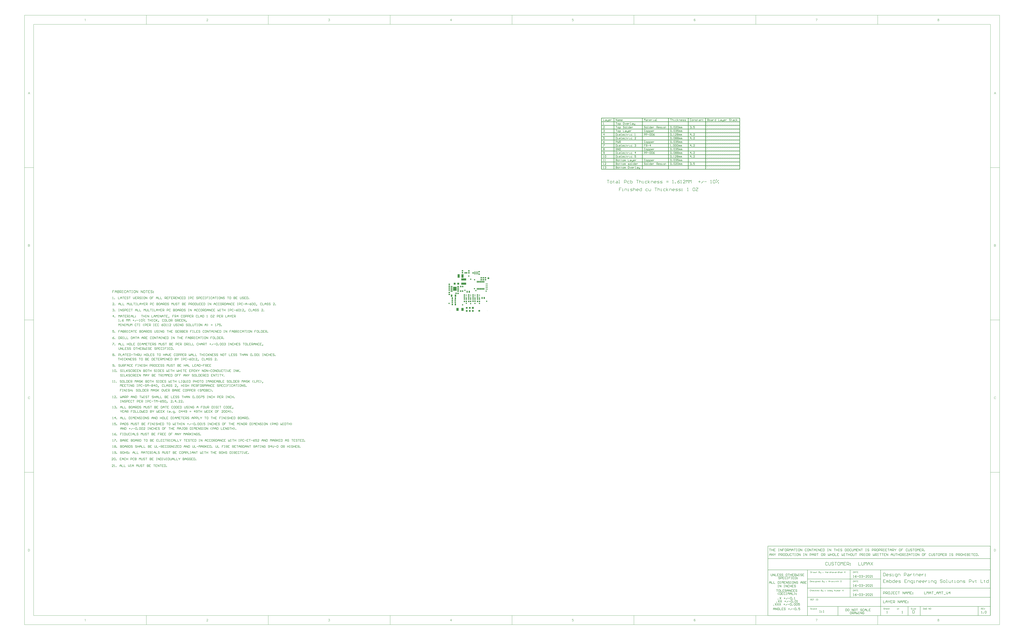
<source format=gbs>
G04 Layer_Color=16711935*
%FSLAX25Y25*%
%MOIN*%
G70*
G01*
G75*
%ADD24C,0.01500*%
%ADD26C,0.00100*%
%ADD27C,0.01000*%
%ADD28C,0.00500*%
%ADD29C,0.00700*%
%ADD63R,0.04537X0.04340*%
%ADD64C,0.05937*%
%ADD67R,0.04340X0.04537*%
%ADD71R,0.05128X0.07687*%
%ADD74C,0.01200*%
%ADD75C,0.05954*%
%ADD76R,0.05954X0.05954*%
%ADD77C,0.04737*%
%ADD78R,0.03400X0.06400*%
%ADD79R,0.03850X0.06350*%
%ADD80R,0.03200X0.06400*%
%ADD81R,0.03845X0.06350*%
%ADD82R,0.03041X0.03041*%
%ADD83R,0.03750X0.02962*%
%ADD84R,0.07178X0.09383*%
%ADD85C,0.04100*%
%ADD86R,0.06899X0.11624*%
%ADD87R,0.06312X0.05918*%
%ADD88R,0.16348X0.06506*%
%ADD89R,0.02175X0.05915*%
%ADD90O,0.02175X0.05915*%
%ADD91R,0.11627X0.13005*%
%ADD92O,0.06509X0.03556*%
%ADD93R,0.06509X0.03556*%
%ADD94R,0.04422X0.04658*%
%ADD95C,0.03950*%
%ADD96R,0.04147X0.06706*%
%ADD97O,0.04147X0.06706*%
%ADD98R,0.04658X0.04422*%
%ADD99R,0.02568X0.02076*%
%ADD100R,0.03159X0.01781*%
D24*
X961130Y475550D02*
Y643550D01*
X849162Y619550D02*
X961130D01*
X849162Y607550D02*
X961130D01*
X849162Y595550D02*
X961130D01*
X849162Y583550D02*
X961130D01*
X849162Y571550D02*
X961130D01*
X849162Y559550D02*
X961130D01*
X849162Y547550D02*
X961130D01*
X849162Y535550D02*
X961130D01*
X849162Y523550D02*
X961130D01*
X849162Y511550D02*
X961130D01*
X849162Y499550D02*
X961130D01*
X849162Y487550D02*
X961130D01*
X849162Y475550D02*
X961130D01*
X849162D02*
Y643550D01*
X792176Y619550D02*
X849162D01*
X792176Y607550D02*
X849162D01*
X792176Y595550D02*
X849162D01*
X792176Y583550D02*
X849162D01*
X792176Y571550D02*
X849162D01*
X792176Y559550D02*
X849162D01*
X792176Y547550D02*
X849162D01*
X792176Y535550D02*
X849162D01*
X792176Y523550D02*
X849162D01*
X792176Y511550D02*
X849162D01*
X792176Y499550D02*
X849162D01*
X792176Y487550D02*
X849162D01*
X792176Y475550D02*
X849162D01*
X792176D02*
Y643550D01*
X727192Y619550D02*
X792176D01*
X727192Y607550D02*
X792176D01*
X727192Y595550D02*
X792176D01*
X727192Y583550D02*
X792176D01*
X727192Y571550D02*
X792176D01*
X727192Y559550D02*
X792176D01*
X727192Y547550D02*
X792176D01*
X727192Y535550D02*
X792176D01*
X727192Y523550D02*
X792176D01*
X727192Y511550D02*
X792176D01*
X727192Y499550D02*
X792176D01*
X727192Y487550D02*
X792176D01*
X727192Y475550D02*
X792176D01*
X727192D02*
Y643550D01*
X641216Y619550D02*
X727192D01*
X641216Y607550D02*
X727192D01*
X641216Y595550D02*
X727192D01*
X641216Y583550D02*
X727192D01*
X641216Y571550D02*
X727192D01*
X641216Y559550D02*
X727192D01*
X641216Y547550D02*
X727192D01*
X641216Y535550D02*
X727192D01*
X641216Y523550D02*
X727192D01*
X641216Y511550D02*
X727192D01*
X641216Y499550D02*
X727192D01*
X641216Y487550D02*
X727192D01*
X641216Y475550D02*
X727192D01*
X641216D02*
Y643550D01*
X548241Y619550D02*
X641216D01*
X548241Y607550D02*
X641216D01*
X548241Y595550D02*
X641216D01*
X548241Y583550D02*
X641216D01*
X548241Y571550D02*
X641216D01*
X548241Y559550D02*
X641216D01*
X548241Y547550D02*
X641216D01*
X548241Y535550D02*
X641216D01*
X548241Y523550D02*
X641216D01*
X548241Y511550D02*
X641216D01*
X548241Y499550D02*
X641216D01*
X548241Y487550D02*
X641216D01*
X548241Y475550D02*
X641216D01*
X548241D02*
Y643550D01*
X507250Y619550D02*
X548241D01*
X507250Y607550D02*
X548241D01*
X507250Y595550D02*
X548241D01*
X507250Y583550D02*
X548241D01*
X507250Y571550D02*
X548241D01*
X507250Y559550D02*
X548241D01*
X507250Y547550D02*
X548241D01*
X507250Y535550D02*
X548241D01*
X507250Y523550D02*
X548241D01*
X507250Y511550D02*
X548241D01*
X507250Y499550D02*
X548241D01*
X507250Y487550D02*
X548241D01*
X507250Y475550D02*
X548241D01*
X507250D02*
Y643550D01*
X961130D01*
X507250Y631550D02*
X961130D01*
D26*
X849162Y627582D02*
X853130Y631550D01*
X849162Y621582D02*
X859130Y631550D01*
X853130Y619550D02*
X865130Y631550D01*
X859130Y619550D02*
X871130Y631550D01*
X865130Y619550D02*
X877130Y631550D01*
X871130Y619550D02*
X883130Y631550D01*
X877130Y619550D02*
X889130Y631550D01*
X883130Y619550D02*
X895130Y631550D01*
X889130Y619550D02*
X901130Y631550D01*
X895130Y619550D02*
X907130Y631550D01*
X901130Y619550D02*
X913130Y631550D01*
X907130Y619550D02*
X919130Y631550D01*
X913130Y619550D02*
X925130Y631550D01*
X919130Y619550D02*
X931130Y631550D01*
X925130Y619550D02*
X937130Y631550D01*
X931130Y619550D02*
X943130Y631550D01*
X937130Y619550D02*
X949130Y631550D01*
X943130Y619550D02*
X955130Y631550D01*
X949130Y619550D02*
X961130Y631550D01*
X955130Y619550D02*
X961130Y625550D01*
X849162Y615582D02*
X853130Y619550D01*
X849162Y609582D02*
X859130Y619550D01*
X853130Y607550D02*
X865130Y619550D01*
X859130Y607550D02*
X871130Y619550D01*
X865130Y607550D02*
X877130Y619550D01*
X871130Y607550D02*
X883130Y619550D01*
X877130Y607550D02*
X889130Y619550D01*
X883130Y607550D02*
X895130Y619550D01*
X889130Y607550D02*
X901130Y619550D01*
X895130Y607550D02*
X907130Y619550D01*
X901130Y607550D02*
X913130Y619550D01*
X907130Y607550D02*
X919130Y619550D01*
X913130Y607550D02*
X925130Y619550D01*
X919130Y607550D02*
X931130Y619550D01*
X925130Y607550D02*
X937130Y619550D01*
X931130Y607550D02*
X943130Y619550D01*
X937130Y607550D02*
X949130Y619550D01*
X943130Y607550D02*
X955130Y619550D01*
X949130Y607550D02*
X961130Y619550D01*
X955130Y607550D02*
X961130Y613550D01*
X849162Y603582D02*
X853130Y607550D01*
X849162Y597582D02*
X859130Y607550D01*
X853130Y595550D02*
X865130Y607550D01*
X859130Y595550D02*
X871130Y607550D01*
X865130Y595550D02*
X877130Y607550D01*
X871130Y595550D02*
X883130Y607550D01*
X877130Y595550D02*
X889130Y607550D01*
X883130Y595550D02*
X895130Y607550D01*
X889130Y595550D02*
X901130Y607550D01*
X895130Y595550D02*
X907130Y607550D01*
X901130Y595550D02*
X913130Y607550D01*
X907130Y595550D02*
X919130Y607550D01*
X913130Y595550D02*
X925130Y607550D01*
X919130Y595550D02*
X931130Y607550D01*
X925130Y595550D02*
X937130Y607550D01*
X931130Y595550D02*
X943130Y607550D01*
X937130Y595550D02*
X949130Y607550D01*
X943130Y595550D02*
X955130Y607550D01*
X949130Y595550D02*
X961130Y607550D01*
X955130Y595550D02*
X961130Y601550D01*
X849162Y591582D02*
X853130Y595550D01*
X849162Y585582D02*
X859130Y595550D01*
X853130Y583550D02*
X865130Y595550D01*
X859130Y583550D02*
X871130Y595550D01*
X865130Y583550D02*
X877130Y595550D01*
X871130Y583550D02*
X883130Y595550D01*
X877130Y583550D02*
X889130Y595550D01*
X883130Y583550D02*
X895130Y595550D01*
X889130Y583550D02*
X901130Y595550D01*
X895130Y583550D02*
X907130Y595550D01*
X901130Y583550D02*
X913130Y595550D01*
X907130Y583550D02*
X919130Y595550D01*
X913130Y583550D02*
X925130Y595550D01*
X919130Y583550D02*
X931130Y595550D01*
X925130Y583550D02*
X937130Y595550D01*
X931130Y583550D02*
X943130Y595550D01*
X937130Y583550D02*
X949130Y595550D01*
X943130Y583550D02*
X955130Y595550D01*
X949130Y583550D02*
X961130Y595550D01*
X955130Y583550D02*
X961130Y589550D01*
X849162Y579582D02*
X853130Y583550D01*
X849162Y573582D02*
X859130Y583550D01*
X853130Y571550D02*
X865130Y583550D01*
X859130Y571550D02*
X871130Y583550D01*
X865130Y571550D02*
X877130Y583550D01*
X871130Y571550D02*
X883130Y583550D01*
X877130Y571550D02*
X889130Y583550D01*
X883130Y571550D02*
X895130Y583550D01*
X889130Y571550D02*
X901130Y583550D01*
X895130Y571550D02*
X907130Y583550D01*
X901130Y571550D02*
X913130Y583550D01*
X907130Y571550D02*
X919130Y583550D01*
X913130Y571550D02*
X925130Y583550D01*
X919130Y571550D02*
X931130Y583550D01*
X925130Y571550D02*
X937130Y583550D01*
X931130Y571550D02*
X943130Y583550D01*
X937130Y571550D02*
X949130Y583550D01*
X943130Y571550D02*
X955130Y583550D01*
X949130Y571550D02*
X961130Y583550D01*
X955130Y571550D02*
X961130Y577550D01*
X849162Y567582D02*
X853130Y571550D01*
X849162Y561582D02*
X859130Y571550D01*
X853130Y559550D02*
X865130Y571550D01*
X859130Y559550D02*
X871130Y571550D01*
X865130Y559550D02*
X877130Y571550D01*
X871130Y559550D02*
X883130Y571550D01*
X877130Y559550D02*
X889130Y571550D01*
X883130Y559550D02*
X895130Y571550D01*
X889130Y559550D02*
X901130Y571550D01*
X895130Y559550D02*
X907130Y571550D01*
X901130Y559550D02*
X913130Y571550D01*
X907130Y559550D02*
X919130Y571550D01*
X913130Y559550D02*
X925130Y571550D01*
X919130Y559550D02*
X931130Y571550D01*
X925130Y559550D02*
X937130Y571550D01*
X931130Y559550D02*
X943130Y571550D01*
X937130Y559550D02*
X949130Y571550D01*
X943130Y559550D02*
X955130Y571550D01*
X949130Y559550D02*
X961130Y571550D01*
X955130Y559550D02*
X961130Y565550D01*
X849162Y555582D02*
X853130Y559550D01*
X849162Y549582D02*
X859130Y559550D01*
X853130Y547550D02*
X865130Y559550D01*
X859130Y547550D02*
X871130Y559550D01*
X865130Y547550D02*
X877130Y559550D01*
X871130Y547550D02*
X883130Y559550D01*
X877130Y547550D02*
X889130Y559550D01*
X883130Y547550D02*
X895130Y559550D01*
X889130Y547550D02*
X901130Y559550D01*
X895130Y547550D02*
X907130Y559550D01*
X901130Y547550D02*
X913130Y559550D01*
X907130Y547550D02*
X919130Y559550D01*
X913130Y547550D02*
X925130Y559550D01*
X919130Y547550D02*
X931130Y559550D01*
X925130Y547550D02*
X937130Y559550D01*
X931130Y547550D02*
X943130Y559550D01*
X937130Y547550D02*
X949130Y559550D01*
X943130Y547550D02*
X955130Y559550D01*
X949130Y547550D02*
X961130Y559550D01*
X955130Y547550D02*
X961130Y553550D01*
X849162Y543582D02*
X853130Y547550D01*
X849162Y537582D02*
X859130Y547550D01*
X853130Y535550D02*
X865130Y547550D01*
X859130Y535550D02*
X871130Y547550D01*
X865130Y535550D02*
X877130Y547550D01*
X871130Y535550D02*
X883130Y547550D01*
X877130Y535550D02*
X889130Y547550D01*
X883130Y535550D02*
X895130Y547550D01*
X889130Y535550D02*
X901130Y547550D01*
X895130Y535550D02*
X907130Y547550D01*
X901130Y535550D02*
X913130Y547550D01*
X907130Y535550D02*
X919130Y547550D01*
X913130Y535550D02*
X925130Y547550D01*
X919130Y535550D02*
X931130Y547550D01*
X925130Y535550D02*
X937130Y547550D01*
X931130Y535550D02*
X943130Y547550D01*
X937130Y535550D02*
X949130Y547550D01*
X943130Y535550D02*
X955130Y547550D01*
X949130Y535550D02*
X961130Y547550D01*
X955130Y535550D02*
X961130Y541550D01*
X849162Y531582D02*
X853130Y535550D01*
X849162Y525582D02*
X859130Y535550D01*
X853130Y523550D02*
X865130Y535550D01*
X859130Y523550D02*
X871130Y535550D01*
X865130Y523550D02*
X877130Y535550D01*
X871130Y523550D02*
X883130Y535550D01*
X877130Y523550D02*
X889130Y535550D01*
X883130Y523550D02*
X895130Y535550D01*
X889130Y523550D02*
X901130Y535550D01*
X895130Y523550D02*
X907130Y535550D01*
X901130Y523550D02*
X913130Y535550D01*
X907130Y523550D02*
X919130Y535550D01*
X913130Y523550D02*
X925130Y535550D01*
X919130Y523550D02*
X931130Y535550D01*
X925130Y523550D02*
X937130Y535550D01*
X931130Y523550D02*
X943130Y535550D01*
X937130Y523550D02*
X949130Y535550D01*
X943130Y523550D02*
X955130Y535550D01*
X949130Y523550D02*
X961130Y535550D01*
X955130Y523550D02*
X961130Y529550D01*
X849162Y519582D02*
X853130Y523550D01*
X849162Y513582D02*
X859130Y523550D01*
X853130Y511550D02*
X865130Y523550D01*
X859130Y511550D02*
X871130Y523550D01*
X865130Y511550D02*
X877130Y523550D01*
X871130Y511550D02*
X883130Y523550D01*
X877130Y511550D02*
X889130Y523550D01*
X883130Y511550D02*
X895130Y523550D01*
X889130Y511550D02*
X901130Y523550D01*
X895130Y511550D02*
X907130Y523550D01*
X901130Y511550D02*
X913130Y523550D01*
X907130Y511550D02*
X919130Y523550D01*
X913130Y511550D02*
X925130Y523550D01*
X919130Y511550D02*
X931130Y523550D01*
X925130Y511550D02*
X937130Y523550D01*
X931130Y511550D02*
X943130Y523550D01*
X937130Y511550D02*
X949130Y523550D01*
X943130Y511550D02*
X955130Y523550D01*
X949130Y511550D02*
X961130Y523550D01*
X955130Y511550D02*
X961130Y517550D01*
X849162Y507582D02*
X853130Y511550D01*
X849162Y501582D02*
X859130Y511550D01*
X853130Y499550D02*
X865130Y511550D01*
X859130Y499550D02*
X871130Y511550D01*
X865130Y499550D02*
X877130Y511550D01*
X871130Y499550D02*
X883130Y511550D01*
X877130Y499550D02*
X889130Y511550D01*
X883130Y499550D02*
X895130Y511550D01*
X889130Y499550D02*
X901130Y511550D01*
X895130Y499550D02*
X907130Y511550D01*
X901130Y499550D02*
X913130Y511550D01*
X907130Y499550D02*
X919130Y511550D01*
X913130Y499550D02*
X925130Y511550D01*
X919130Y499550D02*
X931130Y511550D01*
X925130Y499550D02*
X937130Y511550D01*
X931130Y499550D02*
X943130Y511550D01*
X937130Y499550D02*
X949130Y511550D01*
X943130Y499550D02*
X955130Y511550D01*
X949130Y499550D02*
X961130Y511550D01*
X955130Y499550D02*
X961130Y505550D01*
X849162Y495582D02*
X853130Y499550D01*
X849162Y489582D02*
X859130Y499550D01*
X853130Y487550D02*
X865130Y499550D01*
X859130Y487550D02*
X871130Y499550D01*
X865130Y487550D02*
X877130Y499550D01*
X871130Y487550D02*
X883130Y499550D01*
X877130Y487550D02*
X889130Y499550D01*
X883130Y487550D02*
X895130Y499550D01*
X889130Y487550D02*
X901130Y499550D01*
X895130Y487550D02*
X907130Y499550D01*
X901130Y487550D02*
X913130Y499550D01*
X907130Y487550D02*
X919130Y499550D01*
X913130Y487550D02*
X925130Y499550D01*
X919130Y487550D02*
X931130Y499550D01*
X925130Y487550D02*
X937130Y499550D01*
X931130Y487550D02*
X943130Y499550D01*
X937130Y487550D02*
X949130Y499550D01*
X943130Y487550D02*
X955130Y499550D01*
X949130Y487550D02*
X961130Y499550D01*
X955130Y487550D02*
X961130Y493550D01*
X849162Y483582D02*
X853130Y487550D01*
X849162Y477582D02*
X859130Y487550D01*
X853130Y475550D02*
X865130Y487550D01*
X859130Y475550D02*
X871130Y487550D01*
X865130Y475550D02*
X877130Y487550D01*
X871130Y475550D02*
X883130Y487550D01*
X877130Y475550D02*
X889130Y487550D01*
X883130Y475550D02*
X895130Y487550D01*
X889130Y475550D02*
X901130Y487550D01*
X895130Y475550D02*
X907130Y487550D01*
X901130Y475550D02*
X913130Y487550D01*
X907130Y475550D02*
X919130Y487550D01*
X913130Y475550D02*
X925130Y487550D01*
X919130Y475550D02*
X931130Y487550D01*
X925130Y475550D02*
X937130Y487550D01*
X931130Y475550D02*
X943130Y487550D01*
X937130Y475550D02*
X949130Y487550D01*
X943130Y475550D02*
X955130Y487550D01*
X949130Y475550D02*
X961130Y487550D01*
X955130Y475550D02*
X961130Y481550D01*
D27*
X855162Y640548D02*
Y634550D01*
X858161D01*
X859161Y635550D01*
Y636549D01*
X858161Y637549D01*
X855162D01*
X858161D01*
X859161Y638549D01*
Y639548D01*
X858161Y640548D01*
X855162D01*
X862160Y634550D02*
X864159D01*
X865159Y635550D01*
Y637549D01*
X864159Y638549D01*
X862160D01*
X861160Y637549D01*
Y635550D01*
X862160Y634550D01*
X868158Y638549D02*
X870157D01*
X871157Y637549D01*
Y634550D01*
X868158D01*
X867158Y635550D01*
X868158Y636549D01*
X871157D01*
X873156Y638549D02*
Y634550D01*
Y636549D01*
X874156Y637549D01*
X875156Y638549D01*
X876155D01*
X883153Y640548D02*
Y634550D01*
X880154D01*
X879154Y635550D01*
Y637549D01*
X880154Y638549D01*
X883153D01*
X891150Y640548D02*
Y634550D01*
X895149D01*
X898148Y638549D02*
X900148D01*
X901147Y637549D01*
Y634550D01*
X898148D01*
X897149Y635550D01*
X898148Y636549D01*
X901147D01*
X903146Y638549D02*
Y635550D01*
X904146Y634550D01*
X907145D01*
Y633550D01*
X906145Y632551D01*
X905146D01*
X907145Y634550D02*
Y638549D01*
X912144Y634550D02*
X910144D01*
X909145Y635550D01*
Y637549D01*
X910144Y638549D01*
X912144D01*
X913143Y637549D01*
Y636549D01*
X909145D01*
X915143Y638549D02*
Y634550D01*
Y636549D01*
X916142Y637549D01*
X917142Y638549D01*
X918142D01*
X931137Y639548D02*
X930138Y640548D01*
X928138D01*
X927139Y639548D01*
Y638549D01*
X928138Y637549D01*
X930138D01*
X931137Y636549D01*
Y635550D01*
X930138Y634550D01*
X928138D01*
X927139Y635550D01*
X934136Y639548D02*
Y638549D01*
X933137D01*
X935136D01*
X934136D01*
Y635550D01*
X935136Y634550D01*
X939135Y638549D02*
X941134D01*
X942134Y637549D01*
Y634550D01*
X939135D01*
X938135Y635550D01*
X939135Y636549D01*
X942134D01*
X948132Y638549D02*
X945133D01*
X944133Y637549D01*
Y635550D01*
X945133Y634550D01*
X948132D01*
X950131D02*
Y640548D01*
Y636549D02*
X953130Y638549D01*
X950131Y636549D02*
X953130Y634550D01*
X798176Y615548D02*
X799176Y616548D01*
X801175D01*
X802175Y615548D01*
Y614549D01*
X801175Y613549D01*
X800175D01*
X801175D01*
X802175Y612549D01*
Y611550D01*
X801175Y610550D01*
X799176D01*
X798176Y611550D01*
X804174Y610550D02*
Y611550D01*
X805174D01*
Y610550D01*
X804174D01*
X813171Y616548D02*
X809172D01*
Y613549D01*
X811172Y614549D01*
X812171D01*
X813171Y613549D01*
Y611550D01*
X812171Y610550D01*
X810172D01*
X809172Y611550D01*
X801175Y586550D02*
Y592548D01*
X798176Y589549D01*
X802175D01*
X804174Y586550D02*
Y587550D01*
X805174D01*
Y586550D01*
X804174D01*
X813171D02*
X809172D01*
X813171Y590549D01*
Y591548D01*
X812171Y592548D01*
X810172D01*
X809172Y591548D01*
X801175Y574550D02*
Y580548D01*
X798176Y577549D01*
X802175D01*
X804174Y574550D02*
Y575550D01*
X805174D01*
Y574550D01*
X804174D01*
X813171D02*
X809172D01*
X813171Y578549D01*
Y579548D01*
X812171Y580548D01*
X810172D01*
X809172Y579548D01*
X801175Y550550D02*
Y556548D01*
X798176Y553549D01*
X802175D01*
X804174Y550550D02*
Y551550D01*
X805174D01*
Y550550D01*
X804174D01*
X813171D02*
X809172D01*
X813171Y554549D01*
Y555548D01*
X812171Y556548D01*
X810172D01*
X809172Y555548D01*
X801175Y526550D02*
Y532548D01*
X798176Y529549D01*
X802175D01*
X804174Y526550D02*
Y527550D01*
X805174D01*
Y526550D01*
X804174D01*
X813171D02*
X809172D01*
X813171Y530549D01*
Y531548D01*
X812171Y532548D01*
X810172D01*
X809172Y531548D01*
X801175Y514550D02*
Y520548D01*
X798176Y517549D01*
X802175D01*
X804174Y514550D02*
Y515550D01*
X805174D01*
Y514550D01*
X804174D01*
X813171D02*
X809172D01*
X813171Y518549D01*
Y519548D01*
X812171Y520548D01*
X810172D01*
X809172Y519548D01*
X798176Y495548D02*
X799176Y496548D01*
X801175D01*
X802175Y495548D01*
Y494549D01*
X801175Y493549D01*
X800175D01*
X801175D01*
X802175Y492549D01*
Y491550D01*
X801175Y490550D01*
X799176D01*
X798176Y491550D01*
X804174Y490550D02*
Y491550D01*
X805174D01*
Y490550D01*
X804174D01*
X813171Y496548D02*
X809172D01*
Y493549D01*
X811172Y494549D01*
X812171D01*
X813171Y493549D01*
Y491550D01*
X812171Y490550D01*
X810172D01*
X809172Y491550D01*
X802175Y639548D02*
X801175Y640548D01*
X799176D01*
X798176Y639548D01*
Y635550D01*
X799176Y634550D01*
X801175D01*
X802175Y635550D01*
X805174Y634550D02*
X807173D01*
X808173Y635550D01*
Y637549D01*
X807173Y638549D01*
X805174D01*
X804174Y637549D01*
Y635550D01*
X805174Y634550D01*
X810172D02*
Y638549D01*
X813171D01*
X814171Y637549D01*
Y634550D01*
X816170D02*
X819169D01*
X820169Y635550D01*
X819169Y636549D01*
X817170D01*
X816170Y637549D01*
X817170Y638549D01*
X820169D01*
X823168Y639548D02*
Y638549D01*
X822168D01*
X824168D01*
X823168D01*
Y635550D01*
X824168Y634550D01*
X828166Y638549D02*
X830166D01*
X831165Y637549D01*
Y634550D01*
X828166D01*
X827167Y635550D01*
X828166Y636549D01*
X831165D01*
X833165Y634550D02*
Y638549D01*
X836164D01*
X837163Y637549D01*
Y634550D01*
X840162Y639548D02*
Y638549D01*
X839163D01*
X841162D01*
X840162D01*
Y635550D01*
X841162Y634550D01*
X733192Y615548D02*
X734192Y616548D01*
X736192D01*
X737191Y615548D01*
Y611550D01*
X736192Y610550D01*
X734192D01*
X733192Y611550D01*
Y615548D01*
X739190Y610550D02*
Y611550D01*
X740190D01*
Y610550D01*
X739190D01*
X744189Y615548D02*
X745189Y616548D01*
X747188D01*
X748188Y615548D01*
Y611550D01*
X747188Y610550D01*
X745189D01*
X744189Y611550D01*
Y615548D01*
X754186Y610550D02*
X750187D01*
X754186Y614549D01*
Y615548D01*
X753186Y616548D01*
X751187D01*
X750187Y615548D01*
X756185D02*
X757185Y616548D01*
X759184D01*
X760184Y615548D01*
Y611550D01*
X759184Y610550D01*
X757185D01*
X756185Y611550D01*
Y615548D01*
X762183Y610550D02*
Y614549D01*
X763183D01*
X764182Y613549D01*
Y610550D01*
Y613549D01*
X765182Y614549D01*
X766182Y613549D01*
Y610550D01*
X768181D02*
Y614549D01*
X769181D01*
X770181Y613549D01*
Y610550D01*
Y613549D01*
X771180Y614549D01*
X772180Y613549D01*
Y610550D01*
X733192Y603548D02*
X734192Y604548D01*
X736192D01*
X737191Y603548D01*
Y599550D01*
X736192Y598550D01*
X734192D01*
X733192Y599550D01*
Y603548D01*
X739190Y598550D02*
Y599550D01*
X740190D01*
Y598550D01*
X739190D01*
X744189Y603548D02*
X745189Y604548D01*
X747188D01*
X748188Y603548D01*
Y599550D01*
X747188Y598550D01*
X745189D01*
X744189Y599550D01*
Y603548D01*
X750187D02*
X751187Y604548D01*
X753186D01*
X754186Y603548D01*
Y602549D01*
X753186Y601549D01*
X752186D01*
X753186D01*
X754186Y600549D01*
Y599550D01*
X753186Y598550D01*
X751187D01*
X750187Y599550D01*
X760184Y604548D02*
X756185D01*
Y601549D01*
X758184Y602549D01*
X759184D01*
X760184Y601549D01*
Y599550D01*
X759184Y598550D01*
X757185D01*
X756185Y599550D01*
X762183Y598550D02*
Y602549D01*
X763183D01*
X764182Y601549D01*
Y598550D01*
Y601549D01*
X765182Y602549D01*
X766182Y601549D01*
Y598550D01*
X768181D02*
Y602549D01*
X769181D01*
X770181Y601549D01*
Y598550D01*
Y601549D01*
X771180Y602549D01*
X772180Y601549D01*
Y598550D01*
X733192Y591548D02*
X734192Y592548D01*
X736192D01*
X737191Y591548D01*
Y587550D01*
X736192Y586550D01*
X734192D01*
X733192Y587550D01*
Y591548D01*
X739190Y586550D02*
Y587550D01*
X740190D01*
Y586550D01*
X739190D01*
X744189D02*
X746188D01*
X745189D01*
Y592548D01*
X744189Y591548D01*
X753186Y586550D02*
X749187D01*
X753186Y590549D01*
Y591548D01*
X752186Y592548D01*
X750187D01*
X749187Y591548D01*
X755185D02*
X756185Y592548D01*
X758184D01*
X759184Y591548D01*
Y590549D01*
X758184Y589549D01*
X759184Y588549D01*
Y587550D01*
X758184Y586550D01*
X756185D01*
X755185Y587550D01*
Y588549D01*
X756185Y589549D01*
X755185Y590549D01*
Y591548D01*
X756185Y589549D02*
X758184D01*
X761183Y586550D02*
Y590549D01*
X762183D01*
X763183Y589549D01*
Y586550D01*
Y589549D01*
X764182Y590549D01*
X765182Y589549D01*
Y586550D01*
X767181D02*
Y590549D01*
X768181D01*
X769181Y589549D01*
Y586550D01*
Y589549D01*
X770181Y590549D01*
X771180Y589549D01*
Y586550D01*
X733192Y579548D02*
X734192Y580548D01*
X736192D01*
X737191Y579548D01*
Y575550D01*
X736192Y574550D01*
X734192D01*
X733192Y575550D01*
Y579548D01*
X739190Y574550D02*
Y575550D01*
X740190D01*
Y574550D01*
X739190D01*
X744189Y579548D02*
X745189Y580548D01*
X747188D01*
X748188Y579548D01*
Y575550D01*
X747188Y574550D01*
X745189D01*
X744189Y575550D01*
Y579548D01*
X750187D02*
X751187Y580548D01*
X753186D01*
X754186Y579548D01*
Y578549D01*
X753186Y577549D01*
X754186Y576549D01*
Y575550D01*
X753186Y574550D01*
X751187D01*
X750187Y575550D01*
Y576549D01*
X751187Y577549D01*
X750187Y578549D01*
Y579548D01*
X751187Y577549D02*
X753186D01*
X756185Y579548D02*
X757185Y580548D01*
X759184D01*
X760184Y579548D01*
Y578549D01*
X759184Y577549D01*
X760184Y576549D01*
Y575550D01*
X759184Y574550D01*
X757185D01*
X756185Y575550D01*
Y576549D01*
X757185Y577549D01*
X756185Y578549D01*
Y579548D01*
X757185Y577549D02*
X759184D01*
X762183Y574550D02*
Y578549D01*
X763183D01*
X764182Y577549D01*
Y574550D01*
Y577549D01*
X765182Y578549D01*
X766182Y577549D01*
Y574550D01*
X768181D02*
Y578549D01*
X769181D01*
X770181Y577549D01*
Y574550D01*
Y577549D01*
X771180Y578549D01*
X772180Y577549D01*
Y574550D01*
X733192Y567548D02*
X734192Y568548D01*
X736192D01*
X737191Y567548D01*
Y563550D01*
X736192Y562550D01*
X734192D01*
X733192Y563550D01*
Y567548D01*
X739190Y562550D02*
Y563550D01*
X740190D01*
Y562550D01*
X739190D01*
X744189Y567548D02*
X745189Y568548D01*
X747188D01*
X748188Y567548D01*
Y563550D01*
X747188Y562550D01*
X745189D01*
X744189Y563550D01*
Y567548D01*
X750187D02*
X751187Y568548D01*
X753186D01*
X754186Y567548D01*
Y566549D01*
X753186Y565549D01*
X752186D01*
X753186D01*
X754186Y564549D01*
Y563550D01*
X753186Y562550D01*
X751187D01*
X750187Y563550D01*
X760184Y568548D02*
X756185D01*
Y565549D01*
X758184Y566549D01*
X759184D01*
X760184Y565549D01*
Y563550D01*
X759184Y562550D01*
X757185D01*
X756185Y563550D01*
X762183Y562550D02*
Y566549D01*
X763183D01*
X764182Y565549D01*
Y562550D01*
Y565549D01*
X765182Y566549D01*
X766182Y565549D01*
Y562550D01*
X768181D02*
Y566549D01*
X769181D01*
X770181Y565549D01*
Y562550D01*
Y565549D01*
X771180Y566549D01*
X772180Y565549D01*
Y562550D01*
X733192Y550550D02*
X735192D01*
X734192D01*
Y556548D01*
X733192Y555548D01*
X738191Y550550D02*
Y551550D01*
X739190D01*
Y550550D01*
X738191D01*
X743189Y555548D02*
X744189Y556548D01*
X746188D01*
X747188Y555548D01*
Y551550D01*
X746188Y550550D01*
X744189D01*
X743189Y551550D01*
Y555548D01*
X749187D02*
X750187Y556548D01*
X752186D01*
X753186Y555548D01*
Y551550D01*
X752186Y550550D01*
X750187D01*
X749187Y551550D01*
Y555548D01*
X755185D02*
X756185Y556548D01*
X758184D01*
X759184Y555548D01*
Y551550D01*
X758184Y550550D01*
X756185D01*
X755185Y551550D01*
Y555548D01*
X761183Y550550D02*
Y554549D01*
X762183D01*
X763183Y553549D01*
Y550550D01*
Y553549D01*
X764182Y554549D01*
X765182Y553549D01*
Y550550D01*
X767181D02*
Y554549D01*
X768181D01*
X769181Y553549D01*
Y550550D01*
Y553549D01*
X770181Y554549D01*
X771180Y553549D01*
Y550550D01*
X733192Y543548D02*
X734192Y544548D01*
X736192D01*
X737191Y543548D01*
Y539550D01*
X736192Y538550D01*
X734192D01*
X733192Y539550D01*
Y543548D01*
X739190Y538550D02*
Y539550D01*
X740190D01*
Y538550D01*
X739190D01*
X744189Y543548D02*
X745189Y544548D01*
X747188D01*
X748188Y543548D01*
Y539550D01*
X747188Y538550D01*
X745189D01*
X744189Y539550D01*
Y543548D01*
X750187D02*
X751187Y544548D01*
X753186D01*
X754186Y543548D01*
Y542549D01*
X753186Y541549D01*
X752186D01*
X753186D01*
X754186Y540549D01*
Y539550D01*
X753186Y538550D01*
X751187D01*
X750187Y539550D01*
X760184Y544548D02*
X756185D01*
Y541549D01*
X758184Y542549D01*
X759184D01*
X760184Y541549D01*
Y539550D01*
X759184Y538550D01*
X757185D01*
X756185Y539550D01*
X762183Y538550D02*
Y542549D01*
X763183D01*
X764182Y541549D01*
Y538550D01*
Y541549D01*
X765182Y542549D01*
X766182Y541549D01*
Y538550D01*
X768181D02*
Y542549D01*
X769181D01*
X770181Y541549D01*
Y538550D01*
Y541549D01*
X771180Y542549D01*
X772180Y541549D01*
Y538550D01*
X733192Y531548D02*
X734192Y532548D01*
X736192D01*
X737191Y531548D01*
Y527550D01*
X736192Y526550D01*
X734192D01*
X733192Y527550D01*
Y531548D01*
X739190Y526550D02*
Y527550D01*
X740190D01*
Y526550D01*
X739190D01*
X744189Y531548D02*
X745189Y532548D01*
X747188D01*
X748188Y531548D01*
Y527550D01*
X747188Y526550D01*
X745189D01*
X744189Y527550D01*
Y531548D01*
X750187D02*
X751187Y532548D01*
X753186D01*
X754186Y531548D01*
Y530549D01*
X753186Y529549D01*
X754186Y528549D01*
Y527550D01*
X753186Y526550D01*
X751187D01*
X750187Y527550D01*
Y528549D01*
X751187Y529549D01*
X750187Y530549D01*
Y531548D01*
X751187Y529549D02*
X753186D01*
X756185Y531548D02*
X757185Y532548D01*
X759184D01*
X760184Y531548D01*
Y530549D01*
X759184Y529549D01*
X760184Y528549D01*
Y527550D01*
X759184Y526550D01*
X757185D01*
X756185Y527550D01*
Y528549D01*
X757185Y529549D01*
X756185Y530549D01*
Y531548D01*
X757185Y529549D02*
X759184D01*
X762183Y526550D02*
Y530549D01*
X763183D01*
X764182Y529549D01*
Y526550D01*
Y529549D01*
X765182Y530549D01*
X766182Y529549D01*
Y526550D01*
X768181D02*
Y530549D01*
X769181D01*
X770181Y529549D01*
Y526550D01*
Y529549D01*
X771180Y530549D01*
X772180Y529549D01*
Y526550D01*
X733192Y519548D02*
X734192Y520548D01*
X736192D01*
X737191Y519548D01*
Y515550D01*
X736192Y514550D01*
X734192D01*
X733192Y515550D01*
Y519548D01*
X739190Y514550D02*
Y515550D01*
X740190D01*
Y514550D01*
X739190D01*
X744189D02*
X746188D01*
X745189D01*
Y520548D01*
X744189Y519548D01*
X753186Y514550D02*
X749187D01*
X753186Y518549D01*
Y519548D01*
X752186Y520548D01*
X750187D01*
X749187Y519548D01*
X755185D02*
X756185Y520548D01*
X758184D01*
X759184Y519548D01*
Y518549D01*
X758184Y517549D01*
X759184Y516549D01*
Y515550D01*
X758184Y514550D01*
X756185D01*
X755185Y515550D01*
Y516549D01*
X756185Y517549D01*
X755185Y518549D01*
Y519548D01*
X756185Y517549D02*
X758184D01*
X761183Y514550D02*
Y518549D01*
X762183D01*
X763183Y517549D01*
Y514550D01*
Y517549D01*
X764182Y518549D01*
X765182Y517549D01*
Y514550D01*
X767181D02*
Y518549D01*
X768181D01*
X769181Y517549D01*
Y514550D01*
Y517549D01*
X770181Y518549D01*
X771180Y517549D01*
Y514550D01*
X733192Y507548D02*
X734192Y508548D01*
X736192D01*
X737191Y507548D01*
Y503550D01*
X736192Y502550D01*
X734192D01*
X733192Y503550D01*
Y507548D01*
X739190Y502550D02*
Y503550D01*
X740190D01*
Y502550D01*
X739190D01*
X744189Y507548D02*
X745189Y508548D01*
X747188D01*
X748188Y507548D01*
Y503550D01*
X747188Y502550D01*
X745189D01*
X744189Y503550D01*
Y507548D01*
X750187D02*
X751187Y508548D01*
X753186D01*
X754186Y507548D01*
Y506549D01*
X753186Y505549D01*
X752186D01*
X753186D01*
X754186Y504549D01*
Y503550D01*
X753186Y502550D01*
X751187D01*
X750187Y503550D01*
X760184Y508548D02*
X756185D01*
Y505549D01*
X758184Y506549D01*
X759184D01*
X760184Y505549D01*
Y503550D01*
X759184Y502550D01*
X757185D01*
X756185Y503550D01*
X762183Y502550D02*
Y506549D01*
X763183D01*
X764182Y505549D01*
Y502550D01*
Y505549D01*
X765182Y506549D01*
X766182Y505549D01*
Y502550D01*
X768181D02*
Y506549D01*
X769181D01*
X770181Y505549D01*
Y502550D01*
Y505549D01*
X771180Y506549D01*
X772180Y505549D01*
Y502550D01*
X733192Y495548D02*
X734192Y496548D01*
X736192D01*
X737191Y495548D01*
Y491550D01*
X736192Y490550D01*
X734192D01*
X733192Y491550D01*
Y495548D01*
X739190Y490550D02*
Y491550D01*
X740190D01*
Y490550D01*
X739190D01*
X744189Y495548D02*
X745189Y496548D01*
X747188D01*
X748188Y495548D01*
Y491550D01*
X747188Y490550D01*
X745189D01*
X744189Y491550D01*
Y495548D01*
X754186Y490550D02*
X750187D01*
X754186Y494549D01*
Y495548D01*
X753186Y496548D01*
X751187D01*
X750187Y495548D01*
X756185D02*
X757185Y496548D01*
X759184D01*
X760184Y495548D01*
Y491550D01*
X759184Y490550D01*
X757185D01*
X756185Y491550D01*
Y495548D01*
X762183Y490550D02*
Y494549D01*
X763183D01*
X764182Y493549D01*
Y490550D01*
Y493549D01*
X765182Y494549D01*
X766182Y493549D01*
Y490550D01*
X768181D02*
Y494549D01*
X769181D01*
X770181Y493549D01*
Y490550D01*
Y493549D01*
X771180Y494549D01*
X772180Y493549D01*
Y490550D01*
X733192Y640548D02*
X737191D01*
X735192D01*
Y634550D01*
X739190Y640548D02*
Y634550D01*
Y637549D01*
X740190Y638549D01*
X742190D01*
X743189Y637549D01*
Y634550D01*
X745189D02*
X747188D01*
X746188D01*
Y638549D01*
X745189D01*
X754186D02*
X751187D01*
X750187Y637549D01*
Y635550D01*
X751187Y634550D01*
X754186D01*
X756185D02*
Y640548D01*
Y636549D02*
X759184Y638549D01*
X756185Y636549D02*
X759184Y634550D01*
X762183D02*
Y638549D01*
X765182D01*
X766182Y637549D01*
Y634550D01*
X771180D02*
X769181D01*
X768181Y635550D01*
Y637549D01*
X769181Y638549D01*
X771180D01*
X772180Y637549D01*
Y636549D01*
X768181D01*
X774179Y634550D02*
X777178D01*
X778178Y635550D01*
X777178Y636549D01*
X775179D01*
X774179Y637549D01*
X775179Y638549D01*
X778178D01*
X780177Y634550D02*
X783176D01*
X784176Y635550D01*
X783176Y636549D01*
X781177D01*
X780177Y637549D01*
X781177Y638549D01*
X784176D01*
X651214Y615548D02*
X650215Y616548D01*
X648215D01*
X647216Y615548D01*
Y614549D01*
X648215Y613549D01*
X650215D01*
X651214Y612549D01*
Y611550D01*
X650215Y610550D01*
X648215D01*
X647216Y611550D01*
X654213Y610550D02*
X656213D01*
X657212Y611550D01*
Y613549D01*
X656213Y614549D01*
X654213D01*
X653214Y613549D01*
Y611550D01*
X654213Y610550D01*
X659212D02*
X661211D01*
X660212D01*
Y616548D01*
X659212D01*
X668209D02*
Y610550D01*
X665210D01*
X664210Y611550D01*
Y613549D01*
X665210Y614549D01*
X668209D01*
X673207Y610550D02*
X671208D01*
X670208Y611550D01*
Y613549D01*
X671208Y614549D01*
X673207D01*
X674207Y613549D01*
Y612549D01*
X670208D01*
X676206Y614549D02*
Y610550D01*
Y612549D01*
X677206Y613549D01*
X678206Y614549D01*
X679205D01*
X688202Y610550D02*
Y616548D01*
X691201D01*
X692201Y615548D01*
Y613549D01*
X691201Y612549D01*
X688202D01*
X690202D02*
X692201Y610550D01*
X697199D02*
X695200D01*
X694201Y611550D01*
Y613549D01*
X695200Y614549D01*
X697199D01*
X698199Y613549D01*
Y612549D01*
X694201D01*
X700199Y610550D02*
X703198D01*
X704197Y611550D01*
X703198Y612549D01*
X701198D01*
X700199Y613549D01*
X701198Y614549D01*
X704197D01*
X706197Y610550D02*
X708196D01*
X707196D01*
Y614549D01*
X706197D01*
X711195Y610550D02*
X714194D01*
X715194Y611550D01*
X714194Y612549D01*
X712195D01*
X711195Y613549D01*
X712195Y614549D01*
X715194D01*
X718193Y615548D02*
Y614549D01*
X717193D01*
X719192D01*
X718193D01*
Y611550D01*
X719192Y610550D01*
X651214Y603548D02*
X650215Y604548D01*
X648215D01*
X647216Y603548D01*
Y599550D01*
X648215Y598550D01*
X650215D01*
X651214Y599550D01*
X654213Y598550D02*
X656213D01*
X657212Y599550D01*
Y601549D01*
X656213Y602549D01*
X654213D01*
X653214Y601549D01*
Y599550D01*
X654213Y598550D01*
X659212Y596551D02*
Y602549D01*
X662211D01*
X663210Y601549D01*
Y599550D01*
X662211Y598550D01*
X659212D01*
X665210Y596551D02*
Y602549D01*
X668209D01*
X669209Y601549D01*
Y599550D01*
X668209Y598550D01*
X665210D01*
X674207D02*
X672208D01*
X671208Y599550D01*
Y601549D01*
X672208Y602549D01*
X674207D01*
X675207Y601549D01*
Y600549D01*
X671208D01*
X677206Y602549D02*
Y598550D01*
Y600549D01*
X678206Y601549D01*
X679205Y602549D01*
X680205D01*
X647216Y586550D02*
Y592548D01*
X650215D01*
X651214Y591548D01*
Y589549D01*
X650215Y588549D01*
X647216D01*
X653214Y586550D02*
Y592548D01*
X656213D01*
X657212Y591548D01*
Y589549D01*
X656213Y588549D01*
X653214D01*
X659212Y589549D02*
X663210D01*
X665210Y591548D02*
X666210Y592548D01*
X668209D01*
X669209Y591548D01*
Y587550D01*
X668209Y586550D01*
X666210D01*
X665210Y587550D01*
Y591548D01*
X671208D02*
X672208Y592548D01*
X674207D01*
X675207Y591548D01*
Y587550D01*
X674207Y586550D01*
X672208D01*
X671208Y587550D01*
Y591548D01*
X681205Y592548D02*
X679205Y591548D01*
X677206Y589549D01*
Y587550D01*
X678206Y586550D01*
X680205D01*
X681205Y587550D01*
Y588549D01*
X680205Y589549D01*
X677206D01*
X651214Y567548D02*
X650215Y568548D01*
X648215D01*
X647216Y567548D01*
Y563550D01*
X648215Y562550D01*
X650215D01*
X651214Y563550D01*
X654213Y562550D02*
X656213D01*
X657212Y563550D01*
Y565549D01*
X656213Y566549D01*
X654213D01*
X653214Y565549D01*
Y563550D01*
X654213Y562550D01*
X659212Y560551D02*
Y566549D01*
X662211D01*
X663210Y565549D01*
Y563550D01*
X662211Y562550D01*
X659212D01*
X665210Y560551D02*
Y566549D01*
X668209D01*
X669209Y565549D01*
Y563550D01*
X668209Y562550D01*
X665210D01*
X674207D02*
X672208D01*
X671208Y563550D01*
Y565549D01*
X672208Y566549D01*
X674207D01*
X675207Y565549D01*
Y564549D01*
X671208D01*
X677206Y566549D02*
Y562550D01*
Y564549D01*
X678206Y565549D01*
X679205Y566549D01*
X680205D01*
X651214Y556548D02*
X647216D01*
Y553549D01*
X649215D01*
X647216D01*
Y550550D01*
X653214D02*
Y556548D01*
X656213D01*
X657212Y555548D01*
Y553549D01*
X656213Y552549D01*
X653214D01*
X655213D02*
X657212Y550550D01*
X659212Y553549D02*
X663210D01*
X668209Y550550D02*
Y556548D01*
X665210Y553549D01*
X669209D01*
X651214Y543548D02*
X650215Y544548D01*
X648215D01*
X647216Y543548D01*
Y539550D01*
X648215Y538550D01*
X650215D01*
X651214Y539550D01*
X654213Y538550D02*
X656213D01*
X657212Y539550D01*
Y541549D01*
X656213Y542549D01*
X654213D01*
X653214Y541549D01*
Y539550D01*
X654213Y538550D01*
X659212Y536551D02*
Y542549D01*
X662211D01*
X663210Y541549D01*
Y539550D01*
X662211Y538550D01*
X659212D01*
X665210Y536551D02*
Y542549D01*
X668209D01*
X669209Y541549D01*
Y539550D01*
X668209Y538550D01*
X665210D01*
X674207D02*
X672208D01*
X671208Y539550D01*
Y541549D01*
X672208Y542549D01*
X674207D01*
X675207Y541549D01*
Y540549D01*
X671208D01*
X677206Y542549D02*
Y538550D01*
Y540549D01*
X678206Y541549D01*
X679205Y542549D01*
X680205D01*
X647216Y526550D02*
Y532548D01*
X650215D01*
X651214Y531548D01*
Y529549D01*
X650215Y528549D01*
X647216D01*
X653214Y526550D02*
Y532548D01*
X656213D01*
X657212Y531548D01*
Y529549D01*
X656213Y528549D01*
X653214D01*
X659212Y529549D02*
X663210D01*
X665210Y531548D02*
X666210Y532548D01*
X668209D01*
X669209Y531548D01*
Y527550D01*
X668209Y526550D01*
X666210D01*
X665210Y527550D01*
Y531548D01*
X671208D02*
X672208Y532548D01*
X674207D01*
X675207Y531548D01*
Y527550D01*
X674207Y526550D01*
X672208D01*
X671208Y527550D01*
Y531548D01*
X681205Y532548D02*
X679205Y531548D01*
X677206Y529549D01*
Y527550D01*
X678206Y526550D01*
X680205D01*
X681205Y527550D01*
Y528549D01*
X680205Y529549D01*
X677206D01*
X651214Y507548D02*
X650215Y508548D01*
X648215D01*
X647216Y507548D01*
Y503550D01*
X648215Y502550D01*
X650215D01*
X651214Y503550D01*
X654213Y502550D02*
X656213D01*
X657212Y503550D01*
Y505549D01*
X656213Y506549D01*
X654213D01*
X653214Y505549D01*
Y503550D01*
X654213Y502550D01*
X659212Y500551D02*
Y506549D01*
X662211D01*
X663210Y505549D01*
Y503550D01*
X662211Y502550D01*
X659212D01*
X665210Y500551D02*
Y506549D01*
X668209D01*
X669209Y505549D01*
Y503550D01*
X668209Y502550D01*
X665210D01*
X674207D02*
X672208D01*
X671208Y503550D01*
Y505549D01*
X672208Y506549D01*
X674207D01*
X675207Y505549D01*
Y504549D01*
X671208D01*
X677206Y506549D02*
Y502550D01*
Y504549D01*
X678206Y505549D01*
X679205Y506549D01*
X680205D01*
X651214Y495548D02*
X650215Y496548D01*
X648215D01*
X647216Y495548D01*
Y494549D01*
X648215Y493549D01*
X650215D01*
X651214Y492549D01*
Y491550D01*
X650215Y490550D01*
X648215D01*
X647216Y491550D01*
X654213Y490550D02*
X656213D01*
X657212Y491550D01*
Y493549D01*
X656213Y494549D01*
X654213D01*
X653214Y493549D01*
Y491550D01*
X654213Y490550D01*
X659212D02*
X661211D01*
X660212D01*
Y496548D01*
X659212D01*
X668209D02*
Y490550D01*
X665210D01*
X664210Y491550D01*
Y493549D01*
X665210Y494549D01*
X668209D01*
X673207Y490550D02*
X671208D01*
X670208Y491550D01*
Y493549D01*
X671208Y494549D01*
X673207D01*
X674207Y493549D01*
Y492549D01*
X670208D01*
X676206Y494549D02*
Y490550D01*
Y492549D01*
X677206Y493549D01*
X678206Y494549D01*
X679205D01*
X688202Y490550D02*
Y496548D01*
X691201D01*
X692201Y495548D01*
Y493549D01*
X691201Y492549D01*
X688202D01*
X690202D02*
X692201Y490550D01*
X697199D02*
X695200D01*
X694201Y491550D01*
Y493549D01*
X695200Y494549D01*
X697199D01*
X698199Y493549D01*
Y492549D01*
X694201D01*
X700199Y490550D02*
X703198D01*
X704197Y491550D01*
X703198Y492549D01*
X701198D01*
X700199Y493549D01*
X701198Y494549D01*
X704197D01*
X706197Y490550D02*
X708196D01*
X707196D01*
Y494549D01*
X706197D01*
X711195Y490550D02*
X714194D01*
X715194Y491550D01*
X714194Y492549D01*
X712195D01*
X711195Y493549D01*
X712195Y494549D01*
X715194D01*
X718193Y495548D02*
Y494549D01*
X717193D01*
X719192D01*
X718193D01*
Y491550D01*
X719192Y490550D01*
X647216Y634550D02*
Y640548D01*
X649215Y638549D01*
X651214Y640548D01*
Y634550D01*
X654213Y638549D02*
X656213D01*
X657212Y637549D01*
Y634550D01*
X654213D01*
X653214Y635550D01*
X654213Y636549D01*
X657212D01*
X660212Y639548D02*
Y638549D01*
X659212D01*
X661211D01*
X660212D01*
Y635550D01*
X661211Y634550D01*
X667209D02*
X665210D01*
X664210Y635550D01*
Y637549D01*
X665210Y638549D01*
X667209D01*
X668209Y637549D01*
Y636549D01*
X664210D01*
X670208Y638549D02*
Y634550D01*
Y636549D01*
X671208Y637549D01*
X672208Y638549D01*
X673207D01*
X676206Y634550D02*
X678206D01*
X677206D01*
Y638549D01*
X676206D01*
X682204D02*
X684204D01*
X685203Y637549D01*
Y634550D01*
X682204D01*
X681205Y635550D01*
X682204Y636549D01*
X685203D01*
X687203Y634550D02*
X689202D01*
X688202D01*
Y640548D01*
X687203D01*
X554241Y628548D02*
X558240D01*
X556241D01*
Y622550D01*
X561239D02*
X563238D01*
X564238Y623550D01*
Y625549D01*
X563238Y626549D01*
X561239D01*
X560239Y625549D01*
Y623550D01*
X561239Y622550D01*
X566237Y620551D02*
Y626549D01*
X569236D01*
X570236Y625549D01*
Y623550D01*
X569236Y622550D01*
X566237D01*
X581233Y628548D02*
X579233D01*
X578233Y627548D01*
Y623550D01*
X579233Y622550D01*
X581233D01*
X582232Y623550D01*
Y627548D01*
X581233Y628548D01*
X584232Y626549D02*
X586231Y622550D01*
X588230Y626549D01*
X593229Y622550D02*
X591229D01*
X590230Y623550D01*
Y625549D01*
X591229Y626549D01*
X593229D01*
X594228Y625549D01*
Y624549D01*
X590230D01*
X596228Y626549D02*
Y622550D01*
Y624549D01*
X597227Y625549D01*
X598227Y626549D01*
X599227D01*
X602226Y622550D02*
X604225D01*
X603225D01*
Y628548D01*
X602226D01*
X608224Y626549D02*
X610223D01*
X611223Y625549D01*
Y622550D01*
X608224D01*
X607224Y623550D01*
X608224Y624549D01*
X611223D01*
X613222Y626549D02*
Y623550D01*
X614222Y622550D01*
X617221D01*
Y621550D01*
X616221Y620551D01*
X615222D01*
X617221Y622550D02*
Y626549D01*
X554241Y616548D02*
X558240D01*
X556241D01*
Y610550D01*
X561239D02*
X563238D01*
X564238Y611550D01*
Y613549D01*
X563238Y614549D01*
X561239D01*
X560239Y613549D01*
Y611550D01*
X561239Y610550D01*
X566237Y608551D02*
Y614549D01*
X569236D01*
X570236Y613549D01*
Y611550D01*
X569236Y610550D01*
X566237D01*
X582232Y615548D02*
X581233Y616548D01*
X579233D01*
X578233Y615548D01*
Y614549D01*
X579233Y613549D01*
X581233D01*
X582232Y612549D01*
Y611550D01*
X581233Y610550D01*
X579233D01*
X578233Y611550D01*
X585231Y610550D02*
X587231D01*
X588230Y611550D01*
Y613549D01*
X587231Y614549D01*
X585231D01*
X584232Y613549D01*
Y611550D01*
X585231Y610550D01*
X590230D02*
X592229D01*
X591229D01*
Y616548D01*
X590230D01*
X599227D02*
Y610550D01*
X596228D01*
X595228Y611550D01*
Y613549D01*
X596228Y614549D01*
X599227D01*
X604225Y610550D02*
X602226D01*
X601226Y611550D01*
Y613549D01*
X602226Y614549D01*
X604225D01*
X605225Y613549D01*
Y612549D01*
X601226D01*
X607224Y614549D02*
Y610550D01*
Y612549D01*
X608224Y613549D01*
X609224Y614549D01*
X610223D01*
X554241Y604548D02*
X558240D01*
X556241D01*
Y598550D01*
X561239D02*
X563238D01*
X564238Y599550D01*
Y601549D01*
X563238Y602549D01*
X561239D01*
X560239Y601549D01*
Y599550D01*
X561239Y598550D01*
X566237Y596551D02*
Y602549D01*
X569236D01*
X570236Y601549D01*
Y599550D01*
X569236Y598550D01*
X566237D01*
X578233Y604548D02*
Y598550D01*
X582232D01*
X585231Y602549D02*
X587231D01*
X588230Y601549D01*
Y598550D01*
X585231D01*
X584232Y599550D01*
X585231Y600549D01*
X588230D01*
X590230Y602549D02*
Y599550D01*
X591229Y598550D01*
X594228D01*
Y597550D01*
X593229Y596551D01*
X592229D01*
X594228Y598550D02*
Y602549D01*
X599227Y598550D02*
X597227D01*
X596228Y599550D01*
Y601549D01*
X597227Y602549D01*
X599227D01*
X600226Y601549D01*
Y600549D01*
X596228D01*
X602226Y602549D02*
Y598550D01*
Y600549D01*
X603225Y601549D01*
X604225Y602549D01*
X605225D01*
X554241Y592548D02*
Y586550D01*
X557240D01*
X558240Y587550D01*
Y591548D01*
X557240Y592548D01*
X554241D01*
X560239Y586550D02*
X562239D01*
X561239D01*
Y590549D01*
X560239D01*
X568237Y586550D02*
X566237D01*
X565238Y587550D01*
Y589549D01*
X566237Y590549D01*
X568237D01*
X569236Y589549D01*
Y588549D01*
X565238D01*
X571236Y586550D02*
X573235D01*
X572235D01*
Y592548D01*
X571236D01*
X579233Y586550D02*
X577234D01*
X576234Y587550D01*
Y589549D01*
X577234Y590549D01*
X579233D01*
X580233Y589549D01*
Y588549D01*
X576234D01*
X586231Y590549D02*
X583232D01*
X582232Y589549D01*
Y587550D01*
X583232Y586550D01*
X586231D01*
X589230Y591548D02*
Y590549D01*
X588230D01*
X590230D01*
X589230D01*
Y587550D01*
X590230Y586550D01*
X593229Y590549D02*
Y586550D01*
Y588549D01*
X594228Y589549D01*
X595228Y590549D01*
X596228D01*
X599227Y586550D02*
X601226D01*
X600226D01*
Y590549D01*
X599227D01*
X608224D02*
X605225D01*
X604225Y589549D01*
Y587550D01*
X605225Y586550D01*
X608224D01*
X616221D02*
X618221D01*
X617221D01*
Y592548D01*
X616221Y591548D01*
X554241Y580548D02*
Y574550D01*
X557240D01*
X558240Y575550D01*
Y579548D01*
X557240Y580548D01*
X554241D01*
X560239Y574550D02*
X562239D01*
X561239D01*
Y578549D01*
X560239D01*
X568237Y574550D02*
X566237D01*
X565238Y575550D01*
Y577549D01*
X566237Y578549D01*
X568237D01*
X569236Y577549D01*
Y576549D01*
X565238D01*
X571236Y574550D02*
X573235D01*
X572235D01*
Y580548D01*
X571236D01*
X579233Y574550D02*
X577234D01*
X576234Y575550D01*
Y577549D01*
X577234Y578549D01*
X579233D01*
X580233Y577549D01*
Y576549D01*
X576234D01*
X586231Y578549D02*
X583232D01*
X582232Y577549D01*
Y575550D01*
X583232Y574550D01*
X586231D01*
X589230Y579548D02*
Y578549D01*
X588230D01*
X590230D01*
X589230D01*
Y575550D01*
X590230Y574550D01*
X593229Y578549D02*
Y574550D01*
Y576549D01*
X594228Y577549D01*
X595228Y578549D01*
X596228D01*
X599227Y574550D02*
X601226D01*
X600226D01*
Y578549D01*
X599227D01*
X608224D02*
X605225D01*
X604225Y577549D01*
Y575550D01*
X605225Y574550D01*
X608224D01*
X620220D02*
X616221D01*
X620220Y578549D01*
Y579548D01*
X619220Y580548D01*
X617221D01*
X616221Y579548D01*
X554241Y562550D02*
Y568548D01*
X557240D01*
X558240Y567548D01*
Y565549D01*
X557240Y564549D01*
X554241D01*
X560239Y568548D02*
Y562550D01*
X562239Y564549D01*
X564238Y562550D01*
Y568548D01*
X566237Y562550D02*
Y568548D01*
X569236D01*
X570236Y567548D01*
Y565549D01*
X569236Y564549D01*
X566237D01*
X568237D02*
X570236Y562550D01*
X554241Y556548D02*
Y550550D01*
X557240D01*
X558240Y551550D01*
Y555548D01*
X557240Y556548D01*
X554241D01*
X560239Y550550D02*
X562239D01*
X561239D01*
Y554549D01*
X560239D01*
X568237Y550550D02*
X566237D01*
X565238Y551550D01*
Y553549D01*
X566237Y554549D01*
X568237D01*
X569236Y553549D01*
Y552549D01*
X565238D01*
X571236Y550550D02*
X573235D01*
X572235D01*
Y556548D01*
X571236D01*
X579233Y550550D02*
X577234D01*
X576234Y551550D01*
Y553549D01*
X577234Y554549D01*
X579233D01*
X580233Y553549D01*
Y552549D01*
X576234D01*
X586231Y554549D02*
X583232D01*
X582232Y553549D01*
Y551550D01*
X583232Y550550D01*
X586231D01*
X589230Y555548D02*
Y554549D01*
X588230D01*
X590230D01*
X589230D01*
Y551550D01*
X590230Y550550D01*
X593229Y554549D02*
Y550550D01*
Y552549D01*
X594228Y553549D01*
X595228Y554549D01*
X596228D01*
X599227Y550550D02*
X601226D01*
X600226D01*
Y554549D01*
X599227D01*
X608224D02*
X605225D01*
X604225Y553549D01*
Y551550D01*
X605225Y550550D01*
X608224D01*
X616221Y555548D02*
X617221Y556548D01*
X619220D01*
X620220Y555548D01*
Y554549D01*
X619220Y553549D01*
X618221D01*
X619220D01*
X620220Y552549D01*
Y551550D01*
X619220Y550550D01*
X617221D01*
X616221Y551550D01*
X558240Y543548D02*
X557240Y544548D01*
X555241D01*
X554241Y543548D01*
Y539550D01*
X555241Y538550D01*
X557240D01*
X558240Y539550D01*
Y541549D01*
X556241D01*
X560239Y538550D02*
Y544548D01*
X564238Y538550D01*
Y544548D01*
X566237D02*
Y538550D01*
X569236D01*
X570236Y539550D01*
Y543548D01*
X569236Y544548D01*
X566237D01*
X554241Y532548D02*
Y526550D01*
X557240D01*
X558240Y527550D01*
Y531548D01*
X557240Y532548D01*
X554241D01*
X560239Y526550D02*
X562239D01*
X561239D01*
Y530549D01*
X560239D01*
X568237Y526550D02*
X566237D01*
X565238Y527550D01*
Y529549D01*
X566237Y530549D01*
X568237D01*
X569236Y529549D01*
Y528549D01*
X565238D01*
X571236Y526550D02*
X573235D01*
X572235D01*
Y532548D01*
X571236D01*
X579233Y526550D02*
X577234D01*
X576234Y527550D01*
Y529549D01*
X577234Y530549D01*
X579233D01*
X580233Y529549D01*
Y528549D01*
X576234D01*
X586231Y530549D02*
X583232D01*
X582232Y529549D01*
Y527550D01*
X583232Y526550D01*
X586231D01*
X589230Y531548D02*
Y530549D01*
X588230D01*
X590230D01*
X589230D01*
Y527550D01*
X590230Y526550D01*
X593229Y530549D02*
Y526550D01*
Y528549D01*
X594228Y529549D01*
X595228Y530549D01*
X596228D01*
X599227Y526550D02*
X601226D01*
X600226D01*
Y530549D01*
X599227D01*
X608224D02*
X605225D01*
X604225Y529549D01*
Y527550D01*
X605225Y526550D01*
X608224D01*
X619220D02*
Y532548D01*
X616221Y529549D01*
X620220D01*
X554241Y520548D02*
Y514550D01*
X557240D01*
X558240Y515550D01*
Y519548D01*
X557240Y520548D01*
X554241D01*
X560239Y514550D02*
X562239D01*
X561239D01*
Y518549D01*
X560239D01*
X568237Y514550D02*
X566237D01*
X565238Y515550D01*
Y517549D01*
X566237Y518549D01*
X568237D01*
X569236Y517549D01*
Y516549D01*
X565238D01*
X571236Y514550D02*
X573235D01*
X572235D01*
Y520548D01*
X571236D01*
X579233Y514550D02*
X577234D01*
X576234Y515550D01*
Y517549D01*
X577234Y518549D01*
X579233D01*
X580233Y517549D01*
Y516549D01*
X576234D01*
X586231Y518549D02*
X583232D01*
X582232Y517549D01*
Y515550D01*
X583232Y514550D01*
X586231D01*
X589230Y519548D02*
Y518549D01*
X588230D01*
X590230D01*
X589230D01*
Y515550D01*
X590230Y514550D01*
X593229Y518549D02*
Y514550D01*
Y516549D01*
X594228Y517549D01*
X595228Y518549D01*
X596228D01*
X599227Y514550D02*
X601226D01*
X600226D01*
Y518549D01*
X599227D01*
X608224D02*
X605225D01*
X604225Y517549D01*
Y515550D01*
X605225Y514550D01*
X608224D01*
X620220Y520548D02*
X616221D01*
Y517549D01*
X618221Y518549D01*
X619220D01*
X620220Y517549D01*
Y515550D01*
X619220Y514550D01*
X617221D01*
X616221Y515550D01*
X554241Y508548D02*
Y502550D01*
X557240D01*
X558240Y503550D01*
Y504549D01*
X557240Y505549D01*
X554241D01*
X557240D01*
X558240Y506549D01*
Y507548D01*
X557240Y508548D01*
X554241D01*
X561239Y502550D02*
X563238D01*
X564238Y503550D01*
Y505549D01*
X563238Y506549D01*
X561239D01*
X560239Y505549D01*
Y503550D01*
X561239Y502550D01*
X567237Y507548D02*
Y506549D01*
X566237D01*
X568237D01*
X567237D01*
Y503550D01*
X568237Y502550D01*
X572235Y507548D02*
Y506549D01*
X571236D01*
X573235D01*
X572235D01*
Y503550D01*
X573235Y502550D01*
X577234D02*
X579233D01*
X580233Y503550D01*
Y505549D01*
X579233Y506549D01*
X577234D01*
X576234Y505549D01*
Y503550D01*
X577234Y502550D01*
X582232D02*
Y506549D01*
X583232D01*
X584232Y505549D01*
Y502550D01*
Y505549D01*
X585231Y506549D01*
X586231Y505549D01*
Y502550D01*
X594228Y508548D02*
Y502550D01*
X598227D01*
X601226Y506549D02*
X603225D01*
X604225Y505549D01*
Y502550D01*
X601226D01*
X600226Y503550D01*
X601226Y504549D01*
X604225D01*
X606224Y506549D02*
Y503550D01*
X607224Y502550D01*
X610223D01*
Y501550D01*
X609224Y500551D01*
X608224D01*
X610223Y502550D02*
Y506549D01*
X615222Y502550D02*
X613222D01*
X612222Y503550D01*
Y505549D01*
X613222Y506549D01*
X615222D01*
X616221Y505549D01*
Y504549D01*
X612222D01*
X618221Y506549D02*
Y502550D01*
Y504549D01*
X619220Y505549D01*
X620220Y506549D01*
X621220D01*
X554241Y496548D02*
Y490550D01*
X557240D01*
X558240Y491550D01*
Y492549D01*
X557240Y493549D01*
X554241D01*
X557240D01*
X558240Y494549D01*
Y495548D01*
X557240Y496548D01*
X554241D01*
X561239Y490550D02*
X563238D01*
X564238Y491550D01*
Y493549D01*
X563238Y494549D01*
X561239D01*
X560239Y493549D01*
Y491550D01*
X561239Y490550D01*
X567237Y495548D02*
Y494549D01*
X566237D01*
X568237D01*
X567237D01*
Y491550D01*
X568237Y490550D01*
X572235Y495548D02*
Y494549D01*
X571236D01*
X573235D01*
X572235D01*
Y491550D01*
X573235Y490550D01*
X577234D02*
X579233D01*
X580233Y491550D01*
Y493549D01*
X579233Y494549D01*
X577234D01*
X576234Y493549D01*
Y491550D01*
X577234Y490550D01*
X582232D02*
Y494549D01*
X583232D01*
X584232Y493549D01*
Y490550D01*
Y493549D01*
X585231Y494549D01*
X586231Y493549D01*
Y490550D01*
X594228D02*
X597227D01*
X598227Y491550D01*
X597227Y492549D01*
X595228D01*
X594228Y493549D01*
X595228Y494549D01*
X598227D01*
X601226Y490550D02*
X603225D01*
X604225Y491550D01*
Y493549D01*
X603225Y494549D01*
X601226D01*
X600226Y493549D01*
Y491550D01*
X601226Y490550D01*
X606224D02*
X608224D01*
X607224D01*
Y496548D01*
X606224D01*
X615222D02*
Y490550D01*
X612222D01*
X611223Y491550D01*
Y493549D01*
X612222Y494549D01*
X615222D01*
X620220Y490550D02*
X618221D01*
X617221Y491550D01*
Y493549D01*
X618221Y494549D01*
X620220D01*
X621220Y493549D01*
Y492549D01*
X617221D01*
X623219Y494549D02*
Y490550D01*
Y492549D01*
X624219Y493549D01*
X625218Y494549D01*
X626218D01*
X554241Y484548D02*
Y478550D01*
X557240D01*
X558240Y479550D01*
Y480549D01*
X557240Y481549D01*
X554241D01*
X557240D01*
X558240Y482549D01*
Y483548D01*
X557240Y484548D01*
X554241D01*
X561239Y478550D02*
X563238D01*
X564238Y479550D01*
Y481549D01*
X563238Y482549D01*
X561239D01*
X560239Y481549D01*
Y479550D01*
X561239Y478550D01*
X567237Y483548D02*
Y482549D01*
X566237D01*
X568237D01*
X567237D01*
Y479550D01*
X568237Y478550D01*
X572235Y483548D02*
Y482549D01*
X571236D01*
X573235D01*
X572235D01*
Y479550D01*
X573235Y478550D01*
X577234D02*
X579233D01*
X580233Y479550D01*
Y481549D01*
X579233Y482549D01*
X577234D01*
X576234Y481549D01*
Y479550D01*
X577234Y478550D01*
X582232D02*
Y482549D01*
X583232D01*
X584232Y481549D01*
Y478550D01*
Y481549D01*
X585231Y482549D01*
X586231Y481549D01*
Y478550D01*
X597227Y484548D02*
X595228D01*
X594228Y483548D01*
Y479550D01*
X595228Y478550D01*
X597227D01*
X598227Y479550D01*
Y483548D01*
X597227Y484548D01*
X600226Y482549D02*
X602226Y478550D01*
X604225Y482549D01*
X609224Y478550D02*
X607224D01*
X606224Y479550D01*
Y481549D01*
X607224Y482549D01*
X609224D01*
X610223Y481549D01*
Y480549D01*
X606224D01*
X612222Y482549D02*
Y478550D01*
Y480549D01*
X613222Y481549D01*
X614222Y482549D01*
X615222D01*
X618221Y478550D02*
X620220D01*
X619220D01*
Y484548D01*
X618221D01*
X624219Y482549D02*
X626218D01*
X627218Y481549D01*
Y478550D01*
X624219D01*
X623219Y479550D01*
X624219Y480549D01*
X627218D01*
X629217Y482549D02*
Y479550D01*
X630217Y478550D01*
X633216D01*
Y477550D01*
X632216Y476551D01*
X631216D01*
X633216Y478550D02*
Y482549D01*
X554241Y634550D02*
Y640548D01*
X558240Y634550D01*
Y640548D01*
X561239Y638549D02*
X563238D01*
X564238Y637549D01*
Y634550D01*
X561239D01*
X560239Y635550D01*
X561239Y636549D01*
X564238D01*
X566237Y634550D02*
Y638549D01*
X567237D01*
X568237Y637549D01*
Y634550D01*
Y637549D01*
X569236Y638549D01*
X570236Y637549D01*
Y634550D01*
X575235D02*
X573235D01*
X572235Y635550D01*
Y637549D01*
X573235Y638549D01*
X575235D01*
X576234Y637549D01*
Y636549D01*
X572235D01*
X513250Y622550D02*
X515249D01*
X514250D01*
Y628548D01*
X513250Y627548D01*
X517249Y610550D02*
X513250D01*
X517249Y614549D01*
Y615548D01*
X516249Y616548D01*
X514250D01*
X513250Y615548D01*
Y603548D02*
X514250Y604548D01*
X516249D01*
X517249Y603548D01*
Y602549D01*
X516249Y601549D01*
X515249D01*
X516249D01*
X517249Y600549D01*
Y599550D01*
X516249Y598550D01*
X514250D01*
X513250Y599550D01*
X516249Y586550D02*
Y592548D01*
X513250Y589549D01*
X517249D01*
Y580548D02*
X513250D01*
Y577549D01*
X515249Y578549D01*
X516249D01*
X517249Y577549D01*
Y575550D01*
X516249Y574550D01*
X514250D01*
X513250Y575550D01*
X517249Y568548D02*
X515249Y567548D01*
X513250Y565549D01*
Y563550D01*
X514250Y562550D01*
X516249D01*
X517249Y563550D01*
Y564549D01*
X516249Y565549D01*
X513250D01*
Y556548D02*
X517249D01*
Y555548D01*
X513250Y551550D01*
Y550550D01*
Y543548D02*
X514250Y544548D01*
X516249D01*
X517249Y543548D01*
Y542549D01*
X516249Y541549D01*
X517249Y540549D01*
Y539550D01*
X516249Y538550D01*
X514250D01*
X513250Y539550D01*
Y540549D01*
X514250Y541549D01*
X513250Y542549D01*
Y543548D01*
X514250Y541549D02*
X516249D01*
X513250Y527550D02*
X514250Y526550D01*
X516249D01*
X517249Y527550D01*
Y531548D01*
X516249Y532548D01*
X514250D01*
X513250Y531548D01*
Y530549D01*
X514250Y529549D01*
X517249D01*
X513250Y514550D02*
X515249D01*
X514250D01*
Y520548D01*
X513250Y519548D01*
X518248D02*
X519248Y520548D01*
X521247D01*
X522247Y519548D01*
Y515550D01*
X521247Y514550D01*
X519248D01*
X518248Y515550D01*
Y519548D01*
X513250Y502550D02*
X515249D01*
X514250D01*
Y508548D01*
X513250Y507548D01*
X518248Y502550D02*
X520248D01*
X519248D01*
Y508548D01*
X518248Y507548D01*
X513250Y490550D02*
X515249D01*
X514250D01*
Y496548D01*
X513250Y495548D01*
X522247Y490550D02*
X518248D01*
X522247Y494549D01*
Y495548D01*
X521247Y496548D01*
X519248D01*
X518248Y495548D01*
X513250Y478550D02*
X515249D01*
X514250D01*
Y484548D01*
X513250Y483548D01*
X518248D02*
X519248Y484548D01*
X521247D01*
X522247Y483548D01*
Y482549D01*
X521247Y481549D01*
X520248D01*
X521247D01*
X522247Y480549D01*
Y479550D01*
X521247Y478550D01*
X519248D01*
X518248Y479550D01*
X513250Y640548D02*
Y634550D01*
X517249D01*
X520248Y638549D02*
X522247D01*
X523247Y637549D01*
Y634550D01*
X520248D01*
X519248Y635550D01*
X520248Y636549D01*
X523247D01*
X525246Y638549D02*
Y635550D01*
X526246Y634550D01*
X529245D01*
Y633550D01*
X528245Y632551D01*
X527246D01*
X529245Y634550D02*
Y638549D01*
X534243Y634550D02*
X532244D01*
X531244Y635550D01*
Y637549D01*
X532244Y638549D01*
X534243D01*
X535243Y637549D01*
Y636549D01*
X531244D01*
X537242Y638549D02*
Y634550D01*
Y636549D01*
X538242Y637549D01*
X539242Y638549D01*
X540241D01*
X-1094835Y-479000D02*
X-1099500D01*
X-1094835Y-474335D01*
Y-473169D01*
X-1096001Y-472002D01*
X-1098334D01*
X-1099500Y-473169D01*
X-1092502D02*
X-1091336Y-472002D01*
X-1089003D01*
X-1087837Y-473169D01*
Y-477834D01*
X-1089003Y-479000D01*
X-1091336D01*
X-1092502Y-477834D01*
Y-473169D01*
X-1085505Y-479000D02*
Y-477834D01*
X-1084338D01*
Y-479000D01*
X-1085505D01*
X-1068010Y-472002D02*
X-1072675D01*
Y-479000D01*
X-1068010D01*
X-1072675Y-475501D02*
X-1070343D01*
X-1065678Y-479000D02*
Y-474335D01*
X-1063345Y-472002D01*
X-1061012Y-474335D01*
Y-479000D01*
Y-475501D01*
X-1065678D01*
X-1054015Y-473169D02*
X-1055181Y-472002D01*
X-1057514D01*
X-1058680Y-473169D01*
Y-477834D01*
X-1057514Y-479000D01*
X-1055181D01*
X-1054015Y-477834D01*
X-1051682Y-472002D02*
Y-479000D01*
Y-475501D01*
X-1047017D01*
Y-472002D01*
Y-479000D01*
X-1037687D02*
Y-472002D01*
X-1034188D01*
X-1033022Y-473169D01*
Y-475501D01*
X-1034188Y-476667D01*
X-1037687D01*
X-1026024Y-473169D02*
X-1027190Y-472002D01*
X-1029523D01*
X-1030689Y-473169D01*
Y-477834D01*
X-1029523Y-479000D01*
X-1027190D01*
X-1026024Y-477834D01*
X-1023691Y-472002D02*
Y-479000D01*
X-1020192D01*
X-1019026Y-477834D01*
Y-476667D01*
X-1020192Y-475501D01*
X-1023691D01*
X-1020192D01*
X-1019026Y-474335D01*
Y-473169D01*
X-1020192Y-472002D01*
X-1023691D01*
X-1009696Y-479000D02*
Y-472002D01*
X-1007363Y-474335D01*
X-1005031Y-472002D01*
Y-479000D01*
X-1002698Y-472002D02*
Y-477834D01*
X-1001532Y-479000D01*
X-999199D01*
X-998033Y-477834D01*
Y-472002D01*
X-991035Y-473169D02*
X-992201Y-472002D01*
X-994534D01*
X-995700Y-473169D01*
Y-474335D01*
X-994534Y-475501D01*
X-992201D01*
X-991035Y-476667D01*
Y-477834D01*
X-992201Y-479000D01*
X-994534D01*
X-995700Y-477834D01*
X-988702Y-472002D02*
X-984037D01*
X-986370D01*
Y-479000D01*
X-974707Y-472002D02*
Y-479000D01*
X-971208D01*
X-970042Y-477834D01*
Y-476667D01*
X-971208Y-475501D01*
X-974707D01*
X-971208D01*
X-970042Y-474335D01*
Y-473169D01*
X-971208Y-472002D01*
X-974707D01*
X-963044D02*
X-967709D01*
Y-479000D01*
X-963044D01*
X-967709Y-475501D02*
X-965377D01*
X-953714Y-472002D02*
X-951381D01*
X-952547D01*
Y-479000D01*
X-953714D01*
X-951381D01*
X-947882D02*
Y-472002D01*
X-943217Y-479000D01*
Y-472002D01*
X-940885D02*
Y-479000D01*
X-937386D01*
X-936219Y-477834D01*
Y-473169D01*
X-937386Y-472002D01*
X-940885D01*
X-933887D02*
X-931554D01*
X-932720D01*
Y-479000D01*
X-933887D01*
X-931554D01*
X-928055Y-472002D02*
Y-476667D01*
X-925723Y-479000D01*
X-923390Y-476667D01*
Y-472002D01*
X-921058D02*
X-918725D01*
X-919891D01*
Y-479000D01*
X-921058D01*
X-918725D01*
X-915226Y-472002D02*
Y-479000D01*
X-911727D01*
X-910561Y-477834D01*
Y-473169D01*
X-911727Y-472002D01*
X-915226D01*
X-908228D02*
Y-477834D01*
X-907062Y-479000D01*
X-904730D01*
X-903563Y-477834D01*
Y-472002D01*
X-901231Y-479000D02*
Y-474335D01*
X-898898Y-472002D01*
X-896566Y-474335D01*
Y-479000D01*
Y-475501D01*
X-901231D01*
X-894233Y-472002D02*
Y-479000D01*
X-889568D01*
X-887235Y-472002D02*
Y-479000D01*
X-882570D01*
X-880237Y-472002D02*
Y-473169D01*
X-877905Y-475501D01*
X-875572Y-473169D01*
Y-472002D01*
X-877905Y-475501D02*
Y-479000D01*
X-866242Y-472002D02*
Y-479000D01*
X-862743D01*
X-861577Y-477834D01*
Y-476667D01*
X-862743Y-475501D01*
X-866242D01*
X-862743D01*
X-861577Y-474335D01*
Y-473169D01*
X-862743Y-472002D01*
X-866242D01*
X-859244Y-479000D02*
Y-474335D01*
X-856912Y-472002D01*
X-854579Y-474335D01*
Y-479000D01*
Y-475501D01*
X-859244D01*
X-847581Y-473169D02*
X-848748Y-472002D01*
X-851080D01*
X-852246Y-473169D01*
Y-477834D01*
X-851080Y-479000D01*
X-848748D01*
X-847581Y-477834D01*
Y-475501D01*
X-849914D01*
X-840584Y-473169D02*
X-841750Y-472002D01*
X-844083D01*
X-845249Y-473169D01*
Y-477834D01*
X-844083Y-479000D01*
X-841750D01*
X-840584Y-477834D01*
Y-475501D01*
X-842916D01*
X-833586Y-472002D02*
X-838251D01*
Y-479000D01*
X-833586D01*
X-838251Y-475501D02*
X-835919D01*
X-831253Y-472002D02*
Y-479000D01*
X-827754D01*
X-826588Y-477834D01*
Y-473169D01*
X-827754Y-472002D01*
X-831253D01*
X-824256Y-479000D02*
Y-477834D01*
X-823089D01*
Y-479000D01*
X-824256D01*
X572294Y414527D02*
X565630D01*
Y409528D01*
X568962D01*
X565630D01*
Y404530D01*
X575627D02*
X578959D01*
X577293D01*
Y411194D01*
X575627D01*
X583957Y404530D02*
Y411194D01*
X588956D01*
X590622Y409528D01*
Y404530D01*
X593954D02*
X597286D01*
X595620D01*
Y411194D01*
X593954D01*
X602285Y404530D02*
X607283D01*
X608949Y406196D01*
X607283Y407862D01*
X603951D01*
X602285Y409528D01*
X603951Y411194D01*
X608949D01*
X612282Y414527D02*
Y404530D01*
Y409528D01*
X613948Y411194D01*
X617280D01*
X618946Y409528D01*
Y404530D01*
X627277D02*
X623944D01*
X622278Y406196D01*
Y409528D01*
X623944Y411194D01*
X627277D01*
X628943Y409528D01*
Y407862D01*
X622278D01*
X638940Y414527D02*
Y404530D01*
X633941D01*
X632275Y406196D01*
Y409528D01*
X633941Y411194D01*
X638940D01*
X658933D02*
X653935D01*
X652269Y409528D01*
Y406196D01*
X653935Y404530D01*
X658933D01*
X662265Y411194D02*
Y406196D01*
X663932Y404530D01*
X668930D01*
Y411194D01*
X682259Y414527D02*
X688923D01*
X685591D01*
Y404530D01*
X692256Y414527D02*
Y404530D01*
Y409528D01*
X693922Y411194D01*
X697254D01*
X698920Y409528D01*
Y404530D01*
X702252D02*
X705585D01*
X703919D01*
Y411194D01*
X702252D01*
X717248D02*
X712249D01*
X710583Y409528D01*
Y406196D01*
X712249Y404530D01*
X717248D01*
X720580D02*
Y414527D01*
Y407862D02*
X725578Y411194D01*
X720580Y407862D02*
X725578Y404530D01*
X730577D02*
Y411194D01*
X735575D01*
X737241Y409528D01*
Y404530D01*
X745572D02*
X742240D01*
X740573Y406196D01*
Y409528D01*
X742240Y411194D01*
X745572D01*
X747238Y409528D01*
Y407862D01*
X740573D01*
X750570Y404530D02*
X755569D01*
X757235Y406196D01*
X755569Y407862D01*
X752236D01*
X750570Y409528D01*
X752236Y411194D01*
X757235D01*
X760567Y404530D02*
X765565D01*
X767231Y406196D01*
X765565Y407862D01*
X762233D01*
X760567Y409528D01*
X762233Y411194D01*
X767231D01*
X770564D02*
X772230D01*
Y409528D01*
X770564D01*
Y411194D01*
Y406196D02*
X772230D01*
Y404530D01*
X770564D01*
Y406196D01*
X788891Y404530D02*
X792223D01*
X790557D01*
Y414527D01*
X788891Y412861D01*
X812217Y414527D02*
X808885D01*
X807218Y412861D01*
Y406196D01*
X808885Y404530D01*
X812217D01*
X813883Y406196D01*
Y412861D01*
X812217Y414527D01*
X817215D02*
X823880D01*
Y412861D01*
X817215Y406196D01*
Y404530D01*
X823880D01*
X525555Y439621D02*
X532220D01*
X528887D01*
Y429624D01*
X537218D02*
X540550D01*
X542216Y431290D01*
Y434623D01*
X540550Y436289D01*
X537218D01*
X535552Y434623D01*
Y431290D01*
X537218Y429624D01*
X547215Y437955D02*
Y436289D01*
X545549D01*
X548881D01*
X547215D01*
Y431290D01*
X548881Y429624D01*
X555545Y436289D02*
X558878D01*
X560544Y434623D01*
Y429624D01*
X555545D01*
X553879Y431290D01*
X555545Y432957D01*
X560544D01*
X563876Y429624D02*
X567208D01*
X565542D01*
Y439621D01*
X563876D01*
X582203Y429624D02*
Y439621D01*
X587202D01*
X588868Y437955D01*
Y434623D01*
X587202Y432957D01*
X582203D01*
X598865Y436289D02*
X593866D01*
X592200Y434623D01*
Y431290D01*
X593866Y429624D01*
X598865D01*
X602197Y439621D02*
Y429624D01*
X607195D01*
X608861Y431290D01*
Y432957D01*
Y434623D01*
X607195Y436289D01*
X602197D01*
X622191Y439621D02*
X628855D01*
X625523D01*
Y429624D01*
X632187Y439621D02*
Y429624D01*
Y434623D01*
X633853Y436289D01*
X637186D01*
X638852Y434623D01*
Y429624D01*
X642184D02*
X645516D01*
X643850D01*
Y436289D01*
X642184D01*
X657179D02*
X652181D01*
X650515Y434623D01*
Y431290D01*
X652181Y429624D01*
X657179D01*
X660511D02*
Y439621D01*
Y432957D02*
X665510Y436289D01*
X660511Y432957D02*
X665510Y429624D01*
X670508D02*
Y436289D01*
X675507D01*
X677173Y434623D01*
Y429624D01*
X685503D02*
X682171D01*
X680505Y431290D01*
Y434623D01*
X682171Y436289D01*
X685503D01*
X687170Y434623D01*
Y432957D01*
X680505D01*
X690502Y429624D02*
X695500D01*
X697166Y431290D01*
X695500Y432957D01*
X692168D01*
X690502Y434623D01*
X692168Y436289D01*
X697166D01*
X700499Y429624D02*
X705497D01*
X707163Y431290D01*
X705497Y432957D01*
X702165D01*
X700499Y434623D01*
X702165Y436289D01*
X707163D01*
X720492Y432957D02*
X727157D01*
X720492Y436289D02*
X727157D01*
X740486Y429624D02*
X743818D01*
X742152D01*
Y439621D01*
X740486Y437955D01*
X748816Y429624D02*
Y431290D01*
X750482D01*
Y429624D01*
X748816D01*
X763811Y439621D02*
X760479Y437955D01*
X757147Y434623D01*
Y431290D01*
X758813Y429624D01*
X762145D01*
X763811Y431290D01*
Y432957D01*
X762145Y434623D01*
X757147D01*
X767144Y429624D02*
X770476D01*
X768810D01*
Y439621D01*
X767144Y437955D01*
X782139Y429624D02*
X775474D01*
X782139Y436289D01*
Y437955D01*
X780473Y439621D01*
X777141D01*
X775474Y437955D01*
X785471Y429624D02*
Y439621D01*
X788803Y436289D01*
X792136Y439621D01*
Y429624D01*
X795468D02*
Y439621D01*
X798800Y436289D01*
X802132Y439621D01*
Y429624D01*
X825458Y434623D02*
X832123D01*
X828790Y437955D02*
Y431290D01*
X835455Y429624D02*
X842120Y436289D01*
X845452Y434623D02*
X852116D01*
X865445Y429624D02*
X868777D01*
X867111D01*
Y439621D01*
X865445Y437955D01*
X873776D02*
X875442Y439621D01*
X878774D01*
X880440Y437955D01*
Y431290D01*
X878774Y429624D01*
X875442D01*
X873776Y431290D01*
Y437955D01*
X883773Y431290D02*
X892103Y439621D01*
X883773D02*
Y441287D01*
X885439D01*
Y439621D01*
X883773D01*
X890437Y429624D02*
Y431290D01*
X892103D01*
Y429624D01*
X890437D01*
X-1071420Y-282495D02*
X-1069087D01*
X-1070253D01*
Y-289493D01*
X-1071420D01*
X-1069087D01*
X-1065588D02*
Y-282495D01*
X-1060923Y-289493D01*
Y-282495D01*
X-1053925Y-283662D02*
X-1055092Y-282495D01*
X-1057424D01*
X-1058591Y-283662D01*
Y-284828D01*
X-1057424Y-285994D01*
X-1055092D01*
X-1053925Y-287160D01*
Y-288327D01*
X-1055092Y-289493D01*
X-1057424D01*
X-1058591Y-288327D01*
X-1051593Y-289493D02*
Y-282495D01*
X-1048094D01*
X-1046928Y-283662D01*
Y-285994D01*
X-1048094Y-287160D01*
X-1051593D01*
X-1039930Y-282495D02*
X-1044595D01*
Y-289493D01*
X-1039930D01*
X-1044595Y-285994D02*
X-1042262D01*
X-1032932Y-283662D02*
X-1034098Y-282495D01*
X-1036431D01*
X-1037597Y-283662D01*
Y-288327D01*
X-1036431Y-289493D01*
X-1034098D01*
X-1032932Y-288327D01*
X-1030599Y-282495D02*
X-1025934D01*
X-1028267D01*
Y-289493D01*
X-1016604D02*
Y-282495D01*
X-1013105D01*
X-1011939Y-283662D01*
Y-285994D01*
X-1013105Y-287160D01*
X-1016604D01*
X-1004941Y-282495D02*
X-1009606D01*
Y-289493D01*
X-1004941D01*
X-1009606Y-285994D02*
X-1007274D01*
X-1002609Y-289493D02*
Y-282495D01*
X-999110D01*
X-997943Y-283662D01*
Y-285994D01*
X-999110Y-287160D01*
X-1002609D01*
X-1000276D02*
X-997943Y-289493D01*
X-988613Y-282495D02*
X-986281D01*
X-987447D01*
Y-289493D01*
X-988613D01*
X-986281D01*
X-982782D02*
Y-282495D01*
X-979283D01*
X-978117Y-283662D01*
Y-285994D01*
X-979283Y-287160D01*
X-982782D01*
X-971119Y-283662D02*
X-972285Y-282495D01*
X-974618D01*
X-975784Y-283662D01*
Y-288327D01*
X-974618Y-289493D01*
X-972285D01*
X-971119Y-288327D01*
X-968786Y-285994D02*
X-964121D01*
X-961788Y-282495D02*
X-957123D01*
X-959456D01*
Y-289493D01*
X-954791D02*
Y-282495D01*
X-952458Y-284828D01*
X-950126Y-282495D01*
Y-289493D01*
X-947793Y-285994D02*
X-943128D01*
X-936130Y-282495D02*
X-938463Y-283662D01*
X-940795Y-285994D01*
Y-288327D01*
X-939629Y-289493D01*
X-937296D01*
X-936130Y-288327D01*
Y-287160D01*
X-937296Y-285994D01*
X-940795D01*
X-929132Y-282495D02*
X-933797D01*
Y-285994D01*
X-931465Y-284828D01*
X-930299D01*
X-929132Y-285994D01*
Y-288327D01*
X-930299Y-289493D01*
X-932631D01*
X-933797Y-288327D01*
X-926800Y-283662D02*
X-925633Y-282495D01*
X-923301D01*
X-922135Y-283662D01*
Y-288327D01*
X-923301Y-289493D01*
X-925633D01*
X-926800Y-288327D01*
Y-283662D01*
X-918636Y-290659D02*
X-917469Y-289493D01*
Y-288327D01*
X-918636D01*
Y-289493D01*
X-917469D01*
X-918636Y-290659D01*
X-919802Y-291826D01*
X-901141Y-289493D02*
X-905807D01*
X-901141Y-284828D01*
Y-283662D01*
X-902308Y-282495D01*
X-904640D01*
X-905807Y-283662D01*
X-898809Y-289493D02*
Y-288327D01*
X-897643D01*
Y-289493D01*
X-898809D01*
X-889478D02*
Y-282495D01*
X-892977Y-285994D01*
X-888312D01*
X-885980Y-289493D02*
Y-288327D01*
X-884813D01*
Y-289493D01*
X-885980D01*
X-875483D02*
X-880148D01*
X-875483Y-284828D01*
Y-283662D01*
X-876649Y-282495D01*
X-878982D01*
X-880148Y-283662D01*
X-868485Y-289493D02*
X-873150D01*
X-868485Y-284828D01*
Y-283662D01*
X-869652Y-282495D01*
X-871984D01*
X-873150Y-283662D01*
X-866153Y-289493D02*
Y-288327D01*
X-864986D01*
Y-289493D01*
X-866153D01*
X-1077020Y-109495D02*
Y-115327D01*
X-1075853Y-116493D01*
X-1073521D01*
X-1072355Y-115327D01*
Y-109495D01*
X-1070022Y-116493D02*
Y-109495D01*
X-1065357Y-116493D01*
Y-109495D01*
X-1063024D02*
Y-116493D01*
X-1058359D01*
X-1051361Y-109495D02*
X-1056026D01*
Y-116493D01*
X-1051361D01*
X-1056026Y-112994D02*
X-1053694D01*
X-1044364Y-110661D02*
X-1045530Y-109495D01*
X-1047862D01*
X-1049029Y-110661D01*
Y-111828D01*
X-1047862Y-112994D01*
X-1045530D01*
X-1044364Y-114160D01*
Y-115327D01*
X-1045530Y-116493D01*
X-1047862D01*
X-1049029Y-115327D01*
X-1037366Y-110661D02*
X-1038532Y-109495D01*
X-1040865D01*
X-1042031Y-110661D01*
Y-111828D01*
X-1040865Y-112994D01*
X-1038532D01*
X-1037366Y-114160D01*
Y-115327D01*
X-1038532Y-116493D01*
X-1040865D01*
X-1042031Y-115327D01*
X-1024537Y-109495D02*
X-1026869D01*
X-1028036Y-110661D01*
Y-115327D01*
X-1026869Y-116493D01*
X-1024537D01*
X-1023370Y-115327D01*
Y-110661D01*
X-1024537Y-109495D01*
X-1021038D02*
X-1016373D01*
X-1018705D01*
Y-116493D01*
X-1014040Y-109495D02*
Y-116493D01*
Y-112994D01*
X-1009375D01*
Y-109495D01*
Y-116493D01*
X-1002377Y-109495D02*
X-1007042D01*
Y-116493D01*
X-1002377D01*
X-1007042Y-112994D02*
X-1004710D01*
X-1000045Y-116493D02*
Y-109495D01*
X-996546D01*
X-995379Y-110661D01*
Y-112994D01*
X-996546Y-114160D01*
X-1000045D01*
X-997712D02*
X-995379Y-116493D01*
X-993047Y-109495D02*
Y-116493D01*
X-990714Y-114160D01*
X-988382Y-116493D01*
Y-109495D01*
X-986049D02*
X-983716D01*
X-984883D01*
Y-116493D01*
X-986049D01*
X-983716D01*
X-975552Y-110661D02*
X-976719Y-109495D01*
X-979051D01*
X-980218Y-110661D01*
Y-111828D01*
X-979051Y-112994D01*
X-976719D01*
X-975552Y-114160D01*
Y-115327D01*
X-976719Y-116493D01*
X-979051D01*
X-980218Y-115327D01*
X-968555Y-109495D02*
X-973220D01*
Y-116493D01*
X-968555D01*
X-973220Y-112994D02*
X-970887D01*
X-954559Y-110661D02*
X-955725Y-109495D01*
X-958058D01*
X-959224Y-110661D01*
Y-111828D01*
X-958058Y-112994D01*
X-955725D01*
X-954559Y-114160D01*
Y-115327D01*
X-955725Y-116493D01*
X-958058D01*
X-959224Y-115327D01*
X-952227Y-116493D02*
Y-109495D01*
X-948728D01*
X-947561Y-110661D01*
Y-112994D01*
X-948728Y-114160D01*
X-952227D01*
X-940564Y-109495D02*
X-945229D01*
Y-116493D01*
X-940564D01*
X-945229Y-112994D02*
X-942896D01*
X-933566Y-110661D02*
X-934732Y-109495D01*
X-937065D01*
X-938231Y-110661D01*
Y-115327D01*
X-937065Y-116493D01*
X-934732D01*
X-933566Y-115327D01*
X-931233Y-109495D02*
X-928901D01*
X-930067D01*
Y-116493D01*
X-931233D01*
X-928901D01*
X-920737Y-109495D02*
X-925402D01*
Y-112994D01*
X-923069D01*
X-925402D01*
Y-116493D01*
X-918404Y-109495D02*
X-916072D01*
X-917238D01*
Y-116493D01*
X-918404D01*
X-916072D01*
X-907908Y-109495D02*
X-912573D01*
Y-116493D01*
X-907908D01*
X-912573Y-112994D02*
X-910240D01*
X-905575Y-109495D02*
Y-116493D01*
X-902076D01*
X-900910Y-115327D01*
Y-110661D01*
X-902076Y-109495D01*
X-905575D01*
X-898577Y-116493D02*
Y-115327D01*
X-897411D01*
Y-116493D01*
X-898577D01*
X-1091688Y77705D02*
X-1097020D01*
Y73706D01*
X-1094354D01*
X-1097020D01*
Y69707D01*
X-1089022D02*
Y75039D01*
X-1086357Y77705D01*
X-1083691Y75039D01*
Y69707D01*
Y73706D01*
X-1089022D01*
X-1081025Y77705D02*
Y69707D01*
X-1077026D01*
X-1075693Y71040D01*
Y72373D01*
X-1077026Y73706D01*
X-1081025D01*
X-1077026D01*
X-1075693Y75039D01*
Y76372D01*
X-1077026Y77705D01*
X-1081025D01*
X-1073027Y69707D02*
Y77705D01*
X-1069029D01*
X-1067696Y76372D01*
Y73706D01*
X-1069029Y72373D01*
X-1073027D01*
X-1070362D02*
X-1067696Y69707D01*
X-1065030Y77705D02*
X-1062364D01*
X-1063697D01*
Y69707D01*
X-1065030D01*
X-1062364D01*
X-1053034Y76372D02*
X-1054367Y77705D01*
X-1057033D01*
X-1058366Y76372D01*
Y71040D01*
X-1057033Y69707D01*
X-1054367D01*
X-1053034Y71040D01*
X-1050368Y69707D02*
Y75039D01*
X-1047702Y77705D01*
X-1045037Y75039D01*
Y69707D01*
Y73706D01*
X-1050368D01*
X-1042371Y77705D02*
X-1037039D01*
X-1039705D01*
Y69707D01*
X-1034373Y77705D02*
X-1031707D01*
X-1033040D01*
Y69707D01*
X-1034373D01*
X-1031707D01*
X-1023710Y77705D02*
X-1026376D01*
X-1027709Y76372D01*
Y71040D01*
X-1026376Y69707D01*
X-1023710D01*
X-1022377Y71040D01*
Y76372D01*
X-1023710Y77705D01*
X-1019711Y69707D02*
Y77705D01*
X-1014380Y69707D01*
Y77705D01*
X-1003717Y69707D02*
Y77705D01*
X-998385Y69707D01*
Y77705D01*
X-991720D02*
X-994386D01*
X-995719Y76372D01*
Y71040D01*
X-994386Y69707D01*
X-991720D01*
X-990388Y71040D01*
Y76372D01*
X-991720Y77705D01*
X-987722D02*
X-982390D01*
X-985056D01*
Y69707D01*
X-974393Y77705D02*
X-979724D01*
Y69707D01*
X-974393D01*
X-979724Y73706D02*
X-977059D01*
X-966395Y76372D02*
X-967728Y77705D01*
X-970394D01*
X-971727Y76372D01*
Y75039D01*
X-970394Y73706D01*
X-967728D01*
X-966395Y72373D01*
Y71040D01*
X-967728Y69707D01*
X-970394D01*
X-971727Y71040D01*
X-963729Y75039D02*
X-962397D01*
Y73706D01*
X-963729D01*
Y75039D01*
Y71040D02*
X-962397D01*
Y69707D01*
X-963729D01*
Y71040D01*
X-1097020Y-457793D02*
X-1094687D01*
X-1095853D01*
Y-450795D01*
X-1097020Y-451962D01*
X-1091188Y-456627D02*
X-1090022Y-457793D01*
X-1087689D01*
X-1086523Y-456627D01*
Y-451962D01*
X-1087689Y-450795D01*
X-1090022D01*
X-1091188Y-451962D01*
Y-453128D01*
X-1090022Y-454294D01*
X-1086523D01*
X-1084190Y-457793D02*
Y-456627D01*
X-1083024D01*
Y-457793D01*
X-1084190D01*
X-1071361D02*
Y-450795D01*
X-1067862D01*
X-1066696Y-451962D01*
Y-454294D01*
X-1067862Y-455460D01*
X-1071361D01*
X-1069029D02*
X-1066696Y-457793D01*
X-1060865Y-450795D02*
X-1063197D01*
X-1064364Y-451962D01*
Y-456627D01*
X-1063197Y-457793D01*
X-1060865D01*
X-1059698Y-456627D01*
Y-451962D01*
X-1060865Y-450795D01*
X-1057366D02*
Y-457793D01*
Y-454294D01*
X-1052701D01*
Y-450795D01*
Y-457793D01*
X-1045703Y-451962D02*
X-1046869Y-450795D01*
X-1049202D01*
X-1050368Y-451962D01*
Y-453128D01*
X-1049202Y-454294D01*
X-1046869D01*
X-1045703Y-455460D01*
Y-456627D01*
X-1046869Y-457793D01*
X-1049202D01*
X-1050368Y-456627D01*
X-1043370Y-453128D02*
X-1042204D01*
Y-454294D01*
X-1043370D01*
Y-453128D01*
Y-456627D02*
X-1042204D01*
Y-457793D01*
X-1043370D01*
Y-456627D01*
X-1030541Y-457793D02*
Y-453128D01*
X-1028209Y-450795D01*
X-1025876Y-453128D01*
Y-457793D01*
Y-454294D01*
X-1030541D01*
X-1023543Y-450795D02*
Y-457793D01*
X-1018878D01*
X-1016546Y-450795D02*
Y-457793D01*
X-1011880D01*
X-1002550D02*
Y-450795D01*
X-1000218Y-453128D01*
X-997885Y-450795D01*
Y-457793D01*
X-995552D02*
Y-453128D01*
X-993220Y-450795D01*
X-990887Y-453128D01*
Y-457793D01*
Y-454294D01*
X-995552D01*
X-988555Y-450795D02*
X-983890D01*
X-986222D01*
Y-457793D01*
X-976892Y-450795D02*
X-981557D01*
Y-457793D01*
X-976892D01*
X-981557Y-454294D02*
X-979224D01*
X-974559Y-457793D02*
Y-450795D01*
X-971060D01*
X-969894Y-451962D01*
Y-454294D01*
X-971060Y-455460D01*
X-974559D01*
X-972227D02*
X-969894Y-457793D01*
X-967562Y-450795D02*
X-965229D01*
X-966395D01*
Y-457793D01*
X-967562D01*
X-965229D01*
X-961730D02*
Y-453128D01*
X-959398Y-450795D01*
X-957065Y-453128D01*
Y-457793D01*
Y-454294D01*
X-961730D01*
X-954732Y-450795D02*
Y-457793D01*
X-950067D01*
X-943069Y-451962D02*
X-944236Y-450795D01*
X-946568D01*
X-947735Y-451962D01*
Y-453128D01*
X-946568Y-454294D01*
X-944236D01*
X-943069Y-455460D01*
Y-456627D01*
X-944236Y-457793D01*
X-946568D01*
X-947735Y-456627D01*
X-933739Y-457793D02*
Y-450795D01*
X-931406Y-453128D01*
X-929074Y-450795D01*
Y-457793D01*
X-926741Y-450795D02*
Y-456627D01*
X-925575Y-457793D01*
X-923242D01*
X-922076Y-456627D01*
Y-450795D01*
X-915078Y-451962D02*
X-916245Y-450795D01*
X-918577D01*
X-919744Y-451962D01*
Y-453128D01*
X-918577Y-454294D01*
X-916245D01*
X-915078Y-455460D01*
Y-456627D01*
X-916245Y-457793D01*
X-918577D01*
X-919744Y-456627D01*
X-912746Y-450795D02*
X-908081D01*
X-910413D01*
Y-457793D01*
X-898750Y-450795D02*
Y-457793D01*
X-895251D01*
X-894085Y-456627D01*
Y-455460D01*
X-895251Y-454294D01*
X-898750D01*
X-895251D01*
X-894085Y-453128D01*
Y-451962D01*
X-895251Y-450795D01*
X-898750D01*
X-887088D02*
X-891753D01*
Y-457793D01*
X-887088D01*
X-891753Y-454294D02*
X-889420D01*
X-873092Y-451962D02*
X-874258Y-450795D01*
X-876591D01*
X-877757Y-451962D01*
Y-456627D01*
X-876591Y-457793D01*
X-874258D01*
X-873092Y-456627D01*
X-867260Y-450795D02*
X-869593D01*
X-870759Y-451962D01*
Y-456627D01*
X-869593Y-457793D01*
X-867260D01*
X-866094Y-456627D01*
Y-451962D01*
X-867260Y-450795D01*
X-863762Y-457793D02*
Y-450795D01*
X-861429Y-453128D01*
X-859097Y-450795D01*
Y-457793D01*
X-856764D02*
Y-450795D01*
X-853265D01*
X-852099Y-451962D01*
Y-454294D01*
X-853265Y-455460D01*
X-856764D01*
X-849766Y-450795D02*
Y-457793D01*
X-845101D01*
X-842768Y-450795D02*
X-840436D01*
X-841602D01*
Y-457793D01*
X-842768D01*
X-840436D01*
X-836937D02*
Y-453128D01*
X-834604Y-450795D01*
X-832272Y-453128D01*
Y-457793D01*
Y-454294D01*
X-836937D01*
X-829939Y-457793D02*
Y-450795D01*
X-825274Y-457793D01*
Y-450795D01*
X-822941D02*
X-818276D01*
X-820609D01*
Y-457793D01*
X-808946Y-450795D02*
Y-457793D01*
X-806614Y-455460D01*
X-804281Y-457793D01*
Y-450795D01*
X-801948D02*
X-799616D01*
X-800782D01*
Y-457793D01*
X-801948D01*
X-799616D01*
X-796117Y-450795D02*
X-791452D01*
X-793784D01*
Y-457793D01*
X-789119Y-450795D02*
Y-457793D01*
Y-454294D01*
X-784454D01*
Y-450795D01*
Y-457793D01*
X-775124Y-450795D02*
X-770459D01*
X-772791D01*
Y-457793D01*
X-768126Y-450795D02*
Y-457793D01*
Y-454294D01*
X-763461D01*
Y-450795D01*
Y-457793D01*
X-756463Y-450795D02*
X-761128D01*
Y-457793D01*
X-756463D01*
X-761128Y-454294D02*
X-758796D01*
X-747133Y-457793D02*
Y-450795D01*
X-743634D01*
X-742467Y-451962D01*
Y-454294D01*
X-743634Y-455460D01*
X-747133D01*
X-744800D02*
X-742467Y-457793D01*
X-736636Y-450795D02*
X-738969D01*
X-740135Y-451962D01*
Y-456627D01*
X-738969Y-457793D01*
X-736636D01*
X-735470Y-456627D01*
Y-451962D01*
X-736636Y-450795D01*
X-733137D02*
Y-457793D01*
Y-454294D01*
X-728472D01*
Y-450795D01*
Y-457793D01*
X-721474Y-451962D02*
X-722641Y-450795D01*
X-724973D01*
X-726139Y-451962D01*
Y-453128D01*
X-724973Y-454294D01*
X-722641D01*
X-721474Y-455460D01*
Y-456627D01*
X-722641Y-457793D01*
X-724973D01*
X-726139Y-456627D01*
X-712144Y-450795D02*
Y-457793D01*
X-708645D01*
X-707479Y-456627D01*
Y-451962D01*
X-708645Y-450795D01*
X-712144D01*
X-705146D02*
X-702814D01*
X-703980D01*
Y-457793D01*
X-705146D01*
X-702814D01*
X-699315D02*
Y-450795D01*
X-695816D01*
X-694650Y-451962D01*
Y-454294D01*
X-695816Y-455460D01*
X-699315D01*
X-696982D02*
X-694650Y-457793D01*
X-687652Y-450795D02*
X-692317D01*
Y-457793D01*
X-687652D01*
X-692317Y-454294D02*
X-689985D01*
X-680654Y-451962D02*
X-681820Y-450795D01*
X-684153D01*
X-685319Y-451962D01*
Y-456627D01*
X-684153Y-457793D01*
X-681820D01*
X-680654Y-456627D01*
X-678322Y-450795D02*
X-673656D01*
X-675989D01*
Y-457793D01*
X-671324Y-450795D02*
X-668991D01*
X-670157D01*
Y-457793D01*
X-671324D01*
X-668991D01*
X-665492Y-450795D02*
Y-455460D01*
X-663160Y-457793D01*
X-660827Y-455460D01*
Y-450795D01*
X-653829D02*
X-658495D01*
Y-457793D01*
X-653829D01*
X-658495Y-454294D02*
X-656162D01*
X-651497Y-457793D02*
Y-456627D01*
X-650331D01*
Y-457793D01*
X-651497D01*
X-1097020Y-437793D02*
X-1094687D01*
X-1095853D01*
Y-430795D01*
X-1097020Y-431961D01*
X-1091188D02*
X-1090022Y-430795D01*
X-1087689D01*
X-1086523Y-431961D01*
Y-433128D01*
X-1087689Y-434294D01*
X-1086523Y-435460D01*
Y-436627D01*
X-1087689Y-437793D01*
X-1090022D01*
X-1091188Y-436627D01*
Y-435460D01*
X-1090022Y-434294D01*
X-1091188Y-433128D01*
Y-431961D01*
X-1090022Y-434294D02*
X-1087689D01*
X-1084190Y-437793D02*
Y-436627D01*
X-1083024D01*
Y-437793D01*
X-1084190D01*
X-1071361Y-430795D02*
Y-437793D01*
X-1067862D01*
X-1066696Y-436627D01*
Y-435460D01*
X-1067862Y-434294D01*
X-1071361D01*
X-1067862D01*
X-1066696Y-433128D01*
Y-431961D01*
X-1067862Y-430795D01*
X-1071361D01*
X-1060865D02*
X-1063197D01*
X-1064364Y-431961D01*
Y-436627D01*
X-1063197Y-437793D01*
X-1060865D01*
X-1059698Y-436627D01*
Y-431961D01*
X-1060865Y-430795D01*
X-1057366Y-437793D02*
Y-433128D01*
X-1055033Y-430795D01*
X-1052701Y-433128D01*
Y-437793D01*
Y-434294D01*
X-1057366D01*
X-1050368Y-437793D02*
Y-430795D01*
X-1046869D01*
X-1045703Y-431961D01*
Y-434294D01*
X-1046869Y-435460D01*
X-1050368D01*
X-1048036D02*
X-1045703Y-437793D01*
X-1043370Y-430795D02*
Y-437793D01*
X-1039872D01*
X-1038705Y-436627D01*
Y-431961D01*
X-1039872Y-430795D01*
X-1043370D01*
X-1031707Y-431961D02*
X-1032874Y-430795D01*
X-1035206D01*
X-1036373Y-431961D01*
Y-433128D01*
X-1035206Y-434294D01*
X-1032874D01*
X-1031707Y-435460D01*
Y-436627D01*
X-1032874Y-437793D01*
X-1035206D01*
X-1036373Y-436627D01*
X-1017712Y-431961D02*
X-1018878Y-430795D01*
X-1021211D01*
X-1022377Y-431961D01*
Y-433128D01*
X-1021211Y-434294D01*
X-1018878D01*
X-1017712Y-435460D01*
Y-436627D01*
X-1018878Y-437793D01*
X-1021211D01*
X-1022377Y-436627D01*
X-1015379Y-430795D02*
Y-437793D01*
Y-434294D01*
X-1010714D01*
Y-430795D01*
Y-437793D01*
X-1008382D02*
Y-433128D01*
X-1006049Y-430795D01*
X-1003716Y-433128D01*
Y-437793D01*
Y-434294D01*
X-1008382D01*
X-1001384Y-430795D02*
Y-437793D01*
X-996719D01*
X-994386Y-430795D02*
Y-437793D01*
X-989721D01*
X-980391Y-430795D02*
Y-437793D01*
X-976892D01*
X-975725Y-436627D01*
Y-435460D01*
X-976892Y-434294D01*
X-980391D01*
X-976892D01*
X-975725Y-433128D01*
Y-431961D01*
X-976892Y-430795D01*
X-980391D01*
X-968728D02*
X-973393D01*
Y-437793D01*
X-968728D01*
X-973393Y-434294D02*
X-971060D01*
X-959398Y-430795D02*
Y-436627D01*
X-958231Y-437793D01*
X-955899D01*
X-954732Y-436627D01*
Y-430795D01*
X-952400D02*
Y-437793D01*
X-947735D01*
X-945402Y-434294D02*
X-940737D01*
X-938404Y-437793D02*
Y-430795D01*
X-934905D01*
X-933739Y-431961D01*
Y-434294D01*
X-934905Y-435460D01*
X-938404D01*
X-936072D02*
X-933739Y-437793D01*
X-926741Y-430795D02*
X-931406D01*
Y-437793D01*
X-926741D01*
X-931406Y-434294D02*
X-929074D01*
X-919744Y-431961D02*
X-920910Y-430795D01*
X-923242D01*
X-924409Y-431961D01*
Y-436627D01*
X-923242Y-437793D01*
X-920910D01*
X-919744Y-436627D01*
X-913912Y-430795D02*
X-916245D01*
X-917411Y-431961D01*
Y-436627D01*
X-916245Y-437793D01*
X-913912D01*
X-912746Y-436627D01*
Y-431961D01*
X-913912Y-430795D01*
X-905748Y-431961D02*
X-906914Y-430795D01*
X-909247D01*
X-910413Y-431961D01*
Y-436627D01*
X-909247Y-437793D01*
X-906914D01*
X-905748Y-436627D01*
Y-434294D01*
X-908081D01*
X-903415Y-437793D02*
Y-430795D01*
X-898750Y-437793D01*
Y-430795D01*
X-896418D02*
X-894085D01*
X-895251D01*
Y-437793D01*
X-896418D01*
X-894085D01*
X-890586Y-430795D02*
X-885921D01*
Y-431961D01*
X-890586Y-436627D01*
Y-437793D01*
X-885921D01*
X-878924Y-430795D02*
X-883589D01*
Y-437793D01*
X-878924D01*
X-883589Y-434294D02*
X-881256D01*
X-876591Y-430795D02*
Y-437793D01*
X-873092D01*
X-871926Y-436627D01*
Y-431961D01*
X-873092Y-430795D01*
X-876591D01*
X-862595Y-437793D02*
Y-433128D01*
X-860263Y-430795D01*
X-857930Y-433128D01*
Y-437793D01*
Y-434294D01*
X-862595D01*
X-855598Y-437793D02*
Y-430795D01*
X-850933Y-437793D01*
Y-430795D01*
X-848600D02*
Y-437793D01*
X-845101D01*
X-843935Y-436627D01*
Y-431961D01*
X-845101Y-430795D01*
X-848600D01*
X-834604D02*
Y-436627D01*
X-833438Y-437793D01*
X-831106D01*
X-829939Y-436627D01*
Y-430795D01*
X-827607D02*
Y-437793D01*
X-822941D01*
X-820609Y-434294D02*
X-815944D01*
X-813611Y-437793D02*
Y-430795D01*
X-811279Y-433128D01*
X-808946Y-430795D01*
Y-437793D01*
X-806614D02*
Y-433128D01*
X-804281Y-430795D01*
X-801948Y-433128D01*
Y-437793D01*
Y-434294D01*
X-806614D01*
X-799616Y-437793D02*
Y-430795D01*
X-796117D01*
X-794951Y-431961D01*
Y-434294D01*
X-796117Y-435460D01*
X-799616D01*
X-797283D02*
X-794951Y-437793D01*
X-792618Y-430795D02*
Y-437793D01*
Y-435460D01*
X-787953Y-430795D01*
X-791452Y-434294D01*
X-787953Y-437793D01*
X-780955Y-430795D02*
X-785620D01*
Y-437793D01*
X-780955D01*
X-785620Y-434294D02*
X-783288D01*
X-778622Y-430795D02*
Y-437793D01*
X-775124D01*
X-773957Y-436627D01*
Y-431961D01*
X-775124Y-430795D01*
X-778622D01*
X-771625Y-437793D02*
Y-436627D01*
X-770459D01*
Y-437793D01*
X-771625D01*
X-758796Y-430795D02*
Y-436627D01*
X-757629Y-437793D01*
X-755297D01*
X-754130Y-436627D01*
Y-430795D01*
X-751798D02*
Y-437793D01*
X-747133D01*
X-733137Y-430795D02*
X-737802D01*
Y-434294D01*
X-735470D01*
X-737802D01*
Y-437793D01*
X-730805Y-430795D02*
X-728472D01*
X-729638D01*
Y-437793D01*
X-730805D01*
X-728472D01*
X-724973D02*
Y-430795D01*
X-721474D01*
X-720308Y-431961D01*
Y-434294D01*
X-721474Y-435460D01*
X-724973D01*
X-722641D02*
X-720308Y-437793D01*
X-713310Y-430795D02*
X-717975D01*
Y-437793D01*
X-713310D01*
X-717975Y-434294D02*
X-715643D01*
X-703980Y-437793D02*
Y-430795D01*
X-700481D01*
X-699315Y-431961D01*
Y-434294D01*
X-700481Y-435460D01*
X-703980D01*
X-701647D02*
X-699315Y-437793D01*
X-692317Y-430795D02*
X-696982D01*
Y-437793D01*
X-692317D01*
X-696982Y-434294D02*
X-694650D01*
X-689985Y-430795D02*
X-685319D01*
X-687652D01*
Y-437793D01*
X-682987D02*
Y-433128D01*
X-680654Y-430795D01*
X-678322Y-433128D01*
Y-437793D01*
Y-434294D01*
X-682987D01*
X-675989Y-437793D02*
Y-430795D01*
X-672490D01*
X-671324Y-431961D01*
Y-434294D01*
X-672490Y-435460D01*
X-675989D01*
X-673656D02*
X-671324Y-437793D01*
X-668991Y-430795D02*
Y-437793D01*
X-665492D01*
X-664326Y-436627D01*
Y-431961D01*
X-665492Y-430795D01*
X-668991D01*
X-661994Y-437793D02*
Y-433128D01*
X-659661Y-430795D01*
X-657328Y-433128D01*
Y-437793D01*
Y-434294D01*
X-661994D01*
X-654996Y-437793D02*
Y-430795D01*
X-650331Y-437793D01*
Y-430795D01*
X-647998D02*
X-643333D01*
X-645665D01*
Y-437793D01*
X-634002D02*
Y-430795D01*
X-630504D01*
X-629337Y-431961D01*
Y-434294D01*
X-630504Y-435460D01*
X-634002D01*
X-631670D02*
X-629337Y-437793D01*
X-627005D02*
Y-433128D01*
X-624672Y-430795D01*
X-622340Y-433128D01*
Y-437793D01*
Y-434294D01*
X-627005D01*
X-620007Y-430795D02*
X-615342D01*
X-617674D01*
Y-437793D01*
X-613009Y-430795D02*
X-610677D01*
X-611843D01*
Y-437793D01*
X-613009D01*
X-610677D01*
X-607178D02*
Y-430795D01*
X-602513Y-437793D01*
Y-430795D01*
X-595515Y-431961D02*
X-596681Y-430795D01*
X-599014D01*
X-600180Y-431961D01*
Y-436627D01*
X-599014Y-437793D01*
X-596681D01*
X-595515Y-436627D01*
Y-434294D01*
X-597848D01*
X-586185Y-436627D02*
X-585018Y-437793D01*
X-582686D01*
X-581520Y-436627D01*
Y-431961D01*
X-582686Y-430795D01*
X-585018D01*
X-586185Y-431961D01*
Y-433128D01*
X-585018Y-434294D01*
X-581520D01*
X-575688Y-437793D02*
Y-430795D01*
X-579187Y-434294D01*
X-574522D01*
X-572189Y-430795D02*
Y-435460D01*
X-569857Y-437793D01*
X-567524Y-435460D01*
Y-430795D01*
X-565191Y-434294D02*
X-560526D01*
X-558194Y-431961D02*
X-557027Y-430795D01*
X-554695D01*
X-553528Y-431961D01*
Y-436627D01*
X-554695Y-437793D01*
X-557027D01*
X-558194Y-436627D01*
Y-431961D01*
X-540699Y-430795D02*
X-543032D01*
X-544198Y-431961D01*
Y-436627D01*
X-543032Y-437793D01*
X-540699D01*
X-539533Y-436627D01*
Y-431961D01*
X-540699Y-430795D01*
X-537200Y-437793D02*
Y-430795D01*
X-533702D01*
X-532535Y-431961D01*
Y-434294D01*
X-533702Y-435460D01*
X-537200D01*
X-534868D02*
X-532535Y-437793D01*
X-523205Y-430795D02*
Y-437793D01*
Y-434294D01*
X-518540D01*
Y-430795D01*
Y-437793D01*
X-516207Y-430795D02*
X-513875D01*
X-515041D01*
Y-437793D01*
X-516207D01*
X-513875D01*
X-505711Y-431961D02*
X-506877Y-430795D01*
X-509209D01*
X-510376Y-431961D01*
Y-436627D01*
X-509209Y-437793D01*
X-506877D01*
X-505711Y-436627D01*
Y-434294D01*
X-508043D01*
X-503378Y-430795D02*
Y-437793D01*
Y-434294D01*
X-498713D01*
Y-430795D01*
Y-437793D01*
X-491715Y-430795D02*
X-496380D01*
Y-437793D01*
X-491715D01*
X-496380Y-434294D02*
X-494048D01*
X-489383Y-437793D02*
Y-430795D01*
X-485884D01*
X-484717Y-431961D01*
Y-434294D01*
X-485884Y-435460D01*
X-489383D01*
X-487050D02*
X-484717Y-437793D01*
X-482385D02*
Y-436627D01*
X-481219D01*
Y-437793D01*
X-482385D01*
X-1097020Y-417793D02*
X-1094687D01*
X-1095853D01*
Y-410795D01*
X-1097020Y-411962D01*
X-1091188Y-410795D02*
X-1086523D01*
Y-411962D01*
X-1091188Y-416627D01*
Y-417793D01*
X-1084190D02*
Y-416627D01*
X-1083024D01*
Y-417793D01*
X-1084190D01*
X-1071361Y-410795D02*
Y-417793D01*
X-1067862D01*
X-1066696Y-416627D01*
Y-415460D01*
X-1067862Y-414294D01*
X-1071361D01*
X-1067862D01*
X-1066696Y-413128D01*
Y-411962D01*
X-1067862Y-410795D01*
X-1071361D01*
X-1064364Y-417793D02*
Y-413128D01*
X-1062031Y-410795D01*
X-1059698Y-413128D01*
Y-417793D01*
Y-414294D01*
X-1064364D01*
X-1057366Y-417793D02*
Y-410795D01*
X-1053867D01*
X-1052701Y-411962D01*
Y-414294D01*
X-1053867Y-415460D01*
X-1057366D01*
X-1055033D02*
X-1052701Y-417793D01*
X-1045703Y-410795D02*
X-1050368D01*
Y-417793D01*
X-1045703D01*
X-1050368Y-414294D02*
X-1048036D01*
X-1036373Y-410795D02*
Y-417793D01*
X-1032874D01*
X-1031707Y-416627D01*
Y-415460D01*
X-1032874Y-414294D01*
X-1036373D01*
X-1032874D01*
X-1031707Y-413128D01*
Y-411962D01*
X-1032874Y-410795D01*
X-1036373D01*
X-1025876D02*
X-1028209D01*
X-1029375Y-411962D01*
Y-416627D01*
X-1028209Y-417793D01*
X-1025876D01*
X-1024710Y-416627D01*
Y-411962D01*
X-1025876Y-410795D01*
X-1022377Y-417793D02*
Y-413128D01*
X-1020045Y-410795D01*
X-1017712Y-413128D01*
Y-417793D01*
Y-414294D01*
X-1022377D01*
X-1015379Y-417793D02*
Y-410795D01*
X-1011880D01*
X-1010714Y-411962D01*
Y-414294D01*
X-1011880Y-415460D01*
X-1015379D01*
X-1013047D02*
X-1010714Y-417793D01*
X-1008382Y-410795D02*
Y-417793D01*
X-1004883D01*
X-1003716Y-416627D01*
Y-411962D01*
X-1004883Y-410795D01*
X-1008382D01*
X-994386D02*
X-989721D01*
X-992054D01*
Y-417793D01*
X-983890Y-410795D02*
X-986222D01*
X-987388Y-411962D01*
Y-416627D01*
X-986222Y-417793D01*
X-983890D01*
X-982723Y-416627D01*
Y-411962D01*
X-983890Y-410795D01*
X-973393D02*
Y-417793D01*
X-969894D01*
X-968728Y-416627D01*
Y-415460D01*
X-969894Y-414294D01*
X-973393D01*
X-969894D01*
X-968728Y-413128D01*
Y-411962D01*
X-969894Y-410795D01*
X-973393D01*
X-961730D02*
X-966395D01*
Y-417793D01*
X-961730D01*
X-966395Y-414294D02*
X-964063D01*
X-947735Y-410795D02*
X-952400D01*
Y-417793D01*
X-947735D01*
X-952400Y-414294D02*
X-950067D01*
X-945402Y-410795D02*
Y-417793D01*
X-940737D01*
X-933739Y-410795D02*
X-938404D01*
Y-417793D01*
X-933739D01*
X-938404Y-414294D02*
X-936072D01*
X-926741Y-411962D02*
X-927908Y-410795D01*
X-930240D01*
X-931406Y-411962D01*
Y-416627D01*
X-930240Y-417793D01*
X-927908D01*
X-926741Y-416627D01*
X-924409Y-410795D02*
X-919744D01*
X-922076D01*
Y-417793D01*
X-917411D02*
Y-410795D01*
X-913912D01*
X-912746Y-411962D01*
Y-414294D01*
X-913912Y-415460D01*
X-917411D01*
X-915078D02*
X-912746Y-417793D01*
X-910413Y-410795D02*
X-908081D01*
X-909247D01*
Y-417793D01*
X-910413D01*
X-908081D01*
X-899917Y-411962D02*
X-901083Y-410795D01*
X-903415D01*
X-904582Y-411962D01*
Y-416627D01*
X-903415Y-417793D01*
X-901083D01*
X-899917Y-416627D01*
X-897584Y-417793D02*
Y-413128D01*
X-895251Y-410795D01*
X-892919Y-413128D01*
Y-417793D01*
Y-414294D01*
X-897584D01*
X-890586Y-410795D02*
Y-417793D01*
X-885921D01*
X-883589Y-410795D02*
Y-417793D01*
X-878924D01*
X-876591Y-410795D02*
Y-411962D01*
X-874258Y-414294D01*
X-871926Y-411962D01*
Y-410795D01*
X-874258Y-414294D02*
Y-417793D01*
X-862595Y-410795D02*
X-857930D01*
X-860263D01*
Y-417793D01*
X-850933Y-410795D02*
X-855598D01*
Y-417793D01*
X-850933D01*
X-855598Y-414294D02*
X-853265D01*
X-843935Y-411962D02*
X-845101Y-410795D01*
X-847434D01*
X-848600Y-411962D01*
Y-413128D01*
X-847434Y-414294D01*
X-845101D01*
X-843935Y-415460D01*
Y-416627D01*
X-845101Y-417793D01*
X-847434D01*
X-848600Y-416627D01*
X-841602Y-410795D02*
X-836937D01*
X-839270D01*
Y-417793D01*
X-829939Y-410795D02*
X-834604D01*
Y-417793D01*
X-829939D01*
X-834604Y-414294D02*
X-832272D01*
X-827607Y-410795D02*
Y-417793D01*
X-824108D01*
X-822941Y-416627D01*
Y-411962D01*
X-824108Y-410795D01*
X-827607D01*
X-813611D02*
X-811279D01*
X-812445D01*
Y-417793D01*
X-813611D01*
X-811279D01*
X-807780D02*
Y-410795D01*
X-803115Y-417793D01*
Y-410795D01*
X-793784Y-417793D02*
Y-413128D01*
X-791452Y-410795D01*
X-789119Y-413128D01*
Y-417793D01*
Y-414294D01*
X-793784D01*
X-782121Y-411962D02*
X-783288Y-410795D01*
X-785620D01*
X-786787Y-411962D01*
Y-416627D01*
X-785620Y-417793D01*
X-783288D01*
X-782121Y-416627D01*
X-775124Y-411962D02*
X-776290Y-410795D01*
X-778622D01*
X-779789Y-411962D01*
Y-416627D01*
X-778622Y-417793D01*
X-776290D01*
X-775124Y-416627D01*
X-769292Y-410795D02*
X-771625D01*
X-772791Y-411962D01*
Y-416627D01*
X-771625Y-417793D01*
X-769292D01*
X-768126Y-416627D01*
Y-411962D01*
X-769292Y-410795D01*
X-765793Y-417793D02*
Y-410795D01*
X-762294D01*
X-761128Y-411962D01*
Y-414294D01*
X-762294Y-415460D01*
X-765793D01*
X-763461D02*
X-761128Y-417793D01*
X-758796Y-410795D02*
Y-417793D01*
X-755297D01*
X-754130Y-416627D01*
Y-411962D01*
X-755297Y-410795D01*
X-758796D01*
X-751798Y-417793D02*
Y-413128D01*
X-749465Y-410795D01*
X-747133Y-413128D01*
Y-417793D01*
Y-414294D01*
X-751798D01*
X-744800Y-417793D02*
Y-410795D01*
X-740135Y-417793D01*
Y-410795D01*
X-733137Y-411962D02*
X-734304Y-410795D01*
X-736636D01*
X-737802Y-411962D01*
Y-416627D01*
X-736636Y-417793D01*
X-734304D01*
X-733137Y-416627D01*
X-726139Y-410795D02*
X-730805D01*
Y-417793D01*
X-726139D01*
X-730805Y-414294D02*
X-728472D01*
X-716809Y-410795D02*
Y-417793D01*
X-714477Y-415460D01*
X-712144Y-417793D01*
Y-410795D01*
X-709811D02*
X-707479D01*
X-708645D01*
Y-417793D01*
X-709811D01*
X-707479D01*
X-703980Y-410795D02*
X-699315D01*
X-701647D01*
Y-417793D01*
X-696982Y-410795D02*
Y-417793D01*
Y-414294D01*
X-692317D01*
Y-410795D01*
Y-417793D01*
X-682987Y-410795D02*
X-680654D01*
X-681820D01*
Y-417793D01*
X-682987D01*
X-680654D01*
X-677155D02*
Y-410795D01*
X-673656D01*
X-672490Y-411962D01*
Y-414294D01*
X-673656Y-415460D01*
X-677155D01*
X-665492Y-411962D02*
X-666659Y-410795D01*
X-668991D01*
X-670157Y-411962D01*
Y-416627D01*
X-668991Y-417793D01*
X-666659D01*
X-665492Y-416627D01*
X-663160Y-414294D02*
X-658495D01*
X-651497Y-410795D02*
X-656162D01*
Y-417793D01*
X-651497D01*
X-656162Y-414294D02*
X-653829D01*
X-649164Y-410795D02*
X-644499D01*
X-646832D01*
Y-417793D01*
X-642167Y-414294D02*
X-637501D01*
X-630504Y-410795D02*
X-632836Y-411962D01*
X-635169Y-414294D01*
Y-416627D01*
X-634002Y-417793D01*
X-631670D01*
X-630504Y-416627D01*
Y-415460D01*
X-631670Y-414294D01*
X-635169D01*
X-623506Y-410795D02*
X-628171D01*
Y-414294D01*
X-625839Y-413128D01*
X-624672D01*
X-623506Y-414294D01*
Y-416627D01*
X-624672Y-417793D01*
X-627005D01*
X-628171Y-416627D01*
X-616508Y-417793D02*
X-621173D01*
X-616508Y-413128D01*
Y-411962D01*
X-617674Y-410795D01*
X-620007D01*
X-621173Y-411962D01*
X-607178Y-417793D02*
Y-413128D01*
X-604845Y-410795D01*
X-602513Y-413128D01*
Y-417793D01*
Y-414294D01*
X-607178D01*
X-600180Y-417793D02*
Y-410795D01*
X-595515Y-417793D01*
Y-410795D01*
X-593182D02*
Y-417793D01*
X-589683D01*
X-588517Y-416627D01*
Y-411962D01*
X-589683Y-410795D01*
X-593182D01*
X-579187Y-417793D02*
Y-410795D01*
X-576854Y-413128D01*
X-574522Y-410795D01*
Y-417793D01*
X-572189D02*
Y-413128D01*
X-569857Y-410795D01*
X-567524Y-413128D01*
Y-417793D01*
Y-414294D01*
X-572189D01*
X-565191Y-417793D02*
Y-410795D01*
X-561693D01*
X-560526Y-411962D01*
Y-414294D01*
X-561693Y-415460D01*
X-565191D01*
X-562859D02*
X-560526Y-417793D01*
X-558194Y-410795D02*
Y-417793D01*
Y-415460D01*
X-553528Y-410795D01*
X-557027Y-414294D01*
X-553528Y-417793D01*
X-546531Y-410795D02*
X-551196D01*
Y-417793D01*
X-546531D01*
X-551196Y-414294D02*
X-548863D01*
X-544198Y-410795D02*
Y-417793D01*
X-540699D01*
X-539533Y-416627D01*
Y-411962D01*
X-540699Y-410795D01*
X-544198D01*
X-530203Y-417793D02*
Y-413128D01*
X-527870Y-410795D01*
X-525538Y-413128D01*
Y-417793D01*
Y-414294D01*
X-530203D01*
X-518540Y-411962D02*
X-519706Y-410795D01*
X-522039D01*
X-523205Y-411962D01*
Y-413128D01*
X-522039Y-414294D01*
X-519706D01*
X-518540Y-415460D01*
Y-416627D01*
X-519706Y-417793D01*
X-522039D01*
X-523205Y-416627D01*
X-509209Y-410795D02*
X-504544D01*
X-506877D01*
Y-417793D01*
X-497547Y-410795D02*
X-502212D01*
Y-417793D01*
X-497547D01*
X-502212Y-414294D02*
X-499879D01*
X-490549Y-411962D02*
X-491715Y-410795D01*
X-494048D01*
X-495214Y-411962D01*
Y-413128D01*
X-494048Y-414294D01*
X-491715D01*
X-490549Y-415460D01*
Y-416627D01*
X-491715Y-417793D01*
X-494048D01*
X-495214Y-416627D01*
X-488216Y-410795D02*
X-483551D01*
X-485884D01*
Y-417793D01*
X-476553Y-410795D02*
X-481219D01*
Y-417793D01*
X-476553D01*
X-481219Y-414294D02*
X-478886D01*
X-474221Y-410795D02*
Y-417793D01*
X-470722D01*
X-469556Y-416627D01*
Y-411962D01*
X-470722Y-410795D01*
X-474221D01*
X-467223Y-417793D02*
Y-416627D01*
X-466057D01*
Y-417793D01*
X-467223D01*
X-1071120Y-378993D02*
Y-374328D01*
X-1068787Y-371995D01*
X-1066455Y-374328D01*
Y-378993D01*
Y-375494D01*
X-1071120D01*
X-1064122Y-378993D02*
Y-371995D01*
X-1059457Y-378993D01*
Y-371995D01*
X-1057124D02*
Y-378993D01*
X-1053625D01*
X-1052459Y-377827D01*
Y-373162D01*
X-1053625Y-371995D01*
X-1057124D01*
X-1043129Y-375494D02*
X-1038464D01*
X-1040796Y-373162D02*
Y-377827D01*
X-1036131Y-378993D02*
X-1031466Y-374328D01*
X-1029133Y-375494D02*
X-1024468D01*
X-1022136Y-373162D02*
X-1020969Y-371995D01*
X-1018637D01*
X-1017470Y-373162D01*
Y-377827D01*
X-1018637Y-378993D01*
X-1020969D01*
X-1022136Y-377827D01*
Y-373162D01*
X-1015138Y-378993D02*
Y-377827D01*
X-1013972D01*
Y-378993D01*
X-1015138D01*
X-1009306Y-373162D02*
X-1008140Y-371995D01*
X-1005807D01*
X-1004641Y-373162D01*
Y-377827D01*
X-1005807Y-378993D01*
X-1008140D01*
X-1009306Y-377827D01*
Y-373162D01*
X-1002309D02*
X-1001142Y-371995D01*
X-998810D01*
X-997643Y-373162D01*
Y-377827D01*
X-998810Y-378993D01*
X-1001142D01*
X-1002309Y-377827D01*
Y-373162D01*
X-990646Y-378993D02*
X-995311D01*
X-990646Y-374328D01*
Y-373162D01*
X-991812Y-371995D01*
X-994145D01*
X-995311Y-373162D01*
X-981315Y-371995D02*
X-978983D01*
X-980149D01*
Y-378993D01*
X-981315D01*
X-978983D01*
X-975484D02*
Y-371995D01*
X-970819Y-378993D01*
Y-371995D01*
X-963821Y-373162D02*
X-964987Y-371995D01*
X-967320D01*
X-968486Y-373162D01*
Y-377827D01*
X-967320Y-378993D01*
X-964987D01*
X-963821Y-377827D01*
X-961488Y-371995D02*
Y-378993D01*
Y-375494D01*
X-956823D01*
Y-371995D01*
Y-378993D01*
X-949825Y-371995D02*
X-954491D01*
Y-378993D01*
X-949825D01*
X-954491Y-375494D02*
X-952158D01*
X-942828Y-373162D02*
X-943994Y-371995D01*
X-946327D01*
X-947493Y-373162D01*
Y-374328D01*
X-946327Y-375494D01*
X-943994D01*
X-942828Y-376660D01*
Y-377827D01*
X-943994Y-378993D01*
X-946327D01*
X-947493Y-377827D01*
X-929999Y-371995D02*
X-932331D01*
X-933498Y-373162D01*
Y-377827D01*
X-932331Y-378993D01*
X-929999D01*
X-928832Y-377827D01*
Y-373162D01*
X-929999Y-371995D01*
X-921835D02*
X-926500D01*
Y-375494D01*
X-924167D01*
X-926500D01*
Y-378993D01*
X-912504Y-371995D02*
X-907839D01*
X-910172D01*
Y-378993D01*
X-905507Y-371995D02*
Y-378993D01*
Y-375494D01*
X-900841D01*
Y-371995D01*
Y-378993D01*
X-893844Y-371995D02*
X-898509D01*
Y-378993D01*
X-893844D01*
X-898509Y-375494D02*
X-896176D01*
X-884513Y-378993D02*
Y-371995D01*
X-882181Y-374328D01*
X-879848Y-371995D01*
Y-378993D01*
X-877516D02*
Y-374328D01*
X-875183Y-371995D01*
X-872850Y-374328D01*
Y-378993D01*
Y-375494D01*
X-877516D01*
X-865853Y-371995D02*
X-868185D01*
X-867019D01*
Y-377827D01*
X-868185Y-378993D01*
X-869351D01*
X-870518Y-377827D01*
X-860021Y-371995D02*
X-862354D01*
X-863520Y-373162D01*
Y-377827D01*
X-862354Y-378993D01*
X-860021D01*
X-858855Y-377827D01*
Y-373162D01*
X-860021Y-371995D01*
X-856522Y-378993D02*
Y-371995D01*
X-853024D01*
X-851857Y-373162D01*
Y-375494D01*
X-853024Y-376660D01*
X-856522D01*
X-854190D02*
X-851857Y-378993D01*
X-842527Y-371995D02*
Y-378993D01*
X-839028D01*
X-837862Y-377827D01*
Y-373162D01*
X-839028Y-371995D01*
X-842527D01*
X-835529D02*
X-833197D01*
X-834363D01*
Y-378993D01*
X-835529D01*
X-833197D01*
X-829698D02*
Y-371995D01*
X-827365Y-374328D01*
X-825033Y-371995D01*
Y-378993D01*
X-818035Y-371995D02*
X-822700D01*
Y-378993D01*
X-818035D01*
X-822700Y-375494D02*
X-820367D01*
X-815702Y-378993D02*
Y-371995D01*
X-811037Y-378993D01*
Y-371995D01*
X-804039Y-373162D02*
X-805206Y-371995D01*
X-807538D01*
X-808704Y-373162D01*
Y-374328D01*
X-807538Y-375494D01*
X-805206D01*
X-804039Y-376660D01*
Y-377827D01*
X-805206Y-378993D01*
X-807538D01*
X-808704Y-377827D01*
X-801707Y-371995D02*
X-799374D01*
X-800540D01*
Y-378993D01*
X-801707D01*
X-799374D01*
X-792376Y-371995D02*
X-794709D01*
X-795875Y-373162D01*
Y-377827D01*
X-794709Y-378993D01*
X-792376D01*
X-791210Y-377827D01*
Y-373162D01*
X-792376Y-371995D01*
X-788877Y-378993D02*
Y-371995D01*
X-784212Y-378993D01*
Y-371995D01*
X-772549Y-378993D02*
X-774882Y-376660D01*
Y-374328D01*
X-772549Y-371995D01*
X-769051Y-378993D02*
Y-371995D01*
X-765552D01*
X-764385Y-373162D01*
Y-375494D01*
X-765552Y-376660D01*
X-769051D01*
X-762053Y-378993D02*
Y-374328D01*
X-759720Y-371995D01*
X-757388Y-374328D01*
Y-378993D01*
Y-375494D01*
X-762053D01*
X-755055Y-371995D02*
Y-378993D01*
X-751556D01*
X-750390Y-377827D01*
Y-373162D01*
X-751556Y-371995D01*
X-755055D01*
X-741060D02*
Y-378993D01*
X-736394D01*
X-729397Y-371995D02*
X-734062D01*
Y-378993D01*
X-729397D01*
X-734062Y-375494D02*
X-731729D01*
X-727064Y-378993D02*
Y-371995D01*
X-722399Y-378993D01*
Y-371995D01*
X-715401Y-373162D02*
X-716568Y-371995D01*
X-718900D01*
X-720066Y-373162D01*
Y-377827D01*
X-718900Y-378993D01*
X-716568D01*
X-715401Y-377827D01*
Y-375494D01*
X-717734D01*
X-713069Y-371995D02*
X-708403D01*
X-710736D01*
Y-378993D01*
X-706071Y-371995D02*
Y-378993D01*
Y-375494D01*
X-701406D01*
Y-371995D01*
Y-378993D01*
X-699073D02*
X-696741Y-376660D01*
Y-374328D01*
X-699073Y-371995D01*
X-693242Y-378993D02*
Y-377827D01*
X-692075D01*
Y-378993D01*
X-693242D01*
X-1097020Y-344293D02*
X-1094687D01*
X-1095853D01*
Y-337295D01*
X-1097020Y-338461D01*
X-1087689Y-344293D02*
Y-337295D01*
X-1091188Y-340794D01*
X-1086523D01*
X-1084190Y-344293D02*
Y-343127D01*
X-1083024D01*
Y-344293D01*
X-1084190D01*
X-1071361D02*
Y-339628D01*
X-1069029Y-337295D01*
X-1066696Y-339628D01*
Y-344293D01*
Y-340794D01*
X-1071361D01*
X-1064364Y-337295D02*
Y-344293D01*
X-1059698D01*
X-1057366Y-337295D02*
Y-344293D01*
X-1052701D01*
X-1043370Y-337295D02*
Y-344293D01*
X-1039872D01*
X-1038705Y-343127D01*
Y-338461D01*
X-1039872Y-337295D01*
X-1043370D01*
X-1036373D02*
X-1034040D01*
X-1035206D01*
Y-344293D01*
X-1036373D01*
X-1034040D01*
X-1030541D02*
Y-337295D01*
X-1028209Y-339628D01*
X-1025876Y-337295D01*
Y-344293D01*
X-1018878Y-337295D02*
X-1023543D01*
Y-344293D01*
X-1018878D01*
X-1023543Y-340794D02*
X-1021211D01*
X-1016546Y-344293D02*
Y-337295D01*
X-1011880Y-344293D01*
Y-337295D01*
X-1004883Y-338461D02*
X-1006049Y-337295D01*
X-1008382D01*
X-1009548Y-338461D01*
Y-339628D01*
X-1008382Y-340794D01*
X-1006049D01*
X-1004883Y-341960D01*
Y-343127D01*
X-1006049Y-344293D01*
X-1008382D01*
X-1009548Y-343127D01*
X-1002550Y-337295D02*
X-1000218D01*
X-1001384D01*
Y-344293D01*
X-1002550D01*
X-1000218D01*
X-993220Y-337295D02*
X-995552D01*
X-996719Y-338461D01*
Y-343127D01*
X-995552Y-344293D01*
X-993220D01*
X-992054Y-343127D01*
Y-338461D01*
X-993220Y-337295D01*
X-989721Y-344293D02*
Y-337295D01*
X-985056Y-344293D01*
Y-337295D01*
X-978058Y-338461D02*
X-979224Y-337295D01*
X-981557D01*
X-982723Y-338461D01*
Y-339628D01*
X-981557Y-340794D01*
X-979224D01*
X-978058Y-341960D01*
Y-343127D01*
X-979224Y-344293D01*
X-981557D01*
X-982723Y-343127D01*
X-968728Y-344293D02*
Y-339628D01*
X-966395Y-337295D01*
X-964063Y-339628D01*
Y-344293D01*
Y-340794D01*
X-968728D01*
X-961730Y-344293D02*
Y-337295D01*
X-957065Y-344293D01*
Y-337295D01*
X-954732D02*
Y-344293D01*
X-951233D01*
X-950067Y-343127D01*
Y-338461D01*
X-951233Y-337295D01*
X-954732D01*
X-940737D02*
Y-344293D01*
Y-340794D01*
X-936072D01*
Y-337295D01*
Y-344293D01*
X-930240Y-337295D02*
X-932573D01*
X-933739Y-338461D01*
Y-343127D01*
X-932573Y-344293D01*
X-930240D01*
X-929074Y-343127D01*
Y-338461D01*
X-930240Y-337295D01*
X-926741D02*
Y-344293D01*
X-922076D01*
X-915078Y-337295D02*
X-919744D01*
Y-344293D01*
X-915078D01*
X-919744Y-340794D02*
X-917411D01*
X-905748Y-337295D02*
Y-344293D01*
X-902249D01*
X-901083Y-343127D01*
Y-338461D01*
X-902249Y-337295D01*
X-905748D01*
X-898750D02*
X-896418D01*
X-897584D01*
Y-344293D01*
X-898750D01*
X-896418D01*
X-892919D02*
Y-339628D01*
X-890586Y-337295D01*
X-888254Y-339628D01*
Y-344293D01*
Y-340794D01*
X-892919D01*
X-885921Y-344293D02*
Y-337295D01*
X-883589Y-339628D01*
X-881256Y-337295D01*
Y-344293D01*
X-874258Y-337295D02*
X-878924D01*
Y-344293D01*
X-874258D01*
X-878924Y-340794D02*
X-876591D01*
X-871926Y-337295D02*
X-867260D01*
X-869593D01*
Y-344293D01*
X-860263Y-337295D02*
X-864928D01*
Y-344293D01*
X-860263D01*
X-864928Y-340794D02*
X-862595D01*
X-857930Y-344293D02*
Y-337295D01*
X-854431D01*
X-853265Y-338461D01*
Y-340794D01*
X-854431Y-341960D01*
X-857930D01*
X-855598D02*
X-853265Y-344293D01*
X-846267Y-338461D02*
X-847434Y-337295D01*
X-849766D01*
X-850933Y-338461D01*
Y-339628D01*
X-849766Y-340794D01*
X-847434D01*
X-846267Y-341960D01*
Y-343127D01*
X-847434Y-344293D01*
X-849766D01*
X-850933Y-343127D01*
X-836937Y-344293D02*
Y-339628D01*
X-834604Y-337295D01*
X-832272Y-339628D01*
Y-344293D01*
Y-340794D01*
X-836937D01*
X-829939Y-344293D02*
Y-337295D01*
X-826440D01*
X-825274Y-338461D01*
Y-340794D01*
X-826440Y-341960D01*
X-829939D01*
X-822941Y-344293D02*
Y-337295D01*
X-819443D01*
X-818276Y-338461D01*
Y-340794D01*
X-819443Y-341960D01*
X-822941D01*
X-815944Y-337295D02*
Y-344293D01*
X-811279D01*
X-808946Y-337295D02*
Y-338461D01*
X-806614Y-340794D01*
X-804281Y-338461D01*
Y-337295D01*
X-806614Y-340794D02*
Y-344293D01*
X-794951Y-337295D02*
X-790285D01*
X-792618D01*
Y-344293D01*
X-784454Y-337295D02*
X-786787D01*
X-787953Y-338461D01*
Y-343127D01*
X-786787Y-344293D01*
X-784454D01*
X-783288Y-343127D01*
Y-338461D01*
X-784454Y-337295D01*
X-773957D02*
X-769292D01*
X-771625D01*
Y-344293D01*
X-766960Y-337295D02*
Y-344293D01*
Y-340794D01*
X-762294D01*
Y-337295D01*
Y-344293D01*
X-755297Y-337295D02*
X-759962D01*
Y-344293D01*
X-755297D01*
X-759962Y-340794D02*
X-757629D01*
X-741301Y-337295D02*
X-745966D01*
Y-340794D01*
X-743634D01*
X-745966D01*
Y-344293D01*
X-738969Y-337295D02*
X-736636D01*
X-737802D01*
Y-344293D01*
X-738969D01*
X-736636D01*
X-733137D02*
Y-337295D01*
X-728472Y-344293D01*
Y-337295D01*
X-726139D02*
X-723807D01*
X-724973D01*
Y-344293D01*
X-726139D01*
X-723807D01*
X-715643Y-338461D02*
X-716809Y-337295D01*
X-719142D01*
X-720308Y-338461D01*
Y-339628D01*
X-719142Y-340794D01*
X-716809D01*
X-715643Y-341960D01*
Y-343127D01*
X-716809Y-344293D01*
X-719142D01*
X-720308Y-343127D01*
X-713310Y-337295D02*
Y-344293D01*
Y-340794D01*
X-708645D01*
Y-337295D01*
Y-344293D01*
X-701647Y-337295D02*
X-706313D01*
Y-344293D01*
X-701647D01*
X-706313Y-340794D02*
X-703980D01*
X-699315Y-337295D02*
Y-344293D01*
X-695816D01*
X-694650Y-343127D01*
Y-338461D01*
X-695816Y-337295D01*
X-699315D01*
X-685319D02*
Y-344293D01*
X-681820D01*
X-680654Y-343127D01*
Y-341960D01*
X-681820Y-340794D01*
X-685319D01*
X-681820D01*
X-680654Y-339628D01*
Y-338461D01*
X-681820Y-337295D01*
X-685319D01*
X-674823D02*
X-677155D01*
X-678322Y-338461D01*
Y-343127D01*
X-677155Y-344293D01*
X-674823D01*
X-673656Y-343127D01*
Y-338461D01*
X-674823Y-337295D01*
X-671324Y-344293D02*
Y-339628D01*
X-668991Y-337295D01*
X-666659Y-339628D01*
Y-344293D01*
Y-340794D01*
X-671324D01*
X-664326Y-344293D02*
Y-337295D01*
X-660827D01*
X-659661Y-338461D01*
Y-340794D01*
X-660827Y-341960D01*
X-664326D01*
X-661994D02*
X-659661Y-344293D01*
X-657328Y-337295D02*
Y-344293D01*
X-653829D01*
X-652663Y-343127D01*
Y-338461D01*
X-653829Y-337295D01*
X-657328D01*
X-650331Y-344293D02*
Y-343127D01*
X-649164D01*
Y-344293D01*
X-650331D01*
X-1097020Y-308793D02*
X-1094687D01*
X-1095853D01*
Y-301795D01*
X-1097020Y-302961D01*
X-1091188D02*
X-1090022Y-301795D01*
X-1087689D01*
X-1086523Y-302961D01*
Y-304128D01*
X-1087689Y-305294D01*
X-1088856D01*
X-1087689D01*
X-1086523Y-306460D01*
Y-307627D01*
X-1087689Y-308793D01*
X-1090022D01*
X-1091188Y-307627D01*
X-1084190Y-308793D02*
Y-307627D01*
X-1083024D01*
Y-308793D01*
X-1084190D01*
X-1071361D02*
Y-304128D01*
X-1069029Y-301795D01*
X-1066696Y-304128D01*
Y-308793D01*
Y-305294D01*
X-1071361D01*
X-1064364Y-301795D02*
Y-308793D01*
X-1059698D01*
X-1057366Y-301795D02*
Y-308793D01*
X-1052701D01*
X-1043370Y-301795D02*
Y-308793D01*
X-1039872D01*
X-1038705Y-307627D01*
Y-306460D01*
X-1039872Y-305294D01*
X-1043370D01*
X-1039872D01*
X-1038705Y-304128D01*
Y-302961D01*
X-1039872Y-301795D01*
X-1043370D01*
X-1032874D02*
X-1035206D01*
X-1036373Y-302961D01*
Y-307627D01*
X-1035206Y-308793D01*
X-1032874D01*
X-1031707Y-307627D01*
Y-302961D01*
X-1032874Y-301795D01*
X-1029375Y-308793D02*
Y-304128D01*
X-1027042Y-301795D01*
X-1024710Y-304128D01*
Y-308793D01*
Y-305294D01*
X-1029375D01*
X-1022377Y-308793D02*
Y-301795D01*
X-1018878D01*
X-1017712Y-302961D01*
Y-305294D01*
X-1018878Y-306460D01*
X-1022377D01*
X-1020045D02*
X-1017712Y-308793D01*
X-1015379Y-301795D02*
Y-308793D01*
X-1011880D01*
X-1010714Y-307627D01*
Y-302961D01*
X-1011880Y-301795D01*
X-1015379D01*
X-1003716Y-302961D02*
X-1004883Y-301795D01*
X-1007215D01*
X-1008382Y-302961D01*
Y-304128D01*
X-1007215Y-305294D01*
X-1004883D01*
X-1003716Y-306460D01*
Y-307627D01*
X-1004883Y-308793D01*
X-1007215D01*
X-1008382Y-307627D01*
X-994386Y-308793D02*
Y-301795D01*
X-992054Y-304128D01*
X-989721Y-301795D01*
Y-308793D01*
X-987388Y-301795D02*
Y-307627D01*
X-986222Y-308793D01*
X-983890D01*
X-982723Y-307627D01*
Y-301795D01*
X-975725Y-302961D02*
X-976892Y-301795D01*
X-979224D01*
X-980391Y-302961D01*
Y-304128D01*
X-979224Y-305294D01*
X-976892D01*
X-975725Y-306460D01*
Y-307627D01*
X-976892Y-308793D01*
X-979224D01*
X-980391Y-307627D01*
X-973393Y-301795D02*
X-968728D01*
X-971060D01*
Y-308793D01*
X-959398Y-301795D02*
Y-308793D01*
X-955899D01*
X-954732Y-307627D01*
Y-306460D01*
X-955899Y-305294D01*
X-959398D01*
X-955899D01*
X-954732Y-304128D01*
Y-302961D01*
X-955899Y-301795D01*
X-959398D01*
X-947735D02*
X-952400D01*
Y-308793D01*
X-947735D01*
X-952400Y-305294D02*
X-950067D01*
X-938404Y-301795D02*
Y-308793D01*
X-934905D01*
X-933739Y-307627D01*
Y-302961D01*
X-934905Y-301795D01*
X-938404D01*
X-931406Y-308793D02*
Y-304128D01*
X-929074Y-301795D01*
X-926741Y-304128D01*
Y-308793D01*
Y-305294D01*
X-931406D01*
X-924409Y-301795D02*
X-919744D01*
X-922076D01*
Y-308793D01*
X-912746Y-301795D02*
X-917411D01*
Y-308793D01*
X-912746D01*
X-917411Y-305294D02*
X-915078D01*
X-898750Y-302961D02*
X-899917Y-301795D01*
X-902249D01*
X-903415Y-302961D01*
Y-307627D01*
X-902249Y-308793D01*
X-899917D01*
X-898750Y-307627D01*
X-892919Y-301795D02*
X-895251D01*
X-896418Y-302961D01*
Y-307627D01*
X-895251Y-308793D01*
X-892919D01*
X-891753Y-307627D01*
Y-302961D01*
X-892919Y-301795D01*
X-889420D02*
Y-308793D01*
X-885921D01*
X-884755Y-307627D01*
Y-302961D01*
X-885921Y-301795D01*
X-889420D01*
X-877757D02*
X-882422D01*
Y-308793D01*
X-877757D01*
X-882422Y-305294D02*
X-880090D01*
X-875425Y-301795D02*
Y-308793D01*
X-871926D01*
X-870759Y-307627D01*
Y-302961D01*
X-871926Y-301795D01*
X-875425D01*
X-861429D02*
Y-307627D01*
X-860263Y-308793D01*
X-857930D01*
X-856764Y-307627D01*
Y-301795D01*
X-849766Y-302961D02*
X-850933Y-301795D01*
X-853265D01*
X-854431Y-302961D01*
Y-304128D01*
X-853265Y-305294D01*
X-850933D01*
X-849766Y-306460D01*
Y-307627D01*
X-850933Y-308793D01*
X-853265D01*
X-854431Y-307627D01*
X-847434Y-301795D02*
X-845101D01*
X-846267D01*
Y-308793D01*
X-847434D01*
X-845101D01*
X-841602D02*
Y-301795D01*
X-836937Y-308793D01*
Y-301795D01*
X-829939Y-302961D02*
X-831106Y-301795D01*
X-833438D01*
X-834604Y-302961D01*
Y-307627D01*
X-833438Y-308793D01*
X-831106D01*
X-829939Y-307627D01*
Y-305294D01*
X-832272D01*
X-820609Y-308793D02*
Y-304128D01*
X-818276Y-301795D01*
X-815944Y-304128D01*
Y-308793D01*
Y-305294D01*
X-820609D01*
X-801948Y-301795D02*
X-806614D01*
Y-305294D01*
X-804281D01*
X-806614D01*
Y-308793D01*
X-796117Y-301795D02*
X-798449D01*
X-799616Y-302961D01*
Y-307627D01*
X-798449Y-308793D01*
X-796117D01*
X-794951Y-307627D01*
Y-302961D01*
X-796117Y-301795D01*
X-792618D02*
Y-307627D01*
X-791452Y-308793D01*
X-789119D01*
X-787953Y-307627D01*
Y-301795D01*
X-785620Y-308793D02*
Y-301795D01*
X-782121D01*
X-780955Y-302961D01*
Y-305294D01*
X-782121Y-306460D01*
X-785620D01*
X-783288D02*
X-780955Y-308793D01*
X-771625Y-301795D02*
Y-308793D01*
X-768126D01*
X-766960Y-307627D01*
Y-302961D01*
X-768126Y-301795D01*
X-771625D01*
X-764627D02*
X-762294D01*
X-763461D01*
Y-308793D01*
X-764627D01*
X-762294D01*
X-754130Y-302961D02*
X-755297Y-301795D01*
X-757629D01*
X-758796Y-302961D01*
Y-307627D01*
X-757629Y-308793D01*
X-755297D01*
X-754130Y-307627D01*
Y-305294D01*
X-756463D01*
X-751798Y-301795D02*
X-749465D01*
X-750632D01*
Y-308793D01*
X-751798D01*
X-749465D01*
X-745966Y-301795D02*
X-741301D01*
X-743634D01*
Y-308793D01*
X-727306Y-302961D02*
X-728472Y-301795D01*
X-730805D01*
X-731971Y-302961D01*
Y-307627D01*
X-730805Y-308793D01*
X-728472D01*
X-727306Y-307627D01*
X-721474Y-301795D02*
X-723807D01*
X-724973Y-302961D01*
Y-307627D01*
X-723807Y-308793D01*
X-721474D01*
X-720308Y-307627D01*
Y-302961D01*
X-721474Y-301795D01*
X-717975D02*
Y-308793D01*
X-714477D01*
X-713310Y-307627D01*
Y-302961D01*
X-714477Y-301795D01*
X-717975D01*
X-706313D02*
X-710978D01*
Y-308793D01*
X-706313D01*
X-710978Y-305294D02*
X-708645D01*
X-702814Y-309959D02*
X-701647Y-308793D01*
Y-307627D01*
X-702814D01*
Y-308793D01*
X-701647D01*
X-702814Y-309959D01*
X-703980Y-311125D01*
X-1071420Y-315995D02*
Y-317161D01*
X-1069087Y-319494D01*
X-1066755Y-317161D01*
Y-315995D01*
X-1069087Y-319494D02*
Y-322993D01*
X-1059757Y-315995D02*
X-1064422D01*
Y-322993D01*
X-1059757D01*
X-1064422Y-319494D02*
X-1062089D01*
X-1057424Y-322993D02*
Y-318328D01*
X-1055092Y-315995D01*
X-1052759Y-318328D01*
Y-322993D01*
Y-319494D01*
X-1057424D01*
X-1050426Y-322993D02*
Y-315995D01*
X-1046928D01*
X-1045761Y-317161D01*
Y-319494D01*
X-1046928Y-320660D01*
X-1050426D01*
X-1048094D02*
X-1045761Y-322993D01*
X-1031766Y-315995D02*
X-1036431D01*
Y-319494D01*
X-1034098D01*
X-1036431D01*
Y-322993D01*
X-1025934Y-315995D02*
X-1028267D01*
X-1029433Y-317161D01*
Y-321827D01*
X-1028267Y-322993D01*
X-1025934D01*
X-1024768Y-321827D01*
Y-317161D01*
X-1025934Y-315995D01*
X-1022435D02*
Y-322993D01*
X-1017770D01*
X-1015438Y-315995D02*
Y-322993D01*
X-1010773D01*
X-1004941Y-315995D02*
X-1007274D01*
X-1008440Y-317161D01*
Y-321827D01*
X-1007274Y-322993D01*
X-1004941D01*
X-1003775Y-321827D01*
Y-317161D01*
X-1004941Y-315995D01*
X-1001442D02*
Y-322993D01*
X-999110Y-320660D01*
X-996777Y-322993D01*
Y-315995D01*
X-989779D02*
X-994444D01*
Y-322993D01*
X-989779D01*
X-994444Y-319494D02*
X-992112D01*
X-987447Y-315995D02*
Y-322993D01*
X-983948D01*
X-982782Y-321827D01*
Y-317161D01*
X-983948Y-315995D01*
X-987447D01*
X-973451D02*
Y-322993D01*
X-969952D01*
X-968786Y-321827D01*
Y-320660D01*
X-969952Y-319494D01*
X-973451D01*
X-969952D01*
X-968786Y-318328D01*
Y-317161D01*
X-969952Y-315995D01*
X-973451D01*
X-966454D02*
Y-317161D01*
X-964121Y-319494D01*
X-961788Y-317161D01*
Y-315995D01*
X-964121Y-319494D02*
Y-322993D01*
X-952458Y-315995D02*
Y-322993D01*
X-950126Y-320660D01*
X-947793Y-322993D01*
Y-315995D01*
X-940795D02*
X-945460D01*
Y-322993D01*
X-940795D01*
X-945460Y-319494D02*
X-943128D01*
X-933797Y-315995D02*
X-938463D01*
Y-322993D01*
X-933797D01*
X-938463Y-319494D02*
X-936130D01*
X-931465Y-315995D02*
Y-322993D01*
Y-320660D01*
X-926800Y-315995D01*
X-930299Y-319494D01*
X-926800Y-322993D01*
X-915137D02*
X-917469Y-320660D01*
Y-318328D01*
X-915137Y-315995D01*
X-908139Y-322993D02*
X-910472D01*
X-911638Y-321827D01*
Y-319494D01*
X-910472Y-318328D01*
X-908139D01*
X-906973Y-319494D01*
Y-320660D01*
X-911638D01*
X-904640Y-322993D02*
Y-321827D01*
X-903474D01*
Y-322993D01*
X-904640D01*
X-896476Y-325325D02*
X-895310D01*
X-894144Y-324159D01*
Y-318328D01*
X-897643D01*
X-898809Y-319494D01*
Y-321827D01*
X-897643Y-322993D01*
X-894144D01*
X-891811D02*
Y-321827D01*
X-890645D01*
Y-322993D01*
X-891811D01*
X-878982Y-317161D02*
X-877816Y-315995D01*
X-875483D01*
X-874317Y-317161D01*
Y-321827D01*
X-875483Y-322993D01*
X-877816D01*
X-878982Y-321827D01*
Y-317161D01*
X-868485Y-322993D02*
Y-315995D01*
X-871984Y-319494D01*
X-867319D01*
X-861487Y-322993D02*
Y-315995D01*
X-864986Y-319494D01*
X-860321D01*
X-857989Y-321827D02*
X-856822Y-322993D01*
X-854490D01*
X-853323Y-321827D01*
Y-317161D01*
X-854490Y-315995D01*
X-856822D01*
X-857989Y-317161D01*
Y-318328D01*
X-856822Y-319494D01*
X-853323D01*
X-843993Y-320660D02*
X-839328D01*
X-843993Y-318328D02*
X-839328D01*
X-826499Y-322993D02*
Y-315995D01*
X-829998Y-319494D01*
X-825333D01*
X-823000Y-321827D02*
X-821834Y-322993D01*
X-819501D01*
X-818335Y-321827D01*
Y-317161D01*
X-819501Y-315995D01*
X-821834D01*
X-823000Y-317161D01*
Y-318328D01*
X-821834Y-319494D01*
X-818335D01*
X-816002Y-315995D02*
X-811337D01*
X-813670D01*
Y-322993D01*
X-809004Y-315995D02*
Y-322993D01*
Y-319494D01*
X-804339D01*
Y-315995D01*
Y-322993D01*
X-795009Y-315995D02*
Y-322993D01*
X-792676Y-320660D01*
X-790344Y-322993D01*
Y-315995D01*
X-783346D02*
X-788011D01*
Y-322993D01*
X-783346D01*
X-788011Y-319494D02*
X-785679D01*
X-776348Y-315995D02*
X-781013D01*
Y-322993D01*
X-776348D01*
X-781013Y-319494D02*
X-778681D01*
X-774016Y-315995D02*
Y-322993D01*
Y-320660D01*
X-769351Y-315995D01*
X-772849Y-319494D01*
X-769351Y-322993D01*
X-756521Y-315995D02*
X-758854D01*
X-760020Y-317161D01*
Y-321827D01*
X-758854Y-322993D01*
X-756521D01*
X-755355Y-321827D01*
Y-317161D01*
X-756521Y-315995D01*
X-748357D02*
X-753022D01*
Y-319494D01*
X-750690D01*
X-753022D01*
Y-322993D01*
X-734362D02*
X-739027D01*
X-734362Y-318328D01*
Y-317161D01*
X-735528Y-315995D01*
X-737861D01*
X-739027Y-317161D01*
X-732029D02*
X-730863Y-315995D01*
X-728530D01*
X-727364Y-317161D01*
Y-321827D01*
X-728530Y-322993D01*
X-730863D01*
X-732029Y-321827D01*
Y-317161D01*
X-725032D02*
X-723865Y-315995D01*
X-721533D01*
X-720366Y-317161D01*
Y-321827D01*
X-721533Y-322993D01*
X-723865D01*
X-725032Y-321827D01*
Y-317161D01*
X-714535Y-322993D02*
Y-315995D01*
X-718034Y-319494D01*
X-713369D01*
X-711036Y-322993D02*
X-708704Y-320660D01*
Y-318328D01*
X-711036Y-315995D01*
X-705205Y-322993D02*
Y-321827D01*
X-704038D01*
Y-322993D01*
X-705205D01*
X-1097020Y-275293D02*
X-1094687D01*
X-1095853D01*
Y-268295D01*
X-1097020Y-269461D01*
X-1086523Y-275293D02*
X-1091188D01*
X-1086523Y-270628D01*
Y-269461D01*
X-1087689Y-268295D01*
X-1090022D01*
X-1091188Y-269461D01*
X-1084190Y-275293D02*
Y-274127D01*
X-1083024D01*
Y-275293D01*
X-1084190D01*
X-1071361Y-268295D02*
Y-275293D01*
X-1069029Y-272960D01*
X-1066696Y-275293D01*
Y-268295D01*
X-1064364Y-275293D02*
Y-270628D01*
X-1062031Y-268295D01*
X-1059698Y-270628D01*
Y-275293D01*
Y-271794D01*
X-1064364D01*
X-1057366Y-275293D02*
Y-268295D01*
X-1053867D01*
X-1052701Y-269461D01*
Y-271794D01*
X-1053867Y-272960D01*
X-1057366D01*
X-1055033D02*
X-1052701Y-275293D01*
X-1050368D02*
Y-268295D01*
X-1046869D01*
X-1045703Y-269461D01*
Y-271794D01*
X-1046869Y-272960D01*
X-1050368D01*
X-1036373Y-275293D02*
Y-270628D01*
X-1034040Y-268295D01*
X-1031707Y-270628D01*
Y-275293D01*
Y-271794D01*
X-1036373D01*
X-1029375Y-275293D02*
Y-268295D01*
X-1024710Y-275293D01*
Y-268295D01*
X-1022377D02*
Y-275293D01*
X-1018878D01*
X-1017712Y-274127D01*
Y-269461D01*
X-1018878Y-268295D01*
X-1022377D01*
X-1008382D02*
X-1003716D01*
X-1006049D01*
Y-275293D01*
X-1001384Y-268295D02*
Y-275293D01*
X-999051Y-272960D01*
X-996719Y-275293D01*
Y-268295D01*
X-994386D02*
X-992054D01*
X-993220D01*
Y-275293D01*
X-994386D01*
X-992054D01*
X-983890Y-269461D02*
X-985056Y-268295D01*
X-987388D01*
X-988555Y-269461D01*
Y-270628D01*
X-987388Y-271794D01*
X-985056D01*
X-983890Y-272960D01*
Y-274127D01*
X-985056Y-275293D01*
X-987388D01*
X-988555Y-274127D01*
X-981557Y-268295D02*
X-976892D01*
X-979224D01*
Y-275293D01*
X-962896Y-269461D02*
X-964063Y-268295D01*
X-966395D01*
X-967562Y-269461D01*
Y-270628D01*
X-966395Y-271794D01*
X-964063D01*
X-962896Y-272960D01*
Y-274127D01*
X-964063Y-275293D01*
X-966395D01*
X-967562Y-274127D01*
X-960564Y-268295D02*
Y-275293D01*
Y-271794D01*
X-955899D01*
Y-268295D01*
Y-275293D01*
X-953566D02*
Y-270628D01*
X-951233Y-268295D01*
X-948901Y-270628D01*
Y-275293D01*
Y-271794D01*
X-953566D01*
X-946568Y-268295D02*
Y-275293D01*
X-941903D01*
X-939571Y-268295D02*
Y-275293D01*
X-934905D01*
X-925575Y-268295D02*
Y-275293D01*
X-922076D01*
X-920910Y-274127D01*
Y-272960D01*
X-922076Y-271794D01*
X-925575D01*
X-922076D01*
X-920910Y-270628D01*
Y-269461D01*
X-922076Y-268295D01*
X-925575D01*
X-913912D02*
X-918577D01*
Y-275293D01*
X-913912D01*
X-918577Y-271794D02*
X-916245D01*
X-904582Y-268295D02*
Y-275293D01*
X-899917D01*
X-892919Y-268295D02*
X-897584D01*
Y-275293D01*
X-892919D01*
X-897584Y-271794D02*
X-895251D01*
X-885921Y-269461D02*
X-887088Y-268295D01*
X-889420D01*
X-890586Y-269461D01*
Y-270628D01*
X-889420Y-271794D01*
X-887088D01*
X-885921Y-272960D01*
Y-274127D01*
X-887088Y-275293D01*
X-889420D01*
X-890586Y-274127D01*
X-878924Y-269461D02*
X-880090Y-268295D01*
X-882422D01*
X-883589Y-269461D01*
Y-270628D01*
X-882422Y-271794D01*
X-880090D01*
X-878924Y-272960D01*
Y-274127D01*
X-880090Y-275293D01*
X-882422D01*
X-883589Y-274127D01*
X-869593Y-268295D02*
X-864928D01*
X-867260D01*
Y-275293D01*
X-862595Y-268295D02*
Y-275293D01*
Y-271794D01*
X-857930D01*
Y-268295D01*
Y-275293D01*
X-855598D02*
Y-270628D01*
X-853265Y-268295D01*
X-850933Y-270628D01*
Y-275293D01*
Y-271794D01*
X-855598D01*
X-848600Y-275293D02*
Y-268295D01*
X-843935Y-275293D01*
Y-268295D01*
X-834604Y-269461D02*
X-833438Y-268295D01*
X-831106D01*
X-829939Y-269461D01*
Y-274127D01*
X-831106Y-275293D01*
X-833438D01*
X-834604Y-274127D01*
Y-269461D01*
X-827607Y-275293D02*
Y-274127D01*
X-826440D01*
Y-275293D01*
X-827607D01*
X-821775Y-269461D02*
X-820609Y-268295D01*
X-818276D01*
X-817110Y-269461D01*
Y-274127D01*
X-818276Y-275293D01*
X-820609D01*
X-821775Y-274127D01*
Y-269461D01*
X-814777D02*
X-813611Y-268295D01*
X-811279D01*
X-810112Y-269461D01*
Y-274127D01*
X-811279Y-275293D01*
X-813611D01*
X-814777Y-274127D01*
Y-269461D01*
X-807780Y-268295D02*
X-803115D01*
Y-269461D01*
X-807780Y-274127D01*
Y-275293D01*
X-796117Y-268295D02*
X-800782D01*
Y-271794D01*
X-798449Y-270628D01*
X-797283D01*
X-796117Y-271794D01*
Y-274127D01*
X-797283Y-275293D01*
X-799616D01*
X-800782Y-274127D01*
X-786787Y-268295D02*
X-784454D01*
X-785620D01*
Y-275293D01*
X-786787D01*
X-784454D01*
X-780955D02*
Y-268295D01*
X-776290Y-275293D01*
Y-268295D01*
X-769292Y-269461D02*
X-770459Y-268295D01*
X-772791D01*
X-773957Y-269461D01*
Y-274127D01*
X-772791Y-275293D01*
X-770459D01*
X-769292Y-274127D01*
X-766960Y-268295D02*
Y-275293D01*
Y-271794D01*
X-762294D01*
Y-268295D01*
Y-275293D01*
X-752964D02*
Y-268295D01*
X-749465D01*
X-748299Y-269461D01*
Y-271794D01*
X-749465Y-272960D01*
X-752964D01*
X-741301Y-268295D02*
X-745966D01*
Y-275293D01*
X-741301D01*
X-745966Y-271794D02*
X-743634D01*
X-738969Y-275293D02*
Y-268295D01*
X-735470D01*
X-734304Y-269461D01*
Y-271794D01*
X-735470Y-272960D01*
X-738969D01*
X-736636D02*
X-734304Y-275293D01*
X-724973Y-268295D02*
X-722641D01*
X-723807D01*
Y-275293D01*
X-724973D01*
X-722641D01*
X-719142D02*
Y-268295D01*
X-714477Y-275293D01*
Y-268295D01*
X-707479Y-269461D02*
X-708645Y-268295D01*
X-710978D01*
X-712144Y-269461D01*
Y-274127D01*
X-710978Y-275293D01*
X-708645D01*
X-707479Y-274127D01*
X-705146Y-268295D02*
Y-275293D01*
Y-271794D01*
X-700481D01*
Y-268295D01*
Y-275293D01*
X-698148D02*
Y-274127D01*
X-696982D01*
Y-275293D01*
X-698148D01*
X-1067354Y-246595D02*
X-1072020D01*
Y-250094D01*
X-1069687D01*
X-1072020D01*
Y-253593D01*
X-1065022Y-246595D02*
X-1062689D01*
X-1063856D01*
Y-253593D01*
X-1065022D01*
X-1062689D01*
X-1059190D02*
Y-246595D01*
X-1054525Y-253593D01*
Y-246595D01*
X-1052193D02*
X-1049860D01*
X-1051027D01*
Y-253593D01*
X-1052193D01*
X-1049860D01*
X-1041696Y-247762D02*
X-1042862Y-246595D01*
X-1045195D01*
X-1046361Y-247762D01*
Y-248928D01*
X-1045195Y-250094D01*
X-1042862D01*
X-1041696Y-251260D01*
Y-252427D01*
X-1042862Y-253593D01*
X-1045195D01*
X-1046361Y-252427D01*
X-1039364Y-246595D02*
Y-253593D01*
Y-250094D01*
X-1034698D01*
Y-246595D01*
Y-253593D01*
X-1032366Y-248928D02*
X-1031199D01*
Y-250094D01*
X-1032366D01*
Y-248928D01*
Y-252427D02*
X-1031199D01*
Y-253593D01*
X-1032366D01*
Y-252427D01*
X-1014872Y-247762D02*
X-1016038Y-246595D01*
X-1018370D01*
X-1019537Y-247762D01*
Y-248928D01*
X-1018370Y-250094D01*
X-1016038D01*
X-1014872Y-251260D01*
Y-252427D01*
X-1016038Y-253593D01*
X-1018370D01*
X-1019537Y-252427D01*
X-1009040Y-246595D02*
X-1011373D01*
X-1012539Y-247762D01*
Y-252427D01*
X-1011373Y-253593D01*
X-1009040D01*
X-1007874Y-252427D01*
Y-247762D01*
X-1009040Y-246595D01*
X-1005541D02*
Y-253593D01*
X-1000876D01*
X-998543Y-246595D02*
Y-253593D01*
X-995045D01*
X-993878Y-252427D01*
Y-247762D01*
X-995045Y-246595D01*
X-998543D01*
X-986880D02*
X-991546D01*
Y-253593D01*
X-986880D01*
X-991546Y-250094D02*
X-989213D01*
X-984548Y-253593D02*
Y-246595D01*
X-981049D01*
X-979883Y-247762D01*
Y-250094D01*
X-981049Y-251260D01*
X-984548D01*
X-982215D02*
X-979883Y-253593D01*
X-970552D02*
Y-246595D01*
X-968220Y-248928D01*
X-965887Y-246595D01*
Y-253593D01*
X-963555D02*
Y-248928D01*
X-961222Y-246595D01*
X-958890Y-248928D01*
Y-253593D01*
Y-250094D01*
X-963555D01*
X-951892Y-247762D02*
X-953058Y-246595D01*
X-955391D01*
X-956557Y-247762D01*
Y-248928D01*
X-955391Y-250094D01*
X-953058D01*
X-951892Y-251260D01*
Y-252427D01*
X-953058Y-253593D01*
X-955391D01*
X-956557Y-252427D01*
X-949559Y-246595D02*
Y-253593D01*
Y-251260D01*
X-944894Y-246595D01*
X-948393Y-250094D01*
X-944894Y-253593D01*
X-932065Y-246595D02*
X-934398D01*
X-935564Y-247762D01*
Y-252427D01*
X-934398Y-253593D01*
X-932065D01*
X-930899Y-252427D01*
Y-247762D01*
X-932065Y-246595D01*
X-928566D02*
Y-251260D01*
X-926233Y-253593D01*
X-923901Y-251260D01*
Y-246595D01*
X-916903D02*
X-921568D01*
Y-253593D01*
X-916903D01*
X-921568Y-250094D02*
X-919236D01*
X-914571Y-253593D02*
Y-246595D01*
X-911072D01*
X-909905Y-247762D01*
Y-250094D01*
X-911072Y-251260D01*
X-914571D01*
X-912238D02*
X-909905Y-253593D01*
X-900575Y-246595D02*
Y-253593D01*
X-897076D01*
X-895910Y-252427D01*
Y-251260D01*
X-897076Y-250094D01*
X-900575D01*
X-897076D01*
X-895910Y-248928D01*
Y-247762D01*
X-897076Y-246595D01*
X-900575D01*
X-893577Y-253593D02*
Y-248928D01*
X-891245Y-246595D01*
X-888912Y-248928D01*
Y-253593D01*
Y-250094D01*
X-893577D01*
X-886580Y-253593D02*
Y-246595D01*
X-883081D01*
X-881914Y-247762D01*
Y-250094D01*
X-883081Y-251260D01*
X-886580D01*
X-884247D02*
X-881914Y-253593D01*
X-874917Y-246595D02*
X-879582D01*
Y-253593D01*
X-874917D01*
X-879582Y-250094D02*
X-877249D01*
X-860921Y-247762D02*
X-862088Y-246595D01*
X-864420D01*
X-865586Y-247762D01*
Y-252427D01*
X-864420Y-253593D01*
X-862088D01*
X-860921Y-252427D01*
X-855090Y-246595D02*
X-857422D01*
X-858589Y-247762D01*
Y-252427D01*
X-857422Y-253593D01*
X-855090D01*
X-853924Y-252427D01*
Y-247762D01*
X-855090Y-246595D01*
X-851591Y-253593D02*
Y-246595D01*
X-848092D01*
X-846926Y-247762D01*
Y-250094D01*
X-848092Y-251260D01*
X-851591D01*
X-844593Y-253593D02*
Y-246595D01*
X-841094D01*
X-839928Y-247762D01*
Y-250094D01*
X-841094Y-251260D01*
X-844593D01*
X-832930Y-246595D02*
X-837595D01*
Y-253593D01*
X-832930D01*
X-837595Y-250094D02*
X-835263D01*
X-830598Y-253593D02*
Y-246595D01*
X-827099D01*
X-825933Y-247762D01*
Y-250094D01*
X-827099Y-251260D01*
X-830598D01*
X-828265D02*
X-825933Y-253593D01*
X-814270D02*
X-816602Y-251260D01*
Y-248928D01*
X-814270Y-246595D01*
X-806106Y-247762D02*
X-807272Y-246595D01*
X-809604D01*
X-810771Y-247762D01*
Y-248928D01*
X-809604Y-250094D01*
X-807272D01*
X-806106Y-251260D01*
Y-252427D01*
X-807272Y-253593D01*
X-809604D01*
X-810771Y-252427D01*
X-803773Y-253593D02*
Y-246595D01*
X-801440Y-248928D01*
X-799108Y-246595D01*
Y-253593D01*
X-793276Y-246595D02*
X-795609D01*
X-796775Y-247762D01*
Y-252427D01*
X-795609Y-253593D01*
X-793276D01*
X-792110Y-252427D01*
Y-247762D01*
X-793276Y-246595D01*
X-789778D02*
Y-253593D01*
X-786279D01*
X-785112Y-252427D01*
Y-251260D01*
X-786279Y-250094D01*
X-789778D01*
X-786279D01*
X-785112Y-248928D01*
Y-247762D01*
X-786279Y-246595D01*
X-789778D01*
X-778115Y-247762D02*
X-779281Y-246595D01*
X-781613D01*
X-782780Y-247762D01*
Y-252427D01*
X-781613Y-253593D01*
X-779281D01*
X-778115Y-252427D01*
X-775782Y-253593D02*
X-773449Y-251260D01*
Y-248928D01*
X-775782Y-246595D01*
X-769951Y-253593D02*
Y-252427D01*
X-768784D01*
Y-253593D01*
X-769951D01*
X-1097020Y-224293D02*
X-1094687D01*
X-1095853D01*
Y-217295D01*
X-1097020Y-218461D01*
X-1091188Y-224293D02*
X-1088856D01*
X-1090022D01*
Y-217295D01*
X-1091188Y-218461D01*
X-1085357Y-224293D02*
Y-223127D01*
X-1084190D01*
Y-224293D01*
X-1085357D01*
X-1067862Y-218461D02*
X-1069029Y-217295D01*
X-1071361D01*
X-1072528Y-218461D01*
Y-219628D01*
X-1071361Y-220794D01*
X-1069029D01*
X-1067862Y-221960D01*
Y-223127D01*
X-1069029Y-224293D01*
X-1071361D01*
X-1072528Y-223127D01*
X-1062031Y-217295D02*
X-1064364D01*
X-1065530Y-218461D01*
Y-223127D01*
X-1064364Y-224293D01*
X-1062031D01*
X-1060865Y-223127D01*
Y-218461D01*
X-1062031Y-217295D01*
X-1058532D02*
Y-224293D01*
X-1053867D01*
X-1051534Y-217295D02*
Y-224293D01*
X-1048036D01*
X-1046869Y-223127D01*
Y-218461D01*
X-1048036Y-217295D01*
X-1051534D01*
X-1039872D02*
X-1044537D01*
Y-224293D01*
X-1039872D01*
X-1044537Y-220794D02*
X-1042204D01*
X-1037539Y-224293D02*
Y-217295D01*
X-1034040D01*
X-1032874Y-218461D01*
Y-220794D01*
X-1034040Y-221960D01*
X-1037539D01*
X-1035206D02*
X-1032874Y-224293D01*
X-1023543D02*
Y-217295D01*
X-1021211Y-219628D01*
X-1018878Y-217295D01*
Y-224293D01*
X-1016546D02*
Y-219628D01*
X-1014213Y-217295D01*
X-1011880Y-219628D01*
Y-224293D01*
Y-220794D01*
X-1016546D01*
X-1004883Y-218461D02*
X-1006049Y-217295D01*
X-1008382D01*
X-1009548Y-218461D01*
Y-219628D01*
X-1008382Y-220794D01*
X-1006049D01*
X-1004883Y-221960D01*
Y-223127D01*
X-1006049Y-224293D01*
X-1008382D01*
X-1009548Y-223127D01*
X-1002550Y-217295D02*
Y-224293D01*
Y-221960D01*
X-997885Y-217295D01*
X-1001384Y-220794D01*
X-997885Y-224293D01*
X-988555Y-217295D02*
Y-224293D01*
X-985056D01*
X-983890Y-223127D01*
Y-221960D01*
X-985056Y-220794D01*
X-988555D01*
X-985056D01*
X-983890Y-219628D01*
Y-218461D01*
X-985056Y-217295D01*
X-988555D01*
X-978058D02*
X-980391D01*
X-981557Y-218461D01*
Y-223127D01*
X-980391Y-224293D01*
X-978058D01*
X-976892Y-223127D01*
Y-218461D01*
X-978058Y-217295D01*
X-974559D02*
X-969894D01*
X-972227D01*
Y-224293D01*
X-967562Y-217295D02*
Y-224293D01*
Y-220794D01*
X-962896D01*
Y-217295D01*
Y-224293D01*
X-948901Y-218461D02*
X-950067Y-217295D01*
X-952400D01*
X-953566Y-218461D01*
Y-219628D01*
X-952400Y-220794D01*
X-950067D01*
X-948901Y-221960D01*
Y-223127D01*
X-950067Y-224293D01*
X-952400D01*
X-953566Y-223127D01*
X-946568Y-217295D02*
X-944236D01*
X-945402D01*
Y-224293D01*
X-946568D01*
X-944236D01*
X-940737Y-217295D02*
Y-224293D01*
X-937238D01*
X-936072Y-223127D01*
Y-218461D01*
X-937238Y-217295D01*
X-940737D01*
X-929074D02*
X-933739D01*
Y-224293D01*
X-929074D01*
X-933739Y-220794D02*
X-931406D01*
X-922076Y-218461D02*
X-923242Y-217295D01*
X-925575D01*
X-926741Y-218461D01*
Y-219628D01*
X-925575Y-220794D01*
X-923242D01*
X-922076Y-221960D01*
Y-223127D01*
X-923242Y-224293D01*
X-925575D01*
X-926741Y-223127D01*
X-912746Y-217295D02*
Y-224293D01*
X-910413Y-221960D01*
X-908081Y-224293D01*
Y-217295D01*
X-905748D02*
X-903415D01*
X-904582D01*
Y-224293D01*
X-905748D01*
X-903415D01*
X-899917Y-217295D02*
X-895251D01*
X-897584D01*
Y-224293D01*
X-892919Y-217295D02*
Y-224293D01*
Y-220794D01*
X-888254D01*
Y-217295D01*
Y-224293D01*
X-878924Y-217295D02*
Y-224293D01*
X-874258D01*
X-871926Y-217295D02*
X-869593D01*
X-870759D01*
Y-224293D01*
X-871926D01*
X-869593D01*
X-861429Y-223127D02*
Y-218461D01*
X-862595Y-217295D01*
X-864928D01*
X-866094Y-218461D01*
Y-223127D01*
X-864928Y-224293D01*
X-862595D01*
X-863762Y-221960D02*
X-861429Y-224293D01*
X-862595D02*
X-861429Y-223127D01*
X-859097Y-217295D02*
Y-223127D01*
X-857930Y-224293D01*
X-855598D01*
X-854431Y-223127D01*
Y-217295D01*
X-852099D02*
X-849766D01*
X-850933D01*
Y-224293D01*
X-852099D01*
X-849766D01*
X-846267Y-217295D02*
Y-224293D01*
X-842768D01*
X-841602Y-223127D01*
Y-218461D01*
X-842768Y-217295D01*
X-846267D01*
X-832272Y-224293D02*
Y-217295D01*
X-828773D01*
X-827607Y-218461D01*
Y-220794D01*
X-828773Y-221960D01*
X-832272D01*
X-825274Y-217295D02*
Y-224293D01*
Y-220794D01*
X-820609D01*
Y-217295D01*
Y-224293D01*
X-814777Y-217295D02*
X-817110D01*
X-818276Y-218461D01*
Y-223127D01*
X-817110Y-224293D01*
X-814777D01*
X-813611Y-223127D01*
Y-218461D01*
X-814777Y-217295D01*
X-811279D02*
X-806614D01*
X-808946D01*
Y-224293D01*
X-800782Y-217295D02*
X-803115D01*
X-804281Y-218461D01*
Y-223127D01*
X-803115Y-224293D01*
X-800782D01*
X-799616Y-223127D01*
Y-218461D01*
X-800782Y-217295D01*
X-790285D02*
X-787953D01*
X-789119D01*
Y-224293D01*
X-790285D01*
X-787953D01*
X-784454D02*
Y-217295D01*
X-782121Y-219628D01*
X-779789Y-217295D01*
Y-224293D01*
X-777456D02*
Y-219628D01*
X-775124Y-217295D01*
X-772791Y-219628D01*
Y-224293D01*
Y-220794D01*
X-777456D01*
X-765793Y-218461D02*
X-766960Y-217295D01*
X-769292D01*
X-770459Y-218461D01*
Y-223127D01*
X-769292Y-224293D01*
X-766960D01*
X-765793Y-223127D01*
Y-220794D01*
X-768126D01*
X-758796Y-217295D02*
X-763461D01*
Y-224293D01*
X-758796D01*
X-763461Y-220794D02*
X-761128D01*
X-756463Y-224293D02*
Y-219628D01*
X-754130Y-217295D01*
X-751798Y-219628D01*
Y-224293D01*
Y-220794D01*
X-756463D01*
X-749465Y-217295D02*
Y-224293D01*
X-745966D01*
X-744800Y-223127D01*
Y-221960D01*
X-745966Y-220794D01*
X-749465D01*
X-745966D01*
X-744800Y-219628D01*
Y-218461D01*
X-745966Y-217295D01*
X-749465D01*
X-742467D02*
Y-224293D01*
X-737802D01*
X-730805Y-217295D02*
X-735470D01*
Y-224293D01*
X-730805D01*
X-735470Y-220794D02*
X-733137D01*
X-716809Y-218461D02*
X-717975Y-217295D01*
X-720308D01*
X-721474Y-218461D01*
Y-219628D01*
X-720308Y-220794D01*
X-717975D01*
X-716809Y-221960D01*
Y-223127D01*
X-717975Y-224293D01*
X-720308D01*
X-721474Y-223127D01*
X-710978Y-217295D02*
X-713310D01*
X-714477Y-218461D01*
Y-223127D01*
X-713310Y-224293D01*
X-710978D01*
X-709811Y-223127D01*
Y-218461D01*
X-710978Y-217295D01*
X-707479D02*
Y-224293D01*
X-702814D01*
X-700481Y-217295D02*
Y-224293D01*
X-696982D01*
X-695816Y-223127D01*
Y-218461D01*
X-696982Y-217295D01*
X-700481D01*
X-688818D02*
X-693483D01*
Y-224293D01*
X-688818D01*
X-693483Y-220794D02*
X-691151D01*
X-686486Y-224293D02*
Y-217295D01*
X-682987D01*
X-681820Y-218461D01*
Y-220794D01*
X-682987Y-221960D01*
X-686486D01*
X-684153D02*
X-681820Y-224293D01*
X-672490D02*
Y-217295D01*
X-670157Y-219628D01*
X-667825Y-217295D01*
Y-224293D01*
X-665492D02*
Y-219628D01*
X-663160Y-217295D01*
X-660827Y-219628D01*
Y-224293D01*
Y-220794D01*
X-665492D01*
X-653829Y-218461D02*
X-654996Y-217295D01*
X-657328D01*
X-658495Y-218461D01*
Y-219628D01*
X-657328Y-220794D01*
X-654996D01*
X-653829Y-221960D01*
Y-223127D01*
X-654996Y-224293D01*
X-657328D01*
X-658495Y-223127D01*
X-651497Y-217295D02*
Y-224293D01*
Y-221960D01*
X-646832Y-217295D01*
X-650331Y-220794D01*
X-646832Y-224293D01*
X-635169D02*
X-637501Y-221960D01*
Y-219628D01*
X-635169Y-217295D01*
X-631670D02*
Y-224293D01*
X-627005D01*
X-624672D02*
Y-217295D01*
X-621173D01*
X-620007Y-218461D01*
Y-220794D01*
X-621173Y-221960D01*
X-624672D01*
X-617674Y-217295D02*
X-615342D01*
X-616508D01*
Y-224293D01*
X-617674D01*
X-615342D01*
X-611843D02*
X-609511Y-221960D01*
Y-219628D01*
X-611843Y-217295D01*
X-604845Y-225459D02*
X-603679Y-224293D01*
Y-223127D01*
X-604845D01*
Y-224293D01*
X-603679D01*
X-604845Y-225459D01*
X-606012Y-226625D01*
X-1097020Y-189293D02*
X-1094687D01*
X-1095853D01*
Y-182295D01*
X-1097020Y-183461D01*
X-1091188D02*
X-1090022Y-182295D01*
X-1087689D01*
X-1086523Y-183461D01*
Y-188127D01*
X-1087689Y-189293D01*
X-1090022D01*
X-1091188Y-188127D01*
Y-183461D01*
X-1084190Y-189293D02*
Y-188127D01*
X-1083024D01*
Y-189293D01*
X-1084190D01*
X-1066696Y-183461D02*
X-1067862Y-182295D01*
X-1070195D01*
X-1071361Y-183461D01*
Y-184628D01*
X-1070195Y-185794D01*
X-1067862D01*
X-1066696Y-186960D01*
Y-188127D01*
X-1067862Y-189293D01*
X-1070195D01*
X-1071361Y-188127D01*
X-1064364Y-182295D02*
X-1062031D01*
X-1063197D01*
Y-189293D01*
X-1064364D01*
X-1062031D01*
X-1058532Y-182295D02*
Y-189293D01*
X-1053867D01*
X-1051534Y-182295D02*
Y-189293D01*
Y-186960D01*
X-1046869Y-182295D01*
X-1050368Y-185794D01*
X-1046869Y-189293D01*
X-1039872Y-183461D02*
X-1041038Y-182295D01*
X-1043370D01*
X-1044537Y-183461D01*
Y-184628D01*
X-1043370Y-185794D01*
X-1041038D01*
X-1039872Y-186960D01*
Y-188127D01*
X-1041038Y-189293D01*
X-1043370D01*
X-1044537Y-188127D01*
X-1032874Y-183461D02*
X-1034040Y-182295D01*
X-1036373D01*
X-1037539Y-183461D01*
Y-188127D01*
X-1036373Y-189293D01*
X-1034040D01*
X-1032874Y-188127D01*
X-1030541Y-189293D02*
Y-182295D01*
X-1027042D01*
X-1025876Y-183461D01*
Y-185794D01*
X-1027042Y-186960D01*
X-1030541D01*
X-1028209D02*
X-1025876Y-189293D01*
X-1018878Y-182295D02*
X-1023543D01*
Y-189293D01*
X-1018878D01*
X-1023543Y-185794D02*
X-1021211D01*
X-1011880Y-182295D02*
X-1016546D01*
Y-189293D01*
X-1011880D01*
X-1016546Y-185794D02*
X-1014213D01*
X-1009548Y-189293D02*
Y-182295D01*
X-1004883Y-189293D01*
Y-182295D01*
X-995552D02*
Y-189293D01*
X-992054D01*
X-990887Y-188127D01*
Y-186960D01*
X-992054Y-185794D01*
X-995552D01*
X-992054D01*
X-990887Y-184628D01*
Y-183461D01*
X-992054Y-182295D01*
X-995552D01*
X-985056D02*
X-987388D01*
X-988555Y-183461D01*
Y-188127D01*
X-987388Y-189293D01*
X-985056D01*
X-983890Y-188127D01*
Y-183461D01*
X-985056Y-182295D01*
X-981557D02*
X-976892D01*
X-979224D01*
Y-189293D01*
X-974559Y-182295D02*
Y-189293D01*
Y-185794D01*
X-969894D01*
Y-182295D01*
Y-189293D01*
X-955899Y-183461D02*
X-957065Y-182295D01*
X-959398D01*
X-960564Y-183461D01*
Y-184628D01*
X-959398Y-185794D01*
X-957065D01*
X-955899Y-186960D01*
Y-188127D01*
X-957065Y-189293D01*
X-959398D01*
X-960564Y-188127D01*
X-953566Y-182295D02*
X-951233D01*
X-952400D01*
Y-189293D01*
X-953566D01*
X-951233D01*
X-947735Y-182295D02*
Y-189293D01*
X-944236D01*
X-943069Y-188127D01*
Y-183461D01*
X-944236Y-182295D01*
X-947735D01*
X-936072D02*
X-940737D01*
Y-189293D01*
X-936072D01*
X-940737Y-185794D02*
X-938404D01*
X-929074Y-183461D02*
X-930240Y-182295D01*
X-932573D01*
X-933739Y-183461D01*
Y-184628D01*
X-932573Y-185794D01*
X-930240D01*
X-929074Y-186960D01*
Y-188127D01*
X-930240Y-189293D01*
X-932573D01*
X-933739Y-188127D01*
X-919744Y-182295D02*
Y-189293D01*
X-917411Y-186960D01*
X-915078Y-189293D01*
Y-182295D01*
X-912746D02*
X-910413D01*
X-911580D01*
Y-189293D01*
X-912746D01*
X-910413D01*
X-906914Y-182295D02*
X-902249D01*
X-904582D01*
Y-189293D01*
X-899917Y-182295D02*
Y-189293D01*
Y-185794D01*
X-895251D01*
Y-182295D01*
Y-189293D01*
X-885921Y-182295D02*
Y-189293D01*
X-883589Y-186960D01*
X-881256Y-189293D01*
Y-182295D01*
X-878924D02*
Y-189293D01*
Y-185794D01*
X-874258D01*
Y-182295D01*
Y-189293D01*
X-871926Y-182295D02*
X-869593D01*
X-870759D01*
Y-189293D01*
X-871926D01*
X-869593D01*
X-866094Y-182295D02*
X-861429D01*
X-863762D01*
Y-189293D01*
X-854431Y-182295D02*
X-859097D01*
Y-189293D01*
X-854431D01*
X-859097Y-185794D02*
X-856764D01*
X-840436Y-182295D02*
X-845101D01*
Y-189293D01*
X-840436D01*
X-845101Y-185794D02*
X-842768D01*
X-838103Y-189293D02*
Y-182295D01*
X-834604D01*
X-833438Y-183461D01*
Y-185794D01*
X-834604Y-186960D01*
X-838103D01*
X-827607Y-182295D02*
X-829939D01*
X-831106Y-183461D01*
Y-188127D01*
X-829939Y-189293D01*
X-827607D01*
X-826440Y-188127D01*
Y-183461D01*
X-827607Y-182295D01*
X-824108D02*
X-819443Y-189293D01*
Y-182295D02*
X-824108Y-189293D01*
X-817110Y-182295D02*
Y-183461D01*
X-814777Y-185794D01*
X-812445Y-183461D01*
Y-182295D01*
X-814777Y-185794D02*
Y-189293D01*
X-803115D02*
Y-182295D01*
X-798449Y-189293D01*
Y-182295D01*
X-792618D02*
X-794951D01*
X-796117Y-183461D01*
Y-188127D01*
X-794951Y-189293D01*
X-792618D01*
X-791452Y-188127D01*
Y-183461D01*
X-792618Y-182295D01*
X-789119Y-189293D02*
Y-182295D01*
X-784454Y-189293D01*
Y-182295D01*
X-782121Y-185794D02*
X-777456D01*
X-770459Y-183461D02*
X-771625Y-182295D01*
X-773957D01*
X-775124Y-183461D01*
Y-188127D01*
X-773957Y-189293D01*
X-771625D01*
X-770459Y-188127D01*
X-764627Y-182295D02*
X-766960D01*
X-768126Y-183461D01*
Y-188127D01*
X-766960Y-189293D01*
X-764627D01*
X-763461Y-188127D01*
Y-183461D01*
X-764627Y-182295D01*
X-761128Y-189293D02*
Y-182295D01*
X-756463Y-189293D01*
Y-182295D01*
X-754130D02*
Y-189293D01*
X-750632D01*
X-749465Y-188127D01*
Y-183461D01*
X-750632Y-182295D01*
X-754130D01*
X-747133D02*
Y-188127D01*
X-745966Y-189293D01*
X-743634D01*
X-742467Y-188127D01*
Y-182295D01*
X-735470Y-183461D02*
X-736636Y-182295D01*
X-738969D01*
X-740135Y-183461D01*
Y-188127D01*
X-738969Y-189293D01*
X-736636D01*
X-735470Y-188127D01*
X-733137Y-182295D02*
X-728472D01*
X-730805D01*
Y-189293D01*
X-726139Y-182295D02*
X-723807D01*
X-724973D01*
Y-189293D01*
X-726139D01*
X-723807D01*
X-720308Y-182295D02*
Y-186960D01*
X-717975Y-189293D01*
X-715643Y-186960D01*
Y-182295D01*
X-708645D02*
X-713310D01*
Y-189293D01*
X-708645D01*
X-713310Y-185794D02*
X-710978D01*
X-699315Y-182295D02*
X-696982D01*
X-698148D01*
Y-189293D01*
X-699315D01*
X-696982D01*
X-693483D02*
Y-182295D01*
X-688818Y-189293D01*
Y-182295D01*
X-686486D02*
Y-189293D01*
Y-186960D01*
X-681820Y-182295D01*
X-685319Y-185794D01*
X-681820Y-189293D01*
X-679488D02*
Y-188127D01*
X-678322D01*
Y-189293D01*
X-679488D01*
X-1079020Y-144295D02*
X-1074354D01*
X-1076687D01*
Y-151293D01*
X-1072022Y-144295D02*
Y-151293D01*
Y-147794D01*
X-1067357D01*
Y-144295D01*
Y-151293D01*
X-1065024Y-144295D02*
X-1062692D01*
X-1063858D01*
Y-151293D01*
X-1065024D01*
X-1062692D01*
X-1054528Y-145461D02*
X-1055694Y-144295D01*
X-1058027D01*
X-1059193Y-145461D01*
Y-150127D01*
X-1058027Y-151293D01*
X-1055694D01*
X-1054528Y-150127D01*
X-1052195Y-144295D02*
Y-151293D01*
Y-148960D01*
X-1047530Y-144295D01*
X-1051029Y-147794D01*
X-1047530Y-151293D01*
X-1045197D02*
Y-144295D01*
X-1040532Y-151293D01*
Y-144295D01*
X-1033534D02*
X-1038200D01*
Y-151293D01*
X-1033534D01*
X-1038200Y-147794D02*
X-1035867D01*
X-1026537Y-145461D02*
X-1027703Y-144295D01*
X-1030035D01*
X-1031202Y-145461D01*
Y-146628D01*
X-1030035Y-147794D01*
X-1027703D01*
X-1026537Y-148960D01*
Y-150127D01*
X-1027703Y-151293D01*
X-1030035D01*
X-1031202Y-150127D01*
X-1019539Y-145461D02*
X-1020705Y-144295D01*
X-1023038D01*
X-1024204Y-145461D01*
Y-146628D01*
X-1023038Y-147794D01*
X-1020705D01*
X-1019539Y-148960D01*
Y-150127D01*
X-1020705Y-151293D01*
X-1023038D01*
X-1024204Y-150127D01*
X-1010209Y-144295D02*
X-1005543D01*
X-1007876D01*
Y-151293D01*
X-999712Y-144295D02*
X-1002044D01*
X-1003211Y-145461D01*
Y-150127D01*
X-1002044Y-151293D01*
X-999712D01*
X-998546Y-150127D01*
Y-145461D01*
X-999712Y-144295D01*
X-989215D02*
Y-151293D01*
X-985717D01*
X-984550Y-150127D01*
Y-148960D01*
X-985717Y-147794D01*
X-989215D01*
X-985717D01*
X-984550Y-146628D01*
Y-145461D01*
X-985717Y-144295D01*
X-989215D01*
X-977552D02*
X-982218D01*
Y-151293D01*
X-977552D01*
X-982218Y-147794D02*
X-979885D01*
X-968222Y-144295D02*
Y-151293D01*
X-964723D01*
X-963557Y-150127D01*
Y-145461D01*
X-964723Y-144295D01*
X-968222D01*
X-956559D02*
X-961224D01*
Y-151293D01*
X-956559D01*
X-961224Y-147794D02*
X-958892D01*
X-954227Y-144295D02*
X-949562D01*
X-951894D01*
Y-151293D01*
X-942564Y-144295D02*
X-947229D01*
Y-151293D01*
X-942564D01*
X-947229Y-147794D02*
X-944896D01*
X-940231Y-151293D02*
Y-144295D01*
X-936732D01*
X-935566Y-145461D01*
Y-147794D01*
X-936732Y-148960D01*
X-940231D01*
X-937899D02*
X-935566Y-151293D01*
X-933233D02*
Y-144295D01*
X-930901Y-146628D01*
X-928568Y-144295D01*
Y-151293D01*
X-926236Y-144295D02*
X-923903D01*
X-925069D01*
Y-151293D01*
X-926236D01*
X-923903D01*
X-920404D02*
Y-144295D01*
X-915739Y-151293D01*
Y-144295D01*
X-908741D02*
X-913406D01*
Y-151293D01*
X-908741D01*
X-913406Y-147794D02*
X-911074D01*
X-906409Y-144295D02*
Y-151293D01*
X-902910D01*
X-901744Y-150127D01*
Y-145461D01*
X-902910Y-144295D01*
X-906409D01*
X-892413D02*
Y-151293D01*
X-888914D01*
X-887748Y-150127D01*
Y-148960D01*
X-888914Y-147794D01*
X-892413D01*
X-888914D01*
X-887748Y-146628D01*
Y-145461D01*
X-888914Y-144295D01*
X-892413D01*
X-885415D02*
Y-145461D01*
X-883083Y-147794D01*
X-880750Y-145461D01*
Y-144295D01*
X-883083Y-147794D02*
Y-151293D01*
X-871420Y-144295D02*
X-869088D01*
X-870254D01*
Y-151293D01*
X-871420D01*
X-869088D01*
X-865589D02*
Y-144295D01*
X-862090D01*
X-860923Y-145461D01*
Y-147794D01*
X-862090Y-148960D01*
X-865589D01*
X-853926Y-145461D02*
X-855092Y-144295D01*
X-857425D01*
X-858591Y-145461D01*
Y-150127D01*
X-857425Y-151293D01*
X-855092D01*
X-853926Y-150127D01*
X-851593Y-147794D02*
X-846928D01*
X-839930Y-144295D02*
X-842263Y-145461D01*
X-844595Y-147794D01*
Y-150127D01*
X-843429Y-151293D01*
X-841096D01*
X-839930Y-150127D01*
Y-148960D01*
X-841096Y-147794D01*
X-844595D01*
X-837598Y-145461D02*
X-836431Y-144295D01*
X-834099D01*
X-832932Y-145461D01*
Y-150127D01*
X-834099Y-151293D01*
X-836431D01*
X-837598Y-150127D01*
Y-145461D01*
X-830600Y-151293D02*
X-828267D01*
X-829434D01*
Y-144295D01*
X-830600Y-145461D01*
X-820103Y-151293D02*
X-824769D01*
X-820103Y-146628D01*
Y-145461D01*
X-821270Y-144295D01*
X-823602D01*
X-824769Y-145461D01*
X-816604Y-152459D02*
X-815438Y-151293D01*
Y-150127D01*
X-816604D01*
Y-151293D01*
X-815438D01*
X-816604Y-152459D01*
X-817771Y-153626D01*
X-799110Y-145461D02*
X-800276Y-144295D01*
X-802609D01*
X-803775Y-145461D01*
Y-150127D01*
X-802609Y-151293D01*
X-800276D01*
X-799110Y-150127D01*
X-796777Y-144295D02*
Y-151293D01*
X-792112D01*
X-789780D02*
Y-146628D01*
X-787447Y-144295D01*
X-785115Y-146628D01*
Y-151293D01*
Y-147794D01*
X-789780D01*
X-778117Y-145461D02*
X-779283Y-144295D01*
X-781616D01*
X-782782Y-145461D01*
Y-146628D01*
X-781616Y-147794D01*
X-779283D01*
X-778117Y-148960D01*
Y-150127D01*
X-779283Y-151293D01*
X-781616D01*
X-782782Y-150127D01*
X-771119Y-145461D02*
X-772285Y-144295D01*
X-774618D01*
X-775784Y-145461D01*
Y-146628D01*
X-774618Y-147794D01*
X-772285D01*
X-771119Y-148960D01*
Y-150127D01*
X-772285Y-151293D01*
X-774618D01*
X-775784Y-150127D01*
X-757124Y-151293D02*
X-761789D01*
X-757124Y-146628D01*
Y-145461D01*
X-758290Y-144295D01*
X-760623D01*
X-761789Y-145461D01*
X-754791Y-151293D02*
Y-150127D01*
X-753625D01*
Y-151293D01*
X-754791D01*
X-1097020Y-130954D02*
X-1095853Y-129788D01*
X-1093521D01*
X-1092354Y-130954D01*
Y-132121D01*
X-1093521Y-133287D01*
X-1092354Y-134453D01*
Y-135619D01*
X-1093521Y-136786D01*
X-1095853D01*
X-1097020Y-135619D01*
Y-134453D01*
X-1095853Y-133287D01*
X-1097020Y-132121D01*
Y-130954D01*
X-1095853Y-133287D02*
X-1093521D01*
X-1090022Y-136786D02*
Y-135619D01*
X-1088856D01*
Y-136786D01*
X-1090022D01*
X-1077193D02*
Y-129788D01*
X-1073694D01*
X-1072528Y-130954D01*
Y-133287D01*
X-1073694Y-134453D01*
X-1077193D01*
X-1070195Y-129788D02*
Y-136786D01*
X-1065530D01*
X-1063197D02*
Y-132121D01*
X-1060865Y-129788D01*
X-1058532Y-132121D01*
Y-136786D01*
Y-133287D01*
X-1063197D01*
X-1056199Y-129788D02*
X-1051534D01*
X-1053867D01*
Y-136786D01*
X-1044537Y-129788D02*
X-1049202D01*
Y-136786D01*
X-1044537D01*
X-1049202Y-133287D02*
X-1046869D01*
X-1042204Y-129788D02*
Y-136786D01*
X-1038705D01*
X-1037539Y-135619D01*
Y-130954D01*
X-1038705Y-129788D01*
X-1042204D01*
X-1035206Y-133287D02*
X-1030541D01*
X-1028209Y-129788D02*
X-1023543D01*
X-1025876D01*
Y-136786D01*
X-1021211Y-129788D02*
Y-136786D01*
Y-133287D01*
X-1016546D01*
Y-129788D01*
Y-136786D01*
X-1014213D02*
Y-129788D01*
X-1010714D01*
X-1009548Y-130954D01*
Y-133287D01*
X-1010714Y-134453D01*
X-1014213D01*
X-1011880D02*
X-1009548Y-136786D01*
X-1007215Y-129788D02*
Y-135619D01*
X-1006049Y-136786D01*
X-1003716D01*
X-1002550Y-135619D01*
Y-129788D01*
X-993220D02*
Y-136786D01*
Y-133287D01*
X-988555D01*
Y-129788D01*
Y-136786D01*
X-982723Y-129788D02*
X-985056D01*
X-986222Y-130954D01*
Y-135619D01*
X-985056Y-136786D01*
X-982723D01*
X-981557Y-135619D01*
Y-130954D01*
X-982723Y-129788D01*
X-979224D02*
Y-136786D01*
X-974559D01*
X-967562Y-129788D02*
X-972227D01*
Y-136786D01*
X-967562D01*
X-972227Y-133287D02*
X-969894D01*
X-960564Y-130954D02*
X-961730Y-129788D01*
X-964063D01*
X-965229Y-130954D01*
Y-132121D01*
X-964063Y-133287D01*
X-961730D01*
X-960564Y-134453D01*
Y-135619D01*
X-961730Y-136786D01*
X-964063D01*
X-965229Y-135619D01*
X-951233Y-129788D02*
X-946568D01*
X-948901D01*
Y-136786D01*
X-940737Y-129788D02*
X-943069D01*
X-944236Y-130954D01*
Y-135619D01*
X-943069Y-136786D01*
X-940737D01*
X-939571Y-135619D01*
Y-130954D01*
X-940737Y-129788D01*
X-930240D02*
Y-136786D01*
Y-133287D01*
X-925575D01*
Y-129788D01*
Y-136786D01*
X-923242D02*
Y-132121D01*
X-920910Y-129788D01*
X-918577Y-132121D01*
Y-136786D01*
Y-133287D01*
X-923242D01*
X-916245Y-129788D02*
Y-134453D01*
X-913912Y-136786D01*
X-911580Y-134453D01*
Y-129788D01*
X-904582D02*
X-909247D01*
Y-136786D01*
X-904582D01*
X-909247Y-133287D02*
X-906914D01*
X-890586Y-130954D02*
X-891753Y-129788D01*
X-894085D01*
X-895251Y-130954D01*
Y-135619D01*
X-894085Y-136786D01*
X-891753D01*
X-890586Y-135619D01*
X-884755Y-129788D02*
X-887088D01*
X-888254Y-130954D01*
Y-135619D01*
X-887088Y-136786D01*
X-884755D01*
X-883589Y-135619D01*
Y-130954D01*
X-884755Y-129788D01*
X-881256Y-136786D02*
Y-129788D01*
X-877757D01*
X-876591Y-130954D01*
Y-133287D01*
X-877757Y-134453D01*
X-881256D01*
X-874258Y-136786D02*
Y-129788D01*
X-870759D01*
X-869593Y-130954D01*
Y-133287D01*
X-870759Y-134453D01*
X-874258D01*
X-862595Y-129788D02*
X-867260D01*
Y-136786D01*
X-862595D01*
X-867260Y-133287D02*
X-864928D01*
X-860263Y-136786D02*
Y-129788D01*
X-856764D01*
X-855598Y-130954D01*
Y-133287D01*
X-856764Y-134453D01*
X-860263D01*
X-857930D02*
X-855598Y-136786D01*
X-846267Y-129788D02*
Y-136786D01*
X-843935Y-134453D01*
X-841602Y-136786D01*
Y-129788D01*
X-839270Y-136786D02*
Y-132121D01*
X-836937Y-129788D01*
X-834604Y-132121D01*
Y-136786D01*
Y-133287D01*
X-839270D01*
X-832272Y-129788D02*
Y-136786D01*
X-827607D01*
X-825274Y-129788D02*
Y-136786D01*
X-820609D01*
X-811279Y-129788D02*
X-806614D01*
X-808946D01*
Y-136786D01*
X-804281Y-129788D02*
Y-136786D01*
Y-133287D01*
X-799616D01*
Y-129788D01*
Y-136786D01*
X-797283Y-129788D02*
X-794951D01*
X-796117D01*
Y-136786D01*
X-797283D01*
X-794951D01*
X-786787Y-130954D02*
X-787953Y-129788D01*
X-790285D01*
X-791452Y-130954D01*
Y-135619D01*
X-790285Y-136786D01*
X-787953D01*
X-786787Y-135619D01*
X-784454Y-129788D02*
Y-136786D01*
Y-134453D01*
X-779789Y-129788D01*
X-783288Y-133287D01*
X-779789Y-136786D01*
X-777456D02*
Y-129788D01*
X-772791Y-136786D01*
Y-129788D01*
X-765793D02*
X-770459D01*
Y-136786D01*
X-765793D01*
X-770459Y-133287D02*
X-768126D01*
X-758796Y-130954D02*
X-759962Y-129788D01*
X-762294D01*
X-763461Y-130954D01*
Y-132121D01*
X-762294Y-133287D01*
X-759962D01*
X-758796Y-134453D01*
Y-135619D01*
X-759962Y-136786D01*
X-762294D01*
X-763461Y-135619D01*
X-751798Y-130954D02*
X-752964Y-129788D01*
X-755297D01*
X-756463Y-130954D01*
Y-132121D01*
X-755297Y-133287D01*
X-752964D01*
X-751798Y-134453D01*
Y-135619D01*
X-752964Y-136786D01*
X-755297D01*
X-756463Y-135619D01*
X-742467Y-136786D02*
Y-129788D01*
X-737802Y-136786D01*
Y-129788D01*
X-731971D02*
X-734304D01*
X-735470Y-130954D01*
Y-135619D01*
X-734304Y-136786D01*
X-731971D01*
X-730805Y-135619D01*
Y-130954D01*
X-731971Y-129788D01*
X-728472D02*
X-723807D01*
X-726139D01*
Y-136786D01*
X-714477Y-129788D02*
Y-136786D01*
X-709811D01*
X-702814Y-129788D02*
X-707479D01*
Y-136786D01*
X-702814D01*
X-707479Y-133287D02*
X-705146D01*
X-695816Y-130954D02*
X-696982Y-129788D01*
X-699315D01*
X-700481Y-130954D01*
Y-132121D01*
X-699315Y-133287D01*
X-696982D01*
X-695816Y-134453D01*
Y-135619D01*
X-696982Y-136786D01*
X-699315D01*
X-700481Y-135619D01*
X-688818Y-130954D02*
X-689985Y-129788D01*
X-692317D01*
X-693483Y-130954D01*
Y-132121D01*
X-692317Y-133287D01*
X-689985D01*
X-688818Y-134453D01*
Y-135619D01*
X-689985Y-136786D01*
X-692317D01*
X-693483Y-135619D01*
X-679488Y-129788D02*
X-674823D01*
X-677155D01*
Y-136786D01*
X-672490Y-129788D02*
Y-136786D01*
Y-133287D01*
X-667825D01*
Y-129788D01*
Y-136786D01*
X-665492D02*
Y-132121D01*
X-663160Y-129788D01*
X-660827Y-132121D01*
Y-136786D01*
Y-133287D01*
X-665492D01*
X-658495Y-136786D02*
Y-129788D01*
X-653829Y-136786D01*
Y-129788D01*
X-644499Y-130954D02*
X-643333Y-129788D01*
X-641000D01*
X-639834Y-130954D01*
Y-135619D01*
X-641000Y-136786D01*
X-643333D01*
X-644499Y-135619D01*
Y-130954D01*
X-637501Y-136786D02*
Y-135619D01*
X-636335D01*
Y-136786D01*
X-637501D01*
X-631670Y-130954D02*
X-630504Y-129788D01*
X-628171D01*
X-627005Y-130954D01*
Y-135619D01*
X-628171Y-136786D01*
X-630504D01*
X-631670Y-135619D01*
Y-130954D01*
X-624672D02*
X-623506Y-129788D01*
X-621173D01*
X-620007Y-130954D01*
Y-135619D01*
X-621173Y-136786D01*
X-623506D01*
X-624672Y-135619D01*
Y-130954D01*
X-617674Y-136786D02*
X-615342D01*
X-616508D01*
Y-129788D01*
X-617674Y-130954D01*
X-604845Y-129788D02*
X-602513D01*
X-603679D01*
Y-136786D01*
X-604845D01*
X-602513D01*
X-599014D02*
Y-129788D01*
X-594349Y-136786D01*
Y-129788D01*
X-587351Y-130954D02*
X-588517Y-129788D01*
X-590850D01*
X-592016Y-130954D01*
Y-135619D01*
X-590850Y-136786D01*
X-588517D01*
X-587351Y-135619D01*
X-585018Y-129788D02*
Y-136786D01*
Y-133287D01*
X-580353D01*
Y-129788D01*
Y-136786D01*
X-573355Y-129788D02*
X-578021D01*
Y-136786D01*
X-573355D01*
X-578021Y-133287D02*
X-575688D01*
X-566358Y-130954D02*
X-567524Y-129788D01*
X-569857D01*
X-571023Y-130954D01*
Y-132121D01*
X-569857Y-133287D01*
X-567524D01*
X-566358Y-134453D01*
Y-135619D01*
X-567524Y-136786D01*
X-569857D01*
X-571023Y-135619D01*
X-564025Y-136786D02*
Y-135619D01*
X-562859D01*
Y-136786D01*
X-564025D01*
X-1097020Y-94788D02*
X-1092354D01*
Y-95954D01*
X-1097020Y-100619D01*
Y-101786D01*
X-1090022D02*
Y-100619D01*
X-1088856D01*
Y-101786D01*
X-1090022D01*
X-1077193D02*
Y-97121D01*
X-1074860Y-94788D01*
X-1072528Y-97121D01*
Y-101786D01*
Y-98287D01*
X-1077193D01*
X-1070195Y-94788D02*
Y-101786D01*
X-1065530D01*
X-1063197Y-94788D02*
Y-101786D01*
X-1058532D01*
X-1049202Y-94788D02*
Y-101786D01*
Y-98287D01*
X-1044537D01*
Y-94788D01*
Y-101786D01*
X-1038705Y-94788D02*
X-1041038D01*
X-1042204Y-95954D01*
Y-100619D01*
X-1041038Y-101786D01*
X-1038705D01*
X-1037539Y-100619D01*
Y-95954D01*
X-1038705Y-94788D01*
X-1035206D02*
Y-101786D01*
X-1030541D01*
X-1023543Y-94788D02*
X-1028209D01*
Y-101786D01*
X-1023543D01*
X-1028209Y-98287D02*
X-1025876D01*
X-1014213Y-94788D02*
Y-101786D01*
X-1010714D01*
X-1009548Y-100619D01*
Y-95954D01*
X-1010714Y-94788D01*
X-1014213D01*
X-1007215D02*
X-1004883D01*
X-1006049D01*
Y-101786D01*
X-1007215D01*
X-1004883D01*
X-1001384D02*
Y-97121D01*
X-999051Y-94788D01*
X-996719Y-97121D01*
Y-101786D01*
Y-98287D01*
X-1001384D01*
X-994386Y-101786D02*
Y-94788D01*
X-992054Y-97121D01*
X-989721Y-94788D01*
Y-101786D01*
X-982723Y-94788D02*
X-987388D01*
Y-101786D01*
X-982723D01*
X-987388Y-98287D02*
X-985056D01*
X-980391Y-94788D02*
X-975725D01*
X-978058D01*
Y-101786D01*
X-968728Y-94788D02*
X-973393D01*
Y-101786D01*
X-968728D01*
X-973393Y-98287D02*
X-971060D01*
X-966395Y-101786D02*
Y-94788D01*
X-962896D01*
X-961730Y-95954D01*
Y-98287D01*
X-962896Y-99453D01*
X-966395D01*
X-964063D02*
X-961730Y-101786D01*
X-954732Y-95954D02*
X-955899Y-94788D01*
X-958231D01*
X-959398Y-95954D01*
Y-97121D01*
X-958231Y-98287D01*
X-955899D01*
X-954732Y-99453D01*
Y-100619D01*
X-955899Y-101786D01*
X-958231D01*
X-959398Y-100619D01*
X-945402Y-101786D02*
Y-94788D01*
X-943069Y-97121D01*
X-940737Y-94788D01*
Y-101786D01*
X-938404Y-94788D02*
Y-100619D01*
X-937238Y-101786D01*
X-934905D01*
X-933739Y-100619D01*
Y-94788D01*
X-926741Y-95954D02*
X-927908Y-94788D01*
X-930240D01*
X-931406Y-95954D01*
Y-97121D01*
X-930240Y-98287D01*
X-927908D01*
X-926741Y-99453D01*
Y-100619D01*
X-927908Y-101786D01*
X-930240D01*
X-931406Y-100619D01*
X-924409Y-94788D02*
X-919744D01*
X-922076D01*
Y-101786D01*
X-910413Y-94788D02*
Y-101786D01*
X-906914D01*
X-905748Y-100619D01*
Y-99453D01*
X-906914Y-98287D01*
X-910413D01*
X-906914D01*
X-905748Y-97121D01*
Y-95954D01*
X-906914Y-94788D01*
X-910413D01*
X-898750D02*
X-903415D01*
Y-101786D01*
X-898750D01*
X-903415Y-98287D02*
X-901083D01*
X-889420Y-101786D02*
Y-94788D01*
X-885921D01*
X-884755Y-95954D01*
Y-98287D01*
X-885921Y-99453D01*
X-889420D01*
X-877757Y-94788D02*
X-882422D01*
Y-101786D01*
X-877757D01*
X-882422Y-98287D02*
X-880090D01*
X-875425Y-101786D02*
Y-94788D01*
X-871926D01*
X-870759Y-95954D01*
Y-98287D01*
X-871926Y-99453D01*
X-875425D01*
X-873092D02*
X-870759Y-101786D01*
X-861429Y-94788D02*
Y-101786D01*
X-857930D01*
X-856764Y-100619D01*
Y-95954D01*
X-857930Y-94788D01*
X-861429D01*
X-854431Y-101786D02*
Y-94788D01*
X-850933D01*
X-849766Y-95954D01*
Y-98287D01*
X-850933Y-99453D01*
X-854431D01*
X-852099D02*
X-849766Y-101786D01*
X-847434Y-94788D02*
X-845101D01*
X-846267D01*
Y-101786D01*
X-847434D01*
X-845101D01*
X-841602Y-94788D02*
Y-101786D01*
X-836937D01*
X-834604Y-94788D02*
Y-101786D01*
X-829939D01*
X-815944Y-95954D02*
X-817110Y-94788D01*
X-819443D01*
X-820609Y-95954D01*
Y-100619D01*
X-819443Y-101786D01*
X-817110D01*
X-815944Y-100619D01*
X-813611Y-94788D02*
Y-101786D01*
Y-98287D01*
X-808946D01*
Y-94788D01*
Y-101786D01*
X-806614D02*
Y-97121D01*
X-804281Y-94788D01*
X-801948Y-97121D01*
Y-101786D01*
Y-98287D01*
X-806614D01*
X-799616Y-101786D02*
Y-94788D01*
X-796117D01*
X-794951Y-95954D01*
Y-98287D01*
X-796117Y-99453D01*
X-799616D01*
X-797283D02*
X-794951Y-101786D01*
X-792618Y-94788D02*
X-787953D01*
X-790285D01*
Y-101786D01*
X-778622Y-98287D02*
X-773957D01*
X-776290Y-95954D02*
Y-100619D01*
X-771625Y-101786D02*
X-766960Y-97121D01*
X-764627Y-98287D02*
X-759962D01*
X-757629Y-95954D02*
X-756463Y-94788D01*
X-754130D01*
X-752964Y-95954D01*
Y-100619D01*
X-754130Y-101786D01*
X-756463D01*
X-757629Y-100619D01*
Y-95954D01*
X-750632Y-101786D02*
Y-100619D01*
X-749465D01*
Y-101786D01*
X-750632D01*
X-744800Y-95954D02*
X-743634Y-94788D01*
X-741301D01*
X-740135Y-95954D01*
Y-100619D01*
X-741301Y-101786D01*
X-743634D01*
X-744800Y-100619D01*
Y-95954D01*
X-737802D02*
X-736636Y-94788D01*
X-734304D01*
X-733137Y-95954D01*
Y-100619D01*
X-734304Y-101786D01*
X-736636D01*
X-737802Y-100619D01*
Y-95954D01*
X-730805D02*
X-729638Y-94788D01*
X-727306D01*
X-726139Y-95954D01*
Y-97121D01*
X-727306Y-98287D01*
X-728472D01*
X-727306D01*
X-726139Y-99453D01*
Y-100619D01*
X-727306Y-101786D01*
X-729638D01*
X-730805Y-100619D01*
X-716809Y-94788D02*
X-714477D01*
X-715643D01*
Y-101786D01*
X-716809D01*
X-714477D01*
X-710978D02*
Y-94788D01*
X-706313Y-101786D01*
Y-94788D01*
X-699315Y-95954D02*
X-700481Y-94788D01*
X-702814D01*
X-703980Y-95954D01*
Y-100619D01*
X-702814Y-101786D01*
X-700481D01*
X-699315Y-100619D01*
X-696982Y-94788D02*
Y-101786D01*
Y-98287D01*
X-692317D01*
Y-94788D01*
Y-101786D01*
X-685319Y-94788D02*
X-689985D01*
Y-101786D01*
X-685319D01*
X-689985Y-98287D02*
X-687652D01*
X-678322Y-95954D02*
X-679488Y-94788D01*
X-681820D01*
X-682987Y-95954D01*
Y-97121D01*
X-681820Y-98287D01*
X-679488D01*
X-678322Y-99453D01*
Y-100619D01*
X-679488Y-101786D01*
X-681820D01*
X-682987Y-100619D01*
X-668991Y-94788D02*
X-664326D01*
X-666659D01*
Y-101786D01*
X-658495Y-94788D02*
X-660827D01*
X-661994Y-95954D01*
Y-100619D01*
X-660827Y-101786D01*
X-658495D01*
X-657328Y-100619D01*
Y-95954D01*
X-658495Y-94788D01*
X-654996D02*
Y-101786D01*
X-650331D01*
X-643333Y-94788D02*
X-647998D01*
Y-101786D01*
X-643333D01*
X-647998Y-98287D02*
X-645665D01*
X-641000Y-101786D02*
Y-94788D01*
X-637501D01*
X-636335Y-95954D01*
Y-98287D01*
X-637501Y-99453D01*
X-641000D01*
X-638668D02*
X-636335Y-101786D01*
X-634002D02*
Y-97121D01*
X-631670Y-94788D01*
X-629337Y-97121D01*
Y-101786D01*
Y-98287D01*
X-634002D01*
X-627005Y-101786D02*
Y-94788D01*
X-622340Y-101786D01*
Y-94788D01*
X-615342Y-95954D02*
X-616508Y-94788D01*
X-618841D01*
X-620007Y-95954D01*
Y-100619D01*
X-618841Y-101786D01*
X-616508D01*
X-615342Y-100619D01*
X-608344Y-94788D02*
X-613009D01*
Y-101786D01*
X-608344D01*
X-613009Y-98287D02*
X-610677D01*
X-604845Y-102952D02*
X-603679Y-101786D01*
Y-100619D01*
X-604845D01*
Y-101786D01*
X-603679D01*
X-604845Y-102952D01*
X-606012Y-104118D01*
X-1092354Y-53288D02*
X-1097020D01*
Y-56787D01*
X-1094687Y-55621D01*
X-1093521D01*
X-1092354Y-56787D01*
Y-59119D01*
X-1093521Y-60286D01*
X-1095853D01*
X-1097020Y-59119D01*
X-1090022Y-60286D02*
Y-59119D01*
X-1088856D01*
Y-60286D01*
X-1090022D01*
X-1072528Y-53288D02*
X-1077193D01*
Y-56787D01*
X-1074860D01*
X-1077193D01*
Y-60286D01*
X-1070195D02*
Y-55621D01*
X-1067862Y-53288D01*
X-1065530Y-55621D01*
Y-60286D01*
Y-56787D01*
X-1070195D01*
X-1063197Y-53288D02*
Y-60286D01*
X-1059698D01*
X-1058532Y-59119D01*
Y-57953D01*
X-1059698Y-56787D01*
X-1063197D01*
X-1059698D01*
X-1058532Y-55621D01*
Y-54454D01*
X-1059698Y-53288D01*
X-1063197D01*
X-1056199Y-60286D02*
Y-53288D01*
X-1052701D01*
X-1051534Y-54454D01*
Y-56787D01*
X-1052701Y-57953D01*
X-1056199D01*
X-1053867D02*
X-1051534Y-60286D01*
X-1049202Y-53288D02*
X-1046869D01*
X-1048036D01*
Y-60286D01*
X-1049202D01*
X-1046869D01*
X-1038705Y-54454D02*
X-1039872Y-53288D01*
X-1042204D01*
X-1043370Y-54454D01*
Y-59119D01*
X-1042204Y-60286D01*
X-1039872D01*
X-1038705Y-59119D01*
X-1036373Y-60286D02*
Y-55621D01*
X-1034040Y-53288D01*
X-1031707Y-55621D01*
Y-60286D01*
Y-56787D01*
X-1036373D01*
X-1029375Y-53288D02*
X-1024710D01*
X-1027042D01*
Y-60286D01*
X-1017712Y-53288D02*
X-1022377D01*
Y-60286D01*
X-1017712D01*
X-1022377Y-56787D02*
X-1020045D01*
X-1008382Y-53288D02*
Y-60286D01*
X-1004883D01*
X-1003716Y-59119D01*
Y-57953D01*
X-1004883Y-56787D01*
X-1008382D01*
X-1004883D01*
X-1003716Y-55621D01*
Y-54454D01*
X-1004883Y-53288D01*
X-1008382D01*
X-997885D02*
X-1000218D01*
X-1001384Y-54454D01*
Y-59119D01*
X-1000218Y-60286D01*
X-997885D01*
X-996719Y-59119D01*
Y-54454D01*
X-997885Y-53288D01*
X-994386Y-60286D02*
Y-55621D01*
X-992054Y-53288D01*
X-989721Y-55621D01*
Y-60286D01*
Y-56787D01*
X-994386D01*
X-987388Y-60286D02*
Y-53288D01*
X-983890D01*
X-982723Y-54454D01*
Y-56787D01*
X-983890Y-57953D01*
X-987388D01*
X-985056D02*
X-982723Y-60286D01*
X-980391Y-53288D02*
Y-60286D01*
X-976892D01*
X-975725Y-59119D01*
Y-54454D01*
X-976892Y-53288D01*
X-980391D01*
X-968728Y-54454D02*
X-969894Y-53288D01*
X-972227D01*
X-973393Y-54454D01*
Y-55621D01*
X-972227Y-56787D01*
X-969894D01*
X-968728Y-57953D01*
Y-59119D01*
X-969894Y-60286D01*
X-972227D01*
X-973393Y-59119D01*
X-959398Y-53288D02*
Y-59119D01*
X-958231Y-60286D01*
X-955899D01*
X-954732Y-59119D01*
Y-53288D01*
X-947735Y-54454D02*
X-948901Y-53288D01*
X-951233D01*
X-952400Y-54454D01*
Y-55621D01*
X-951233Y-56787D01*
X-948901D01*
X-947735Y-57953D01*
Y-59119D01*
X-948901Y-60286D01*
X-951233D01*
X-952400Y-59119D01*
X-945402Y-53288D02*
X-943069D01*
X-944236D01*
Y-60286D01*
X-945402D01*
X-943069D01*
X-939571D02*
Y-53288D01*
X-934905Y-60286D01*
Y-53288D01*
X-927908Y-54454D02*
X-929074Y-53288D01*
X-931406D01*
X-932573Y-54454D01*
Y-59119D01*
X-931406Y-60286D01*
X-929074D01*
X-927908Y-59119D01*
Y-56787D01*
X-930240D01*
X-918577Y-53288D02*
X-913912D01*
X-916245D01*
Y-60286D01*
X-911580Y-53288D02*
Y-60286D01*
Y-56787D01*
X-906914D01*
Y-53288D01*
Y-60286D01*
X-899917Y-53288D02*
X-904582D01*
Y-60286D01*
X-899917D01*
X-904582Y-56787D02*
X-902249D01*
X-885921Y-54454D02*
X-887088Y-53288D01*
X-889420D01*
X-890586Y-54454D01*
Y-59119D01*
X-889420Y-60286D01*
X-887088D01*
X-885921Y-59119D01*
Y-56787D01*
X-888254D01*
X-878924Y-53288D02*
X-883589D01*
Y-60286D01*
X-878924D01*
X-883589Y-56787D02*
X-881256D01*
X-876591Y-60286D02*
Y-53288D01*
X-873092D01*
X-871926Y-54454D01*
Y-56787D01*
X-873092Y-57953D01*
X-876591D01*
X-874258D02*
X-871926Y-60286D01*
X-869593Y-53288D02*
Y-60286D01*
X-866094D01*
X-864928Y-59119D01*
Y-57953D01*
X-866094Y-56787D01*
X-869593D01*
X-866094D01*
X-864928Y-55621D01*
Y-54454D01*
X-866094Y-53288D01*
X-869593D01*
X-857930D02*
X-862595D01*
Y-60286D01*
X-857930D01*
X-862595Y-56787D02*
X-860263D01*
X-855598Y-60286D02*
Y-53288D01*
X-852099D01*
X-850933Y-54454D01*
Y-56787D01*
X-852099Y-57953D01*
X-855598D01*
X-853265D02*
X-850933Y-60286D01*
X-836937Y-53288D02*
X-841602D01*
Y-56787D01*
X-839270D01*
X-841602D01*
Y-60286D01*
X-834604Y-53288D02*
X-832272D01*
X-833438D01*
Y-60286D01*
X-834604D01*
X-832272D01*
X-828773Y-53288D02*
Y-60286D01*
X-824108D01*
X-817110Y-53288D02*
X-821775D01*
Y-60286D01*
X-817110D01*
X-821775Y-56787D02*
X-819443D01*
X-810112Y-54454D02*
X-811279Y-53288D01*
X-813611D01*
X-814777Y-54454D01*
Y-55621D01*
X-813611Y-56787D01*
X-811279D01*
X-810112Y-57953D01*
Y-59119D01*
X-811279Y-60286D01*
X-813611D01*
X-814777Y-59119D01*
X-796117Y-54454D02*
X-797283Y-53288D01*
X-799616D01*
X-800782Y-54454D01*
Y-59119D01*
X-799616Y-60286D01*
X-797283D01*
X-796117Y-59119D01*
X-790285Y-53288D02*
X-792618D01*
X-793784Y-54454D01*
Y-59119D01*
X-792618Y-60286D01*
X-790285D01*
X-789119Y-59119D01*
Y-54454D01*
X-790285Y-53288D01*
X-786787Y-60286D02*
Y-53288D01*
X-782121Y-60286D01*
Y-53288D01*
X-779789D02*
X-775124D01*
X-777456D01*
Y-60286D01*
X-772791D02*
Y-55621D01*
X-770459Y-53288D01*
X-768126Y-55621D01*
Y-60286D01*
Y-56787D01*
X-772791D01*
X-765793Y-53288D02*
X-763461D01*
X-764627D01*
Y-60286D01*
X-765793D01*
X-763461D01*
X-759962D02*
Y-53288D01*
X-755297Y-60286D01*
Y-53288D01*
X-748299D02*
X-752964D01*
Y-60286D01*
X-748299D01*
X-752964Y-56787D02*
X-750632D01*
X-745966Y-53288D02*
Y-60286D01*
X-742467D01*
X-741301Y-59119D01*
Y-54454D01*
X-742467Y-53288D01*
X-745966D01*
X-731971D02*
X-729638D01*
X-730805D01*
Y-60286D01*
X-731971D01*
X-729638D01*
X-726139D02*
Y-53288D01*
X-721474Y-60286D01*
Y-53288D01*
X-707479D02*
X-712144D01*
Y-56787D01*
X-709811D01*
X-712144D01*
Y-60286D01*
X-705146D02*
Y-55621D01*
X-702814Y-53288D01*
X-700481Y-55621D01*
Y-60286D01*
Y-56787D01*
X-705146D01*
X-698148Y-53288D02*
Y-60286D01*
X-694650D01*
X-693483Y-59119D01*
Y-57953D01*
X-694650Y-56787D01*
X-698148D01*
X-694650D01*
X-693483Y-55621D01*
Y-54454D01*
X-694650Y-53288D01*
X-698148D01*
X-691151Y-60286D02*
Y-53288D01*
X-687652D01*
X-686486Y-54454D01*
Y-56787D01*
X-687652Y-57953D01*
X-691151D01*
X-688818D02*
X-686486Y-60286D01*
X-684153Y-53288D02*
X-681820D01*
X-682987D01*
Y-60286D01*
X-684153D01*
X-681820D01*
X-673656Y-54454D02*
X-674823Y-53288D01*
X-677155D01*
X-678322Y-54454D01*
Y-59119D01*
X-677155Y-60286D01*
X-674823D01*
X-673656Y-59119D01*
X-671324Y-60286D02*
Y-55621D01*
X-668991Y-53288D01*
X-666659Y-55621D01*
Y-60286D01*
Y-56787D01*
X-671324D01*
X-664326Y-53288D02*
X-659661D01*
X-661994D01*
Y-60286D01*
X-657328Y-53288D02*
X-654996D01*
X-656162D01*
Y-60286D01*
X-657328D01*
X-654996D01*
X-647998Y-53288D02*
X-650331D01*
X-651497Y-54454D01*
Y-59119D01*
X-650331Y-60286D01*
X-647998D01*
X-646832Y-59119D01*
Y-54454D01*
X-647998Y-53288D01*
X-644499Y-60286D02*
Y-53288D01*
X-639834Y-60286D01*
Y-53288D01*
X-625839D02*
X-630504D01*
Y-56787D01*
X-628171D01*
X-630504D01*
Y-60286D01*
X-620007Y-53288D02*
X-622340D01*
X-623506Y-54454D01*
Y-59119D01*
X-622340Y-60286D01*
X-620007D01*
X-618841Y-59119D01*
Y-54454D01*
X-620007Y-53288D01*
X-616508D02*
Y-60286D01*
X-611843D01*
X-609511Y-53288D02*
Y-60286D01*
X-606012D01*
X-604845Y-59119D01*
Y-54454D01*
X-606012Y-53288D01*
X-609511D01*
X-597848D02*
X-602513D01*
Y-60286D01*
X-597848D01*
X-602513Y-56787D02*
X-600180D01*
X-595515Y-60286D02*
Y-53288D01*
X-592016D01*
X-590850Y-54454D01*
Y-56787D01*
X-592016Y-57953D01*
X-595515D01*
X-593182D02*
X-590850Y-60286D01*
X-588517D02*
Y-59119D01*
X-587351D01*
Y-60286D01*
X-588517D01*
X-1077220Y-23793D02*
X-1074887D01*
X-1076053D01*
Y-16795D01*
X-1077220Y-17962D01*
X-1071388Y-23793D02*
Y-22627D01*
X-1070222D01*
Y-23793D01*
X-1071388D01*
X-1060892Y-16795D02*
X-1063224Y-17962D01*
X-1065557Y-20294D01*
Y-22627D01*
X-1064390Y-23793D01*
X-1062058D01*
X-1060892Y-22627D01*
Y-21460D01*
X-1062058Y-20294D01*
X-1065557D01*
X-1051561Y-23793D02*
Y-16795D01*
X-1049229Y-19128D01*
X-1046896Y-16795D01*
Y-23793D01*
X-1044564D02*
Y-16795D01*
X-1042231Y-19128D01*
X-1039898Y-16795D01*
Y-23793D01*
X-1030568Y-20294D02*
X-1025903D01*
X-1028236Y-17962D02*
Y-22627D01*
X-1023570Y-23793D02*
X-1018905Y-19128D01*
X-1016573Y-20294D02*
X-1011907D01*
X-1009575Y-23793D02*
X-1007242D01*
X-1008409D01*
Y-16795D01*
X-1009575Y-17962D01*
X-1003743D02*
X-1002577Y-16795D01*
X-1000245D01*
X-999078Y-17962D01*
Y-22627D01*
X-1000245Y-23793D01*
X-1002577D01*
X-1003743Y-22627D01*
Y-17962D01*
X-996746Y-22627D02*
X-990914Y-16795D01*
X-996746D02*
Y-15629D01*
X-995579D01*
Y-16795D01*
X-996746D01*
X-992080Y-23793D02*
Y-22627D01*
X-990914D01*
Y-23793D01*
X-992080D01*
X-981584Y-16795D02*
X-976919D01*
X-979251D01*
Y-23793D01*
X-974586Y-16795D02*
Y-23793D01*
Y-20294D01*
X-969921D01*
Y-16795D01*
Y-23793D01*
X-967588Y-16795D02*
X-965256D01*
X-966422D01*
Y-23793D01*
X-967588D01*
X-965256D01*
X-957092Y-17962D02*
X-958258Y-16795D01*
X-960591D01*
X-961757Y-17962D01*
Y-22627D01*
X-960591Y-23793D01*
X-958258D01*
X-957092Y-22627D01*
X-954759Y-16795D02*
Y-23793D01*
Y-21460D01*
X-950094Y-16795D01*
X-953593Y-20294D01*
X-950094Y-23793D01*
X-946595Y-24959D02*
X-945429Y-23793D01*
Y-22627D01*
X-946595D01*
Y-23793D01*
X-945429D01*
X-946595Y-24959D01*
X-947762Y-26125D01*
X-929101Y-17962D02*
X-930267Y-16795D01*
X-932600D01*
X-933766Y-17962D01*
Y-22627D01*
X-932600Y-23793D01*
X-930267D01*
X-929101Y-22627D01*
X-923269Y-16795D02*
X-925602D01*
X-926768Y-17962D01*
Y-22627D01*
X-925602Y-23793D01*
X-923269D01*
X-922103Y-22627D01*
Y-17962D01*
X-923269Y-16795D01*
X-919771D02*
Y-23793D01*
X-915105D01*
X-909274Y-16795D02*
X-911607D01*
X-912773Y-17962D01*
Y-22627D01*
X-911607Y-23793D01*
X-909274D01*
X-908108Y-22627D01*
Y-17962D01*
X-909274Y-16795D01*
X-905775Y-23793D02*
Y-16795D01*
X-902276D01*
X-901110Y-17962D01*
Y-20294D01*
X-902276Y-21460D01*
X-905775D01*
X-903442D02*
X-901110Y-23793D01*
X-887114Y-17962D02*
X-888281Y-16795D01*
X-890613D01*
X-891780Y-17962D01*
Y-22627D01*
X-890613Y-23793D01*
X-888281D01*
X-887114Y-22627D01*
Y-20294D01*
X-889447D01*
X-884782Y-23793D02*
Y-16795D01*
X-881283D01*
X-880117Y-17962D01*
Y-20294D01*
X-881283Y-21460D01*
X-884782D01*
X-882449D02*
X-880117Y-23793D01*
X-873119Y-16795D02*
X-877784D01*
Y-23793D01*
X-873119D01*
X-877784Y-20294D02*
X-875451D01*
X-866121Y-16795D02*
X-870786D01*
Y-23793D01*
X-866121D01*
X-870786Y-20294D02*
X-868454D01*
X-863789Y-23793D02*
Y-16795D01*
X-859124Y-23793D01*
Y-16795D01*
X-855625Y-24959D02*
X-854458Y-23793D01*
Y-22627D01*
X-855625D01*
Y-23793D01*
X-854458D01*
X-855625Y-24959D01*
X-856791Y-26125D01*
X-1077220Y-38793D02*
Y-31795D01*
X-1074887Y-34128D01*
X-1072554Y-31795D01*
Y-38793D01*
X-1070222Y-31795D02*
X-1067889D01*
X-1069056D01*
Y-38793D01*
X-1070222D01*
X-1067889D01*
X-1064390D02*
Y-31795D01*
X-1059725Y-38793D01*
Y-31795D01*
X-1057393D02*
X-1055060D01*
X-1056227D01*
Y-38793D01*
X-1057393D01*
X-1055060D01*
X-1051561D02*
Y-31795D01*
X-1049229Y-34128D01*
X-1046896Y-31795D01*
Y-38793D01*
X-1044564Y-31795D02*
Y-37627D01*
X-1043397Y-38793D01*
X-1041065D01*
X-1039898Y-37627D01*
Y-31795D01*
X-1037566Y-38793D02*
Y-31795D01*
X-1035233Y-34128D01*
X-1032901Y-31795D01*
Y-38793D01*
X-1018905Y-32961D02*
X-1020072Y-31795D01*
X-1022404D01*
X-1023570Y-32961D01*
Y-37627D01*
X-1022404Y-38793D01*
X-1020072D01*
X-1018905Y-37627D01*
X-1016573Y-31795D02*
X-1011907D01*
X-1014240D01*
Y-38793D01*
X-1009575Y-31795D02*
X-1007242D01*
X-1008409D01*
Y-38793D01*
X-1009575D01*
X-1007242D01*
X-994413D02*
X-996746Y-36460D01*
Y-34128D01*
X-994413Y-31795D01*
X-990914Y-38793D02*
Y-31795D01*
X-987415D01*
X-986249Y-32961D01*
Y-35294D01*
X-987415Y-36460D01*
X-990914D01*
X-979251Y-31795D02*
X-983916D01*
Y-38793D01*
X-979251D01*
X-983916Y-35294D02*
X-981584D01*
X-976919Y-38793D02*
Y-31795D01*
X-973420D01*
X-972254Y-32961D01*
Y-35294D01*
X-973420Y-36460D01*
X-976919D01*
X-974586D02*
X-972254Y-38793D01*
X-962923Y-31795D02*
X-960591D01*
X-961757D01*
Y-38793D01*
X-962923D01*
X-960591D01*
X-952427Y-31795D02*
X-957092D01*
Y-38793D01*
X-952427D01*
X-957092Y-35294D02*
X-954759D01*
X-945429Y-32961D02*
X-946595Y-31795D01*
X-948928D01*
X-950094Y-32961D01*
Y-37627D01*
X-948928Y-38793D01*
X-946595D01*
X-945429Y-37627D01*
X-931433Y-31795D02*
X-933766Y-32961D01*
X-936099Y-35294D01*
Y-37627D01*
X-934932Y-38793D01*
X-932600D01*
X-931433Y-37627D01*
Y-36460D01*
X-932600Y-35294D01*
X-936099D01*
X-929101Y-32961D02*
X-927935Y-31795D01*
X-925602D01*
X-924436Y-32961D01*
Y-37627D01*
X-925602Y-38793D01*
X-927935D01*
X-929101Y-37627D01*
Y-32961D01*
X-922103Y-38793D02*
X-919771D01*
X-920937D01*
Y-31795D01*
X-922103Y-32961D01*
X-916272Y-38793D02*
X-913939D01*
X-915105D01*
Y-31795D01*
X-916272Y-32961D01*
X-905775Y-38793D02*
X-910440D01*
X-905775Y-34128D01*
Y-32961D01*
X-906941Y-31795D01*
X-909274D01*
X-910440Y-32961D01*
X-896445Y-31795D02*
Y-37627D01*
X-895278Y-38793D01*
X-892946D01*
X-891780Y-37627D01*
Y-31795D01*
X-884782Y-32961D02*
X-885948Y-31795D01*
X-888281D01*
X-889447Y-32961D01*
Y-34128D01*
X-888281Y-35294D01*
X-885948D01*
X-884782Y-36460D01*
Y-37627D01*
X-885948Y-38793D01*
X-888281D01*
X-889447Y-37627D01*
X-882449Y-31795D02*
X-880117D01*
X-881283D01*
Y-38793D01*
X-882449D01*
X-880117D01*
X-876618D02*
Y-31795D01*
X-871953Y-38793D01*
Y-31795D01*
X-864955Y-32961D02*
X-866121Y-31795D01*
X-868454D01*
X-869620Y-32961D01*
Y-37627D01*
X-868454Y-38793D01*
X-866121D01*
X-864955Y-37627D01*
Y-35294D01*
X-867288D01*
X-850959Y-32961D02*
X-852126Y-31795D01*
X-854458D01*
X-855625Y-32961D01*
Y-34128D01*
X-854458Y-35294D01*
X-852126D01*
X-850959Y-36460D01*
Y-37627D01*
X-852126Y-38793D01*
X-854458D01*
X-855625Y-37627D01*
X-845128Y-31795D02*
X-847460D01*
X-848627Y-32961D01*
Y-37627D01*
X-847460Y-38793D01*
X-845128D01*
X-843962Y-37627D01*
Y-32961D01*
X-845128Y-31795D01*
X-841629D02*
Y-38793D01*
X-836964D01*
X-834631Y-31795D02*
Y-37627D01*
X-833465Y-38793D01*
X-831133D01*
X-829966Y-37627D01*
Y-31795D01*
X-827634D02*
X-822968D01*
X-825301D01*
Y-38793D01*
X-820636Y-31795D02*
X-818303D01*
X-819470D01*
Y-38793D01*
X-820636D01*
X-818303D01*
X-811306Y-31795D02*
X-813638D01*
X-814804Y-32961D01*
Y-37627D01*
X-813638Y-38793D01*
X-811306D01*
X-810139Y-37627D01*
Y-32961D01*
X-811306Y-31795D01*
X-807807Y-38793D02*
Y-31795D01*
X-803141Y-38793D01*
Y-31795D01*
X-793811Y-38793D02*
Y-34128D01*
X-791479Y-31795D01*
X-789146Y-34128D01*
Y-38793D01*
Y-35294D01*
X-793811D01*
X-786813Y-38793D02*
X-784481Y-36460D01*
Y-34128D01*
X-786813Y-31795D01*
X-773984Y-36460D02*
X-769319D01*
X-773984Y-34128D02*
X-769319D01*
X-759989Y-38793D02*
X-757656D01*
X-758822D01*
Y-31795D01*
X-759989Y-32961D01*
X-754157Y-31795D02*
X-749492D01*
Y-32961D01*
X-754157Y-37627D01*
Y-38793D01*
X-742494Y-31795D02*
X-747160D01*
Y-35294D01*
X-744827Y-34128D01*
X-743661D01*
X-742494Y-35294D01*
Y-37627D01*
X-743661Y-38793D01*
X-745993D01*
X-747160Y-37627D01*
X-740162Y-38793D02*
Y-37627D01*
X-738996D01*
Y-38793D01*
X-740162D01*
X-1097020Y15546D02*
X-1095853Y16712D01*
X-1093521D01*
X-1092354Y15546D01*
Y14379D01*
X-1093521Y13213D01*
X-1094687D01*
X-1093521D01*
X-1092354Y12047D01*
Y10881D01*
X-1093521Y9714D01*
X-1095853D01*
X-1097020Y10881D01*
X-1090022Y9714D02*
Y10881D01*
X-1088856D01*
Y9714D01*
X-1090022D01*
X-1077193Y16712D02*
X-1074860D01*
X-1076027D01*
Y9714D01*
X-1077193D01*
X-1074860D01*
X-1071361D02*
Y16712D01*
X-1066696Y9714D01*
Y16712D01*
X-1059698Y15546D02*
X-1060865Y16712D01*
X-1063197D01*
X-1064364Y15546D01*
Y14379D01*
X-1063197Y13213D01*
X-1060865D01*
X-1059698Y12047D01*
Y10881D01*
X-1060865Y9714D01*
X-1063197D01*
X-1064364Y10881D01*
X-1057366Y9714D02*
Y16712D01*
X-1053867D01*
X-1052701Y15546D01*
Y13213D01*
X-1053867Y12047D01*
X-1057366D01*
X-1045703Y16712D02*
X-1050368D01*
Y9714D01*
X-1045703D01*
X-1050368Y13213D02*
X-1048036D01*
X-1038705Y15546D02*
X-1039872Y16712D01*
X-1042204D01*
X-1043370Y15546D01*
Y10881D01*
X-1042204Y9714D01*
X-1039872D01*
X-1038705Y10881D01*
X-1036373Y16712D02*
X-1031707D01*
X-1034040D01*
Y9714D01*
X-1022377D02*
Y14379D01*
X-1020045Y16712D01*
X-1017712Y14379D01*
Y9714D01*
Y13213D01*
X-1022377D01*
X-1015379Y16712D02*
Y9714D01*
X-1010714D01*
X-1008382Y16712D02*
Y9714D01*
X-1003716D01*
X-994386D02*
Y16712D01*
X-992054Y14379D01*
X-989721Y16712D01*
Y9714D01*
X-987388Y16712D02*
Y10881D01*
X-986222Y9714D01*
X-983890D01*
X-982723Y10881D01*
Y16712D01*
X-980391D02*
Y9714D01*
X-975725D01*
X-973393Y16712D02*
X-968728D01*
X-971060D01*
Y9714D01*
X-966395Y16712D02*
X-964063D01*
X-965229D01*
Y9714D01*
X-966395D01*
X-964063D01*
X-960564Y16712D02*
Y9714D01*
X-955899D01*
X-953566D02*
Y14379D01*
X-951233Y16712D01*
X-948901Y14379D01*
Y9714D01*
Y13213D01*
X-953566D01*
X-946568Y16712D02*
Y15546D01*
X-944236Y13213D01*
X-941903Y15546D01*
Y16712D01*
X-944236Y13213D02*
Y9714D01*
X-934905Y16712D02*
X-939571D01*
Y9714D01*
X-934905D01*
X-939571Y13213D02*
X-937238D01*
X-932573Y9714D02*
Y16712D01*
X-929074D01*
X-927908Y15546D01*
Y13213D01*
X-929074Y12047D01*
X-932573D01*
X-930240D02*
X-927908Y9714D01*
X-918577D02*
Y16712D01*
X-915078D01*
X-913912Y15546D01*
Y13213D01*
X-915078Y12047D01*
X-918577D01*
X-906914Y15546D02*
X-908081Y16712D01*
X-910413D01*
X-911580Y15546D01*
Y10881D01*
X-910413Y9714D01*
X-908081D01*
X-906914Y10881D01*
X-897584Y16712D02*
Y9714D01*
X-894085D01*
X-892919Y10881D01*
Y12047D01*
X-894085Y13213D01*
X-897584D01*
X-894085D01*
X-892919Y14379D01*
Y15546D01*
X-894085Y16712D01*
X-897584D01*
X-887088D02*
X-889420D01*
X-890586Y15546D01*
Y10881D01*
X-889420Y9714D01*
X-887088D01*
X-885921Y10881D01*
Y15546D01*
X-887088Y16712D01*
X-883589Y9714D02*
Y14379D01*
X-881256Y16712D01*
X-878924Y14379D01*
Y9714D01*
Y13213D01*
X-883589D01*
X-876591Y9714D02*
Y16712D01*
X-873092D01*
X-871926Y15546D01*
Y13213D01*
X-873092Y12047D01*
X-876591D01*
X-874258D02*
X-871926Y9714D01*
X-869593Y16712D02*
Y9714D01*
X-866094D01*
X-864928Y10881D01*
Y15546D01*
X-866094Y16712D01*
X-869593D01*
X-857930Y15546D02*
X-859097Y16712D01*
X-861429D01*
X-862595Y15546D01*
Y14379D01*
X-861429Y13213D01*
X-859097D01*
X-857930Y12047D01*
Y10881D01*
X-859097Y9714D01*
X-861429D01*
X-862595Y10881D01*
X-848600Y16712D02*
X-846267D01*
X-847434D01*
Y9714D01*
X-848600D01*
X-846267D01*
X-842768D02*
Y16712D01*
X-838103Y9714D01*
Y16712D01*
X-828773Y9714D02*
Y14379D01*
X-826440Y16712D01*
X-824108Y14379D01*
Y9714D01*
Y13213D01*
X-828773D01*
X-817110Y15546D02*
X-818276Y16712D01*
X-820609D01*
X-821775Y15546D01*
Y10881D01*
X-820609Y9714D01*
X-818276D01*
X-817110Y10881D01*
X-810112Y15546D02*
X-811279Y16712D01*
X-813611D01*
X-814777Y15546D01*
Y10881D01*
X-813611Y9714D01*
X-811279D01*
X-810112Y10881D01*
X-804281Y16712D02*
X-806614D01*
X-807780Y15546D01*
Y10881D01*
X-806614Y9714D01*
X-804281D01*
X-803115Y10881D01*
Y15546D01*
X-804281Y16712D01*
X-800782Y9714D02*
Y16712D01*
X-797283D01*
X-796117Y15546D01*
Y13213D01*
X-797283Y12047D01*
X-800782D01*
X-798449D02*
X-796117Y9714D01*
X-793784Y16712D02*
Y9714D01*
X-790285D01*
X-789119Y10881D01*
Y15546D01*
X-790285Y16712D01*
X-793784D01*
X-786787Y9714D02*
Y14379D01*
X-784454Y16712D01*
X-782121Y14379D01*
Y9714D01*
Y13213D01*
X-786787D01*
X-779789Y9714D02*
Y16712D01*
X-775124Y9714D01*
Y16712D01*
X-768126Y15546D02*
X-769292Y16712D01*
X-771625D01*
X-772791Y15546D01*
Y10881D01*
X-771625Y9714D01*
X-769292D01*
X-768126Y10881D01*
X-761128Y16712D02*
X-765793D01*
Y9714D01*
X-761128D01*
X-765793Y13213D02*
X-763461D01*
X-751798Y16712D02*
Y9714D01*
X-749465Y12047D01*
X-747133Y9714D01*
Y16712D01*
X-744800D02*
X-742467D01*
X-743634D01*
Y9714D01*
X-744800D01*
X-742467D01*
X-738969Y16712D02*
X-734304D01*
X-736636D01*
Y9714D01*
X-731971Y16712D02*
Y9714D01*
Y13213D01*
X-727306D01*
Y16712D01*
Y9714D01*
X-717975Y16712D02*
X-715643D01*
X-716809D01*
Y9714D01*
X-717975D01*
X-715643D01*
X-712144D02*
Y16712D01*
X-708645D01*
X-707479Y15546D01*
Y13213D01*
X-708645Y12047D01*
X-712144D01*
X-700481Y15546D02*
X-701647Y16712D01*
X-703980D01*
X-705146Y15546D01*
Y10881D01*
X-703980Y9714D01*
X-701647D01*
X-700481Y10881D01*
X-698148Y13213D02*
X-693483D01*
X-686486Y16712D02*
X-688818Y15546D01*
X-691151Y13213D01*
Y10881D01*
X-689985Y9714D01*
X-687652D01*
X-686486Y10881D01*
Y12047D01*
X-687652Y13213D01*
X-691151D01*
X-684153Y15546D02*
X-682987Y16712D01*
X-680654D01*
X-679488Y15546D01*
Y10881D01*
X-680654Y9714D01*
X-682987D01*
X-684153Y10881D01*
Y15546D01*
X-677155Y9714D02*
X-674823D01*
X-675989D01*
Y16712D01*
X-677155Y15546D01*
X-666659Y9714D02*
X-671324D01*
X-666659Y14379D01*
Y15546D01*
X-667825Y16712D01*
X-670157D01*
X-671324Y15546D01*
X-663160Y8548D02*
X-661994Y9714D01*
Y10881D01*
X-663160D01*
Y9714D01*
X-661994D01*
X-663160Y8548D01*
X-664326Y7382D01*
X-645665Y15546D02*
X-646832Y16712D01*
X-649164D01*
X-650331Y15546D01*
Y10881D01*
X-649164Y9714D01*
X-646832D01*
X-645665Y10881D01*
X-643333Y16712D02*
Y9714D01*
X-638668D01*
X-636335D02*
Y14379D01*
X-634002Y16712D01*
X-631670Y14379D01*
Y9714D01*
Y13213D01*
X-636335D01*
X-624672Y15546D02*
X-625839Y16712D01*
X-628171D01*
X-629337Y15546D01*
Y14379D01*
X-628171Y13213D01*
X-625839D01*
X-624672Y12047D01*
Y10881D01*
X-625839Y9714D01*
X-628171D01*
X-629337Y10881D01*
X-617674Y15546D02*
X-618841Y16712D01*
X-621173D01*
X-622340Y15546D01*
Y14379D01*
X-621173Y13213D01*
X-618841D01*
X-617674Y12047D01*
Y10881D01*
X-618841Y9714D01*
X-621173D01*
X-622340Y10881D01*
X-603679Y9714D02*
X-608344D01*
X-603679Y14379D01*
Y15546D01*
X-604845Y16712D01*
X-607178D01*
X-608344Y15546D01*
X-601346Y9714D02*
Y10881D01*
X-600180D01*
Y9714D01*
X-601346D01*
X-1092354Y29714D02*
X-1097020D01*
X-1092354Y34379D01*
Y35546D01*
X-1093521Y36712D01*
X-1095853D01*
X-1097020Y35546D01*
X-1090022Y29714D02*
Y30880D01*
X-1088856D01*
Y29714D01*
X-1090022D01*
X-1077193D02*
Y34379D01*
X-1074860Y36712D01*
X-1072528Y34379D01*
Y29714D01*
Y33213D01*
X-1077193D01*
X-1070195Y36712D02*
Y29714D01*
X-1065530D01*
X-1063197Y36712D02*
Y29714D01*
X-1058532D01*
X-1049202D02*
Y36712D01*
X-1046869Y34379D01*
X-1044537Y36712D01*
Y29714D01*
X-1042204Y36712D02*
Y30880D01*
X-1041038Y29714D01*
X-1038705D01*
X-1037539Y30880D01*
Y36712D01*
X-1035206D02*
Y29714D01*
X-1030541D01*
X-1028209Y36712D02*
X-1023543D01*
X-1025876D01*
Y29714D01*
X-1021211Y36712D02*
X-1018878D01*
X-1020045D01*
Y29714D01*
X-1021211D01*
X-1018878D01*
X-1015379Y36712D02*
Y29714D01*
X-1010714D01*
X-1008382D02*
Y34379D01*
X-1006049Y36712D01*
X-1003716Y34379D01*
Y29714D01*
Y33213D01*
X-1008382D01*
X-1001384Y36712D02*
Y35546D01*
X-999051Y33213D01*
X-996719Y35546D01*
Y36712D01*
X-999051Y33213D02*
Y29714D01*
X-989721Y36712D02*
X-994386D01*
Y29714D01*
X-989721D01*
X-994386Y33213D02*
X-992054D01*
X-987388Y29714D02*
Y36712D01*
X-983890D01*
X-982723Y35546D01*
Y33213D01*
X-983890Y32047D01*
X-987388D01*
X-985056D02*
X-982723Y29714D01*
X-973393D02*
Y36712D01*
X-969894D01*
X-968728Y35546D01*
Y33213D01*
X-969894Y32047D01*
X-973393D01*
X-961730Y35546D02*
X-962896Y36712D01*
X-965229D01*
X-966395Y35546D01*
Y30880D01*
X-965229Y29714D01*
X-962896D01*
X-961730Y30880D01*
X-952400Y36712D02*
Y29714D01*
X-948901D01*
X-947735Y30880D01*
Y32047D01*
X-948901Y33213D01*
X-952400D01*
X-948901D01*
X-947735Y34379D01*
Y35546D01*
X-948901Y36712D01*
X-952400D01*
X-941903D02*
X-944236D01*
X-945402Y35546D01*
Y30880D01*
X-944236Y29714D01*
X-941903D01*
X-940737Y30880D01*
Y35546D01*
X-941903Y36712D01*
X-938404Y29714D02*
Y34379D01*
X-936072Y36712D01*
X-933739Y34379D01*
Y29714D01*
Y33213D01*
X-938404D01*
X-931406Y29714D02*
Y36712D01*
X-927908D01*
X-926741Y35546D01*
Y33213D01*
X-927908Y32047D01*
X-931406D01*
X-929074D02*
X-926741Y29714D01*
X-924409Y36712D02*
Y29714D01*
X-920910D01*
X-919744Y30880D01*
Y35546D01*
X-920910Y36712D01*
X-924409D01*
X-912746Y35546D02*
X-913912Y36712D01*
X-916245D01*
X-917411Y35546D01*
Y34379D01*
X-916245Y33213D01*
X-913912D01*
X-912746Y32047D01*
Y30880D01*
X-913912Y29714D01*
X-916245D01*
X-917411Y30880D01*
X-903415Y29714D02*
Y36712D01*
X-901083Y34379D01*
X-898750Y36712D01*
Y29714D01*
X-896418Y36712D02*
Y30880D01*
X-895251Y29714D01*
X-892919D01*
X-891753Y30880D01*
Y36712D01*
X-884755Y35546D02*
X-885921Y36712D01*
X-888254D01*
X-889420Y35546D01*
Y34379D01*
X-888254Y33213D01*
X-885921D01*
X-884755Y32047D01*
Y30880D01*
X-885921Y29714D01*
X-888254D01*
X-889420Y30880D01*
X-882422Y36712D02*
X-877757D01*
X-880090D01*
Y29714D01*
X-868427Y36712D02*
Y29714D01*
X-864928D01*
X-863762Y30880D01*
Y32047D01*
X-864928Y33213D01*
X-868427D01*
X-864928D01*
X-863762Y34379D01*
Y35546D01*
X-864928Y36712D01*
X-868427D01*
X-856764D02*
X-861429D01*
Y29714D01*
X-856764D01*
X-861429Y33213D02*
X-859097D01*
X-847434Y29714D02*
Y36712D01*
X-843935D01*
X-842768Y35546D01*
Y33213D01*
X-843935Y32047D01*
X-847434D01*
X-840436Y29714D02*
Y36712D01*
X-836937D01*
X-835771Y35546D01*
Y33213D01*
X-836937Y32047D01*
X-840436D01*
X-838103D02*
X-835771Y29714D01*
X-829939Y36712D02*
X-832272D01*
X-833438Y35546D01*
Y30880D01*
X-832272Y29714D01*
X-829939D01*
X-828773Y30880D01*
Y35546D01*
X-829939Y36712D01*
X-826440D02*
Y29714D01*
X-822941D01*
X-821775Y30880D01*
Y35546D01*
X-822941Y36712D01*
X-826440D01*
X-819443D02*
Y30880D01*
X-818276Y29714D01*
X-815944D01*
X-814777Y30880D01*
Y36712D01*
X-807780Y35546D02*
X-808946Y36712D01*
X-811279D01*
X-812445Y35546D01*
Y30880D01*
X-811279Y29714D01*
X-808946D01*
X-807780Y30880D01*
X-800782Y36712D02*
X-805447D01*
Y29714D01*
X-800782D01*
X-805447Y33213D02*
X-803115D01*
X-798449Y36712D02*
Y29714D01*
X-794951D01*
X-793784Y30880D01*
Y35546D01*
X-794951Y36712D01*
X-798449D01*
X-784454D02*
X-782121D01*
X-783288D01*
Y29714D01*
X-784454D01*
X-782121D01*
X-778622D02*
Y36712D01*
X-773957Y29714D01*
Y36712D01*
X-764627Y29714D02*
Y34379D01*
X-762294Y36712D01*
X-759962Y34379D01*
Y29714D01*
Y33213D01*
X-764627D01*
X-752964Y35546D02*
X-754130Y36712D01*
X-756463D01*
X-757629Y35546D01*
Y30880D01*
X-756463Y29714D01*
X-754130D01*
X-752964Y30880D01*
X-745966Y35546D02*
X-747133Y36712D01*
X-749465D01*
X-750632Y35546D01*
Y30880D01*
X-749465Y29714D01*
X-747133D01*
X-745966Y30880D01*
X-740135Y36712D02*
X-742467D01*
X-743634Y35546D01*
Y30880D01*
X-742467Y29714D01*
X-740135D01*
X-738969Y30880D01*
Y35546D01*
X-740135Y36712D01*
X-736636Y29714D02*
Y36712D01*
X-733137D01*
X-731971Y35546D01*
Y33213D01*
X-733137Y32047D01*
X-736636D01*
X-734304D02*
X-731971Y29714D01*
X-729638Y36712D02*
Y29714D01*
X-726139D01*
X-724973Y30880D01*
Y35546D01*
X-726139Y36712D01*
X-729638D01*
X-722641Y29714D02*
Y34379D01*
X-720308Y36712D01*
X-717975Y34379D01*
Y29714D01*
Y33213D01*
X-722641D01*
X-715643Y29714D02*
Y36712D01*
X-710978Y29714D01*
Y36712D01*
X-703980Y35546D02*
X-705146Y36712D01*
X-707479D01*
X-708645Y35546D01*
Y30880D01*
X-707479Y29714D01*
X-705146D01*
X-703980Y30880D01*
X-696982Y36712D02*
X-701647D01*
Y29714D01*
X-696982D01*
X-701647Y33213D02*
X-699315D01*
X-687652Y36712D02*
X-685319D01*
X-686486D01*
Y29714D01*
X-687652D01*
X-685319D01*
X-681820D02*
Y36712D01*
X-678322D01*
X-677155Y35546D01*
Y33213D01*
X-678322Y32047D01*
X-681820D01*
X-670157Y35546D02*
X-671324Y36712D01*
X-673656D01*
X-674823Y35546D01*
Y30880D01*
X-673656Y29714D01*
X-671324D01*
X-670157Y30880D01*
X-667825Y33213D02*
X-663160D01*
X-660827Y29714D02*
Y34379D01*
X-658495Y36712D01*
X-656162Y34379D01*
Y29714D01*
Y33213D01*
X-660827D01*
X-653829D02*
X-649164D01*
X-642167Y36712D02*
X-644499Y35546D01*
X-646832Y33213D01*
Y30880D01*
X-645665Y29714D01*
X-643333D01*
X-642167Y30880D01*
Y32047D01*
X-643333Y33213D01*
X-646832D01*
X-639834Y35546D02*
X-638668Y36712D01*
X-636335D01*
X-635169Y35546D01*
Y30880D01*
X-636335Y29714D01*
X-638668D01*
X-639834Y30880D01*
Y35546D01*
X-632836D02*
X-631670Y36712D01*
X-629337D01*
X-628171Y35546D01*
Y30880D01*
X-629337Y29714D01*
X-631670D01*
X-632836Y30880D01*
Y35546D01*
X-624672Y28548D02*
X-623506Y29714D01*
Y30880D01*
X-624672D01*
Y29714D01*
X-623506D01*
X-624672Y28548D01*
X-625839Y27382D01*
X-607178Y35546D02*
X-608344Y36712D01*
X-610677D01*
X-611843Y35546D01*
Y30880D01*
X-610677Y29714D01*
X-608344D01*
X-607178Y30880D01*
X-604845Y36712D02*
Y29714D01*
X-600180D01*
X-597848D02*
Y34379D01*
X-595515Y36712D01*
X-593182Y34379D01*
Y29714D01*
Y33213D01*
X-597848D01*
X-586185Y35546D02*
X-587351Y36712D01*
X-589683D01*
X-590850Y35546D01*
Y34379D01*
X-589683Y33213D01*
X-587351D01*
X-586185Y32047D01*
Y30880D01*
X-587351Y29714D01*
X-589683D01*
X-590850Y30880D01*
X-579187Y35546D02*
X-580353Y36712D01*
X-582686D01*
X-583852Y35546D01*
Y34379D01*
X-582686Y33213D01*
X-580353D01*
X-579187Y32047D01*
Y30880D01*
X-580353Y29714D01*
X-582686D01*
X-583852Y30880D01*
X-565191Y29714D02*
X-569857D01*
X-565191Y34379D01*
Y35546D01*
X-566358Y36712D01*
X-568690D01*
X-569857Y35546D01*
X-562859Y29714D02*
Y30880D01*
X-561693D01*
Y29714D01*
X-562859D01*
X-1097020Y-363793D02*
X-1094687D01*
X-1095853D01*
Y-356795D01*
X-1097020Y-357962D01*
X-1086523Y-356795D02*
X-1091188D01*
Y-360294D01*
X-1088856Y-359128D01*
X-1087689D01*
X-1086523Y-360294D01*
Y-362627D01*
X-1087689Y-363793D01*
X-1090022D01*
X-1091188Y-362627D01*
X-1084190Y-363793D02*
Y-362627D01*
X-1083024D01*
Y-363793D01*
X-1084190D01*
X-1071361D02*
Y-356795D01*
X-1067862D01*
X-1066696Y-357962D01*
Y-360294D01*
X-1067862Y-361460D01*
X-1071361D01*
X-1064364Y-363793D02*
Y-359128D01*
X-1062031Y-356795D01*
X-1059698Y-359128D01*
Y-363793D01*
Y-360294D01*
X-1064364D01*
X-1057366Y-356795D02*
Y-363793D01*
X-1053867D01*
X-1052701Y-362627D01*
Y-357962D01*
X-1053867Y-356795D01*
X-1057366D01*
X-1045703Y-357962D02*
X-1046869Y-356795D01*
X-1049202D01*
X-1050368Y-357962D01*
Y-359128D01*
X-1049202Y-360294D01*
X-1046869D01*
X-1045703Y-361460D01*
Y-362627D01*
X-1046869Y-363793D01*
X-1049202D01*
X-1050368Y-362627D01*
X-1036373Y-363793D02*
Y-356795D01*
X-1034040Y-359128D01*
X-1031707Y-356795D01*
Y-363793D01*
X-1029375Y-356795D02*
Y-362627D01*
X-1028209Y-363793D01*
X-1025876D01*
X-1024710Y-362627D01*
Y-356795D01*
X-1017712Y-357962D02*
X-1018878Y-356795D01*
X-1021211D01*
X-1022377Y-357962D01*
Y-359128D01*
X-1021211Y-360294D01*
X-1018878D01*
X-1017712Y-361460D01*
Y-362627D01*
X-1018878Y-363793D01*
X-1021211D01*
X-1022377Y-362627D01*
X-1015379Y-356795D02*
X-1010714D01*
X-1013047D01*
Y-363793D01*
X-1001384Y-356795D02*
Y-363793D01*
X-997885D01*
X-996719Y-362627D01*
Y-361460D01*
X-997885Y-360294D01*
X-1001384D01*
X-997885D01*
X-996719Y-359128D01*
Y-357962D01*
X-997885Y-356795D01*
X-1001384D01*
X-989721D02*
X-994386D01*
Y-363793D01*
X-989721D01*
X-994386Y-360294D02*
X-992054D01*
X-975725Y-356795D02*
X-980391D01*
Y-360294D01*
X-978058D01*
X-980391D01*
Y-363793D01*
X-973393Y-356795D02*
X-971060D01*
X-972227D01*
Y-363793D01*
X-973393D01*
X-971060D01*
X-967562D02*
Y-356795D01*
X-962896Y-363793D01*
Y-356795D01*
X-960564D02*
X-958231D01*
X-959398D01*
Y-363793D01*
X-960564D01*
X-958231D01*
X-950067Y-357962D02*
X-951233Y-356795D01*
X-953566D01*
X-954732Y-357962D01*
Y-359128D01*
X-953566Y-360294D01*
X-951233D01*
X-950067Y-361460D01*
Y-362627D01*
X-951233Y-363793D01*
X-953566D01*
X-954732Y-362627D01*
X-947735Y-356795D02*
Y-363793D01*
Y-360294D01*
X-943069D01*
Y-356795D01*
Y-363793D01*
X-936072Y-356795D02*
X-940737D01*
Y-363793D01*
X-936072D01*
X-940737Y-360294D02*
X-938404D01*
X-933739Y-356795D02*
Y-363793D01*
X-930240D01*
X-929074Y-362627D01*
Y-357962D01*
X-930240Y-356795D01*
X-933739D01*
X-919744D02*
X-915078D01*
X-917411D01*
Y-363793D01*
X-909247Y-356795D02*
X-911580D01*
X-912746Y-357962D01*
Y-362627D01*
X-911580Y-363793D01*
X-909247D01*
X-908081Y-362627D01*
Y-357962D01*
X-909247Y-356795D01*
X-898750D02*
Y-363793D01*
X-896418Y-361460D01*
X-894085Y-363793D01*
Y-356795D01*
X-891753D02*
X-889420D01*
X-890586D01*
Y-363793D01*
X-891753D01*
X-889420D01*
X-885921Y-356795D02*
X-881256D01*
X-883589D01*
Y-363793D01*
X-878924Y-356795D02*
Y-363793D01*
Y-360294D01*
X-874258D01*
Y-356795D01*
Y-363793D01*
X-871926Y-356795D02*
X-869593D01*
X-870759D01*
Y-363793D01*
X-871926D01*
X-869593D01*
X-866094D02*
Y-356795D01*
X-861429Y-363793D01*
Y-356795D01*
X-852099Y-360294D02*
X-847434D01*
X-849766Y-357962D02*
Y-362627D01*
X-845101Y-363793D02*
X-840436Y-359128D01*
X-838103Y-360294D02*
X-833438D01*
X-831106Y-357962D02*
X-829939Y-356795D01*
X-827607D01*
X-826440Y-357962D01*
Y-362627D01*
X-827607Y-363793D01*
X-829939D01*
X-831106Y-362627D01*
Y-357962D01*
X-824108Y-363793D02*
Y-362627D01*
X-822941D01*
Y-363793D01*
X-824108D01*
X-818276Y-357962D02*
X-817110Y-356795D01*
X-814777D01*
X-813611Y-357962D01*
Y-362627D01*
X-814777Y-363793D01*
X-817110D01*
X-818276Y-362627D01*
Y-357962D01*
X-811279D02*
X-810112Y-356795D01*
X-807780D01*
X-806614Y-357962D01*
Y-362627D01*
X-807780Y-363793D01*
X-810112D01*
X-811279Y-362627D01*
Y-357962D01*
X-804281Y-363793D02*
X-801948D01*
X-803115D01*
Y-356795D01*
X-804281Y-357962D01*
X-793784Y-356795D02*
X-798449D01*
Y-360294D01*
X-796117Y-359128D01*
X-794951D01*
X-793784Y-360294D01*
Y-362627D01*
X-794951Y-363793D01*
X-797283D01*
X-798449Y-362627D01*
X-784454Y-356795D02*
X-782121D01*
X-783288D01*
Y-363793D01*
X-784454D01*
X-782121D01*
X-778622D02*
Y-356795D01*
X-773957Y-363793D01*
Y-356795D01*
X-766960Y-357962D02*
X-768126Y-356795D01*
X-770459D01*
X-771625Y-357962D01*
Y-362627D01*
X-770459Y-363793D01*
X-768126D01*
X-766960Y-362627D01*
X-764627Y-356795D02*
Y-363793D01*
Y-360294D01*
X-759962D01*
Y-356795D01*
Y-363793D01*
X-752964Y-356795D02*
X-757629D01*
Y-363793D01*
X-752964D01*
X-757629Y-360294D02*
X-755297D01*
X-745966Y-357962D02*
X-747133Y-356795D01*
X-749465D01*
X-750632Y-357962D01*
Y-359128D01*
X-749465Y-360294D01*
X-747133D01*
X-745966Y-361460D01*
Y-362627D01*
X-747133Y-363793D01*
X-749465D01*
X-750632Y-362627D01*
X-733137Y-356795D02*
X-735470D01*
X-736636Y-357962D01*
Y-362627D01*
X-735470Y-363793D01*
X-733137D01*
X-731971Y-362627D01*
Y-357962D01*
X-733137Y-356795D01*
X-724973D02*
X-729638D01*
Y-360294D01*
X-727306D01*
X-729638D01*
Y-363793D01*
X-715643Y-356795D02*
X-710978D01*
X-713310D01*
Y-363793D01*
X-708645Y-356795D02*
Y-363793D01*
Y-360294D01*
X-703980D01*
Y-356795D01*
Y-363793D01*
X-696982Y-356795D02*
X-701647D01*
Y-363793D01*
X-696982D01*
X-701647Y-360294D02*
X-699315D01*
X-687652Y-363793D02*
Y-356795D01*
X-685319Y-359128D01*
X-682987Y-356795D01*
Y-363793D01*
X-680654Y-356795D02*
X-678322D01*
X-679488D01*
Y-363793D01*
X-680654D01*
X-678322D01*
X-674823D02*
Y-356795D01*
X-670157Y-363793D01*
Y-356795D01*
X-664326D02*
X-666659D01*
X-667825Y-357962D01*
Y-362627D01*
X-666659Y-363793D01*
X-664326D01*
X-663160Y-362627D01*
Y-357962D01*
X-664326Y-356795D01*
X-660827Y-363793D02*
Y-356795D01*
X-657328D01*
X-656162Y-357962D01*
Y-360294D01*
X-657328Y-361460D01*
X-660827D01*
X-658495D02*
X-656162Y-363793D01*
X-646832Y-356795D02*
Y-363793D01*
X-643333D01*
X-642167Y-362627D01*
Y-357962D01*
X-643333Y-356795D01*
X-646832D01*
X-639834D02*
X-637501D01*
X-638668D01*
Y-363793D01*
X-639834D01*
X-637501D01*
X-634002D02*
Y-356795D01*
X-631670Y-359128D01*
X-629337Y-356795D01*
Y-363793D01*
X-622340Y-356795D02*
X-627005D01*
Y-363793D01*
X-622340D01*
X-627005Y-360294D02*
X-624672D01*
X-620007Y-363793D02*
Y-356795D01*
X-615342Y-363793D01*
Y-356795D01*
X-608344Y-357962D02*
X-609511Y-356795D01*
X-611843D01*
X-613009Y-357962D01*
Y-359128D01*
X-611843Y-360294D01*
X-609511D01*
X-608344Y-361460D01*
Y-362627D01*
X-609511Y-363793D01*
X-611843D01*
X-613009Y-362627D01*
X-606012Y-356795D02*
X-603679D01*
X-604845D01*
Y-363793D01*
X-606012D01*
X-603679D01*
X-596681Y-356795D02*
X-599014D01*
X-600180Y-357962D01*
Y-362627D01*
X-599014Y-363793D01*
X-596681D01*
X-595515Y-362627D01*
Y-357962D01*
X-596681Y-356795D01*
X-593182Y-363793D02*
Y-356795D01*
X-588517Y-363793D01*
Y-356795D01*
X-576854Y-363793D02*
X-579187Y-361460D01*
Y-359128D01*
X-576854Y-356795D01*
X-573355Y-363793D02*
Y-356795D01*
X-569857D01*
X-568690Y-357962D01*
Y-360294D01*
X-569857Y-361460D01*
X-573355D01*
X-566358Y-363793D02*
Y-359128D01*
X-564025Y-356795D01*
X-561693Y-359128D01*
Y-363793D01*
Y-360294D01*
X-566358D01*
X-559360Y-356795D02*
Y-363793D01*
X-555861D01*
X-554695Y-362627D01*
Y-357962D01*
X-555861Y-356795D01*
X-559360D01*
X-545365D02*
Y-363793D01*
X-543032Y-361460D01*
X-540699Y-363793D01*
Y-356795D01*
X-538367D02*
X-536034D01*
X-537200D01*
Y-363793D01*
X-538367D01*
X-536034D01*
X-532535Y-356795D02*
Y-363793D01*
X-529036D01*
X-527870Y-362627D01*
Y-357962D01*
X-529036Y-356795D01*
X-532535D01*
X-525538D02*
X-520872D01*
X-523205D01*
Y-363793D01*
X-518540Y-356795D02*
Y-363793D01*
Y-360294D01*
X-513875D01*
Y-356795D01*
Y-363793D01*
X-511542D02*
X-509209Y-361460D01*
Y-359128D01*
X-511542Y-356795D01*
X-1097020Y-397293D02*
X-1094687D01*
X-1095853D01*
Y-390295D01*
X-1097020Y-391461D01*
X-1086523Y-390295D02*
X-1088856Y-391461D01*
X-1091188Y-393794D01*
Y-396127D01*
X-1090022Y-397293D01*
X-1087689D01*
X-1086523Y-396127D01*
Y-394960D01*
X-1087689Y-393794D01*
X-1091188D01*
X-1084190Y-397293D02*
Y-396127D01*
X-1083024D01*
Y-397293D01*
X-1084190D01*
X-1066696Y-390295D02*
X-1071361D01*
Y-393794D01*
X-1069029D01*
X-1071361D01*
Y-397293D01*
X-1064364Y-390295D02*
X-1062031D01*
X-1063197D01*
Y-397293D01*
X-1064364D01*
X-1062031D01*
X-1058532Y-390295D02*
Y-397293D01*
X-1055033D01*
X-1053867Y-396127D01*
Y-391461D01*
X-1055033Y-390295D01*
X-1058532D01*
X-1051534D02*
Y-396127D01*
X-1050368Y-397293D01*
X-1048036D01*
X-1046869Y-396127D01*
Y-390295D01*
X-1039872Y-391461D02*
X-1041038Y-390295D01*
X-1043370D01*
X-1044537Y-391461D01*
Y-396127D01*
X-1043370Y-397293D01*
X-1041038D01*
X-1039872Y-396127D01*
X-1037539Y-390295D02*
X-1035206D01*
X-1036373D01*
Y-397293D01*
X-1037539D01*
X-1035206D01*
X-1031707D02*
Y-392628D01*
X-1029375Y-390295D01*
X-1027042Y-392628D01*
Y-397293D01*
Y-393794D01*
X-1031707D01*
X-1024710Y-390295D02*
Y-397293D01*
X-1020045D01*
X-1013047Y-391461D02*
X-1014213Y-390295D01*
X-1016546D01*
X-1017712Y-391461D01*
Y-392628D01*
X-1016546Y-393794D01*
X-1014213D01*
X-1013047Y-394960D01*
Y-396127D01*
X-1014213Y-397293D01*
X-1016546D01*
X-1017712Y-396127D01*
X-1003716Y-397293D02*
Y-390295D01*
X-1001384Y-392628D01*
X-999051Y-390295D01*
Y-397293D01*
X-996719Y-390295D02*
Y-396127D01*
X-995552Y-397293D01*
X-993220D01*
X-992054Y-396127D01*
Y-390295D01*
X-985056Y-391461D02*
X-986222Y-390295D01*
X-988555D01*
X-989721Y-391461D01*
Y-392628D01*
X-988555Y-393794D01*
X-986222D01*
X-985056Y-394960D01*
Y-396127D01*
X-986222Y-397293D01*
X-988555D01*
X-989721Y-396127D01*
X-982723Y-390295D02*
X-978058D01*
X-980391D01*
Y-397293D01*
X-968728Y-390295D02*
Y-397293D01*
X-965229D01*
X-964063Y-396127D01*
Y-394960D01*
X-965229Y-393794D01*
X-968728D01*
X-965229D01*
X-964063Y-392628D01*
Y-391461D01*
X-965229Y-390295D01*
X-968728D01*
X-957065D02*
X-961730D01*
Y-397293D01*
X-957065D01*
X-961730Y-393794D02*
X-959398D01*
X-943069Y-390295D02*
X-947735D01*
Y-393794D01*
X-945402D01*
X-947735D01*
Y-397293D01*
X-940737D02*
Y-390295D01*
X-937238D01*
X-936072Y-391461D01*
Y-393794D01*
X-937238Y-394960D01*
X-940737D01*
X-938404D02*
X-936072Y-397293D01*
X-929074Y-390295D02*
X-933739D01*
Y-397293D01*
X-929074D01*
X-933739Y-393794D02*
X-931406D01*
X-922076Y-390295D02*
X-926741D01*
Y-397293D01*
X-922076D01*
X-926741Y-393794D02*
X-924409D01*
X-909247Y-390295D02*
X-911580D01*
X-912746Y-391461D01*
Y-396127D01*
X-911580Y-397293D01*
X-909247D01*
X-908081Y-396127D01*
Y-391461D01*
X-909247Y-390295D01*
X-901083D02*
X-905748D01*
Y-393794D01*
X-903415D01*
X-905748D01*
Y-397293D01*
X-891753D02*
Y-392628D01*
X-889420Y-390295D01*
X-887088Y-392628D01*
Y-397293D01*
Y-393794D01*
X-891753D01*
X-884755Y-397293D02*
Y-390295D01*
X-880090Y-397293D01*
Y-390295D01*
X-877757D02*
Y-391461D01*
X-875425Y-393794D01*
X-873092Y-391461D01*
Y-390295D01*
X-875425Y-393794D02*
Y-397293D01*
X-863762D02*
Y-390295D01*
X-861429Y-392628D01*
X-859097Y-390295D01*
Y-397293D01*
X-856764D02*
Y-392628D01*
X-854431Y-390295D01*
X-852099Y-392628D01*
Y-397293D01*
Y-393794D01*
X-856764D01*
X-849766Y-397293D02*
Y-390295D01*
X-846267D01*
X-845101Y-391461D01*
Y-393794D01*
X-846267Y-394960D01*
X-849766D01*
X-847434D02*
X-845101Y-397293D01*
X-842768Y-390295D02*
Y-397293D01*
Y-394960D01*
X-838103Y-390295D01*
X-841602Y-393794D01*
X-838103Y-397293D01*
X-835771Y-390295D02*
X-833438D01*
X-834604D01*
Y-397293D01*
X-835771D01*
X-833438D01*
X-829939D02*
Y-390295D01*
X-825274Y-397293D01*
Y-390295D01*
X-818276Y-391461D02*
X-819443Y-390295D01*
X-821775D01*
X-822941Y-391461D01*
Y-396127D01*
X-821775Y-397293D01*
X-819443D01*
X-818276Y-396127D01*
Y-393794D01*
X-820609D01*
X-811279Y-391461D02*
X-812445Y-390295D01*
X-814777D01*
X-815944Y-391461D01*
Y-392628D01*
X-814777Y-393794D01*
X-812445D01*
X-811279Y-394960D01*
Y-396127D01*
X-812445Y-397293D01*
X-814777D01*
X-815944Y-396127D01*
X-808946Y-397293D02*
Y-396127D01*
X-807780D01*
Y-397293D01*
X-808946D01*
X-1066755Y-198461D02*
X-1067921Y-197295D01*
X-1070253D01*
X-1071420Y-198461D01*
Y-199628D01*
X-1070253Y-200794D01*
X-1067921D01*
X-1066755Y-201960D01*
Y-203127D01*
X-1067921Y-204293D01*
X-1070253D01*
X-1071420Y-203127D01*
X-1064422Y-197295D02*
X-1062089D01*
X-1063256D01*
Y-204293D01*
X-1064422D01*
X-1062089D01*
X-1058591Y-197295D02*
Y-204293D01*
X-1053925D01*
X-1051593Y-197295D02*
Y-204293D01*
Y-201960D01*
X-1046928Y-197295D01*
X-1050426Y-200794D01*
X-1046928Y-204293D01*
X-1039930Y-198461D02*
X-1041096Y-197295D01*
X-1043429D01*
X-1044595Y-198461D01*
Y-199628D01*
X-1043429Y-200794D01*
X-1041096D01*
X-1039930Y-201960D01*
Y-203127D01*
X-1041096Y-204293D01*
X-1043429D01*
X-1044595Y-203127D01*
X-1032932Y-198461D02*
X-1034098Y-197295D01*
X-1036431D01*
X-1037597Y-198461D01*
Y-203127D01*
X-1036431Y-204293D01*
X-1034098D01*
X-1032932Y-203127D01*
X-1030599Y-204293D02*
Y-197295D01*
X-1027101D01*
X-1025934Y-198461D01*
Y-200794D01*
X-1027101Y-201960D01*
X-1030599D01*
X-1028267D02*
X-1025934Y-204293D01*
X-1018937Y-197295D02*
X-1023602D01*
Y-204293D01*
X-1018937D01*
X-1023602Y-200794D02*
X-1021269D01*
X-1011939Y-197295D02*
X-1016604D01*
Y-204293D01*
X-1011939D01*
X-1016604Y-200794D02*
X-1014272D01*
X-1009606Y-204293D02*
Y-197295D01*
X-1004941Y-204293D01*
Y-197295D01*
X-995611Y-204293D02*
Y-197295D01*
X-993278Y-199628D01*
X-990946Y-197295D01*
Y-204293D01*
X-988613D02*
Y-199628D01*
X-986281Y-197295D01*
X-983948Y-199628D01*
Y-204293D01*
Y-200794D01*
X-988613D01*
X-981615Y-197295D02*
Y-198461D01*
X-979283Y-200794D01*
X-976950Y-198461D01*
Y-197295D01*
X-979283Y-200794D02*
Y-204293D01*
X-967620Y-197295D02*
Y-204293D01*
X-964121D01*
X-962955Y-203127D01*
Y-201960D01*
X-964121Y-200794D01*
X-967620D01*
X-964121D01*
X-962955Y-199628D01*
Y-198461D01*
X-964121Y-197295D01*
X-967620D01*
X-955957D02*
X-960622D01*
Y-204293D01*
X-955957D01*
X-960622Y-200794D02*
X-958290D01*
X-946627Y-197295D02*
X-941961D01*
X-944294D01*
Y-204293D01*
X-939629D02*
Y-197295D01*
X-936130D01*
X-934964Y-198461D01*
Y-200794D01*
X-936130Y-201960D01*
X-939629D01*
X-937296D02*
X-934964Y-204293D01*
X-932631Y-197295D02*
X-930299D01*
X-931465D01*
Y-204293D01*
X-932631D01*
X-930299D01*
X-926800D02*
Y-197295D01*
X-924467Y-199628D01*
X-922135Y-197295D01*
Y-204293D01*
X-919802D02*
Y-197295D01*
X-917469Y-199628D01*
X-915137Y-197295D01*
Y-204293D01*
X-908139Y-197295D02*
X-912804D01*
Y-204293D01*
X-908139D01*
X-912804Y-200794D02*
X-910472D01*
X-905807Y-197295D02*
Y-204293D01*
X-902308D01*
X-901141Y-203127D01*
Y-198461D01*
X-902308Y-197295D01*
X-905807D01*
X-888312D02*
X-890645D01*
X-891811Y-198461D01*
Y-203127D01*
X-890645Y-204293D01*
X-888312D01*
X-887146Y-203127D01*
Y-198461D01*
X-888312Y-197295D01*
X-880148D02*
X-884813D01*
Y-200794D01*
X-882481D01*
X-884813D01*
Y-204293D01*
X-873150Y-197295D02*
X-877816D01*
Y-200794D01*
X-875483D01*
X-877816D01*
Y-204293D01*
X-863820D02*
Y-199628D01*
X-861487Y-197295D01*
X-859155Y-199628D01*
Y-204293D01*
Y-200794D01*
X-863820D01*
X-856822Y-204293D02*
Y-197295D01*
X-852157Y-204293D01*
Y-197295D01*
X-849825D02*
Y-198461D01*
X-847492Y-200794D01*
X-845159Y-198461D01*
Y-197295D01*
X-847492Y-200794D02*
Y-204293D01*
X-831164Y-198461D02*
X-832330Y-197295D01*
X-834663D01*
X-835829Y-198461D01*
Y-199628D01*
X-834663Y-200794D01*
X-832330D01*
X-831164Y-201960D01*
Y-203127D01*
X-832330Y-204293D01*
X-834663D01*
X-835829Y-203127D01*
X-825333Y-197295D02*
X-827665D01*
X-828831Y-198461D01*
Y-203127D01*
X-827665Y-204293D01*
X-825333D01*
X-824166Y-203127D01*
Y-198461D01*
X-825333Y-197295D01*
X-821834D02*
Y-204293D01*
X-817169D01*
X-814836Y-197295D02*
Y-204293D01*
X-811337D01*
X-810171Y-203127D01*
Y-198461D01*
X-811337Y-197295D01*
X-814836D01*
X-803173D02*
X-807838D01*
Y-204293D01*
X-803173D01*
X-807838Y-200794D02*
X-805506D01*
X-800840Y-204293D02*
Y-197295D01*
X-797341D01*
X-796175Y-198461D01*
Y-200794D01*
X-797341Y-201960D01*
X-800840D01*
X-798508D02*
X-796175Y-204293D01*
X-789178Y-197295D02*
X-793843D01*
Y-204293D01*
X-789178D01*
X-793843Y-200794D02*
X-791510D01*
X-786845Y-197295D02*
Y-204293D01*
X-783346D01*
X-782180Y-203127D01*
Y-198461D01*
X-783346Y-197295D01*
X-786845D01*
X-768184D02*
X-772849D01*
Y-204293D01*
X-768184D01*
X-772849Y-200794D02*
X-770517D01*
X-765852Y-204293D02*
Y-197295D01*
X-761187Y-204293D01*
Y-197295D01*
X-758854D02*
X-754189D01*
X-756521D01*
Y-204293D01*
X-751856Y-197295D02*
X-749524D01*
X-750690D01*
Y-204293D01*
X-751856D01*
X-749524D01*
X-746025Y-197295D02*
X-741360D01*
X-743692D01*
Y-204293D01*
X-739027
... [94654 chars truncated]
</source>
